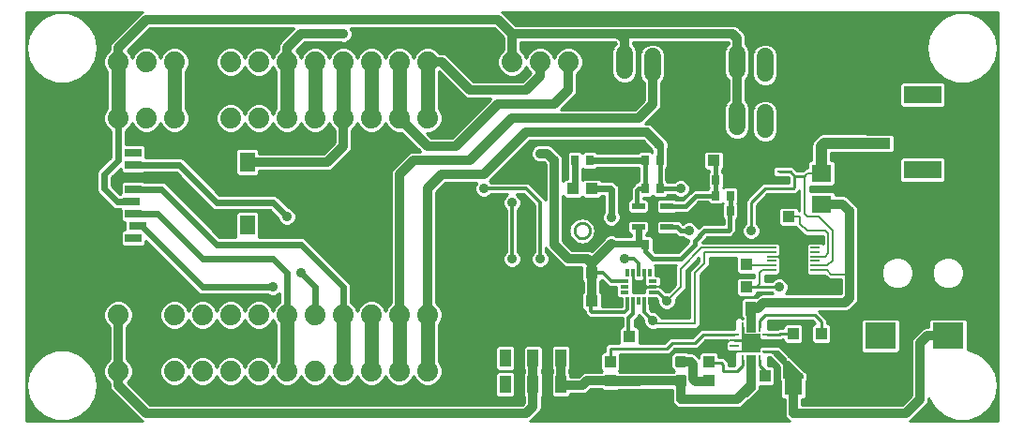
<source format=gtl>
G75*
%MOIN*%
%OFA0B0*%
%FSLAX25Y25*%
%IPPOS*%
%LPD*%
%AMOC8*
5,1,8,0,0,1.08239X$1,22.5*
%
%ADD10R,0.04724X0.02165*%
%ADD11R,0.02756X0.03543*%
%ADD12R,0.18110X0.03937*%
%ADD13R,0.13386X0.06299*%
%ADD14R,0.03346X0.00787*%
%ADD15R,0.07677X0.07677*%
%ADD16C,0.00050*%
%ADD17R,0.00984X0.03937*%
%ADD18R,0.07087X0.06299*%
%ADD19R,0.04331X0.03937*%
%ADD20R,0.01102X0.03346*%
%ADD21R,0.03346X0.01102*%
%ADD22R,0.06693X0.06693*%
%ADD23R,0.03937X0.04331*%
%ADD24C,0.01181*%
%ADD25R,0.04724X0.03150*%
%ADD26R,0.06299X0.07087*%
%ADD27R,0.03150X0.04724*%
%ADD28R,0.05906X0.03150*%
%ADD29R,0.07480X0.05512*%
%ADD30R,0.05512X0.07087*%
%ADD31C,0.01142*%
%ADD32C,0.02756*%
%ADD33C,0.03543*%
%ADD34R,0.03150X0.01181*%
%ADD35R,0.01181X0.03150*%
%ADD36R,0.01693X0.01102*%
%ADD37R,0.03937X0.06299*%
%ADD38R,0.07400X0.07400*%
%ADD39C,0.07400*%
%ADD40C,0.06000*%
%ADD41R,0.11024X0.09449*%
%ADD42C,0.01000*%
%ADD43C,0.03569*%
%ADD44C,0.00800*%
%ADD45C,0.01600*%
%ADD46C,0.05000*%
%ADD47C,0.03200*%
%ADD48C,0.01200*%
%ADD49C,0.02400*%
%ADD50C,0.00100*%
%ADD51C,0.04000*%
D10*
X0221381Y0072760D03*
X0231619Y0072760D03*
X0231619Y0076500D03*
X0231619Y0080240D03*
X0221381Y0080240D03*
D11*
X0223941Y0086500D03*
X0229059Y0086500D03*
X0248941Y0084000D03*
X0254059Y0084000D03*
X0254059Y0078500D03*
X0248941Y0078500D03*
X0248941Y0089500D03*
X0254059Y0089500D03*
X0229059Y0096500D03*
X0223941Y0096500D03*
X0204059Y0096500D03*
X0198941Y0096500D03*
X0223941Y0066500D03*
X0229059Y0066500D03*
D12*
X0301933Y0102563D03*
X0301933Y0110437D03*
D13*
X0322406Y0119886D03*
X0322406Y0093114D03*
D14*
X0284276Y0065437D03*
X0284276Y0063862D03*
X0284276Y0062287D03*
X0284276Y0060713D03*
X0284276Y0059138D03*
X0284276Y0057563D03*
X0268724Y0057563D03*
X0268724Y0059138D03*
X0268724Y0060713D03*
X0268724Y0062287D03*
X0268724Y0063862D03*
X0268724Y0065437D03*
D15*
X0276500Y0061500D03*
D16*
X0271677Y0061509D02*
X0281323Y0061509D01*
X0281323Y0061557D02*
X0271677Y0061557D01*
X0271677Y0061606D02*
X0281323Y0061606D01*
X0281323Y0061654D02*
X0271677Y0061654D01*
X0271677Y0061703D02*
X0281323Y0061703D01*
X0281323Y0061751D02*
X0271677Y0061751D01*
X0271677Y0061800D02*
X0281323Y0061800D01*
X0281323Y0061848D02*
X0271677Y0061848D01*
X0271677Y0061897D02*
X0281323Y0061897D01*
X0281323Y0061945D02*
X0271677Y0061945D01*
X0271677Y0061994D02*
X0281323Y0061994D01*
X0281323Y0062042D02*
X0271677Y0062042D01*
X0271677Y0062091D02*
X0281323Y0062091D01*
X0281323Y0062139D02*
X0271677Y0062139D01*
X0271677Y0062188D02*
X0281323Y0062188D01*
X0281323Y0062236D02*
X0271677Y0062236D01*
X0271677Y0062285D02*
X0281323Y0062285D01*
X0281323Y0062333D02*
X0271677Y0062333D01*
X0271677Y0062382D02*
X0281323Y0062382D01*
X0281323Y0062430D02*
X0271677Y0062430D01*
X0271677Y0062479D02*
X0281323Y0062479D01*
X0281323Y0062527D02*
X0271677Y0062527D01*
X0271677Y0062576D02*
X0281323Y0062576D01*
X0281323Y0062624D02*
X0271677Y0062624D01*
X0271677Y0062673D02*
X0281323Y0062673D01*
X0281323Y0062721D02*
X0271677Y0062721D01*
X0271677Y0062770D02*
X0281323Y0062770D01*
X0281323Y0062818D02*
X0271677Y0062818D01*
X0271677Y0062867D02*
X0281323Y0062867D01*
X0281323Y0062915D02*
X0271677Y0062915D01*
X0271677Y0062964D02*
X0281323Y0062964D01*
X0281323Y0063012D02*
X0271677Y0063012D01*
X0271677Y0063061D02*
X0281323Y0063061D01*
X0281323Y0063109D02*
X0271677Y0063109D01*
X0271677Y0063158D02*
X0281323Y0063158D01*
X0281323Y0063206D02*
X0271677Y0063206D01*
X0271677Y0063255D02*
X0281323Y0063255D01*
X0281323Y0063303D02*
X0271677Y0063303D01*
X0271677Y0063352D02*
X0281323Y0063352D01*
X0281323Y0063400D02*
X0271677Y0063400D01*
X0271677Y0063449D02*
X0281323Y0063449D01*
X0281323Y0063497D02*
X0271677Y0063497D01*
X0271677Y0063546D02*
X0281323Y0063546D01*
X0281323Y0063594D02*
X0271677Y0063594D01*
X0271677Y0063643D02*
X0281323Y0063643D01*
X0281323Y0063692D02*
X0271677Y0063692D01*
X0271677Y0063740D02*
X0281323Y0063740D01*
X0281323Y0063789D02*
X0271677Y0063789D01*
X0271677Y0063837D02*
X0281323Y0063837D01*
X0281323Y0063886D02*
X0271677Y0063886D01*
X0271677Y0063934D02*
X0281323Y0063934D01*
X0281323Y0063983D02*
X0271677Y0063983D01*
X0271677Y0064031D02*
X0281323Y0064031D01*
X0281323Y0064080D02*
X0271677Y0064080D01*
X0271677Y0064128D02*
X0281323Y0064128D01*
X0281323Y0064177D02*
X0271677Y0064177D01*
X0271677Y0064225D02*
X0281323Y0064225D01*
X0281323Y0064274D02*
X0271677Y0064274D01*
X0271677Y0064322D02*
X0281323Y0064322D01*
X0281323Y0064371D02*
X0271677Y0064371D01*
X0271677Y0064419D02*
X0281323Y0064419D01*
X0281323Y0064468D02*
X0271677Y0064468D01*
X0271677Y0064516D02*
X0281323Y0064516D01*
X0281323Y0064565D02*
X0271677Y0064565D01*
X0271677Y0064613D02*
X0281323Y0064613D01*
X0281323Y0064662D02*
X0271677Y0064662D01*
X0271677Y0064710D02*
X0281323Y0064710D01*
X0281323Y0064759D02*
X0271677Y0064759D01*
X0271677Y0064807D02*
X0281323Y0064807D01*
X0281323Y0064856D02*
X0271677Y0064856D01*
X0271677Y0064904D02*
X0281323Y0064904D01*
X0281323Y0064953D02*
X0271677Y0064953D01*
X0271677Y0065001D02*
X0281323Y0065001D01*
X0281323Y0065050D02*
X0271677Y0065050D01*
X0271677Y0065098D02*
X0281323Y0065098D01*
X0281323Y0065147D02*
X0271677Y0065147D01*
X0271677Y0065195D02*
X0281323Y0065195D01*
X0281323Y0065244D02*
X0271677Y0065244D01*
X0271677Y0065292D02*
X0281323Y0065292D01*
X0281323Y0065341D02*
X0280339Y0065341D01*
X0280339Y0065339D02*
X0272661Y0065339D01*
X0272661Y0067996D01*
X0271677Y0067996D01*
X0271677Y0055004D01*
X0272661Y0055004D01*
X0272661Y0057661D01*
X0280339Y0057661D01*
X0280339Y0055004D01*
X0281323Y0055004D01*
X0281323Y0067996D01*
X0280339Y0067996D01*
X0280339Y0065339D01*
X0280339Y0065389D02*
X0281323Y0065389D01*
X0281323Y0065438D02*
X0280339Y0065438D01*
X0280339Y0065486D02*
X0281323Y0065486D01*
X0281323Y0065535D02*
X0280339Y0065535D01*
X0280339Y0065583D02*
X0281323Y0065583D01*
X0281323Y0065632D02*
X0280339Y0065632D01*
X0280339Y0065680D02*
X0281323Y0065680D01*
X0281323Y0065729D02*
X0280339Y0065729D01*
X0280339Y0065777D02*
X0281323Y0065777D01*
X0281323Y0065826D02*
X0280339Y0065826D01*
X0280339Y0065875D02*
X0281323Y0065875D01*
X0281323Y0065923D02*
X0280339Y0065923D01*
X0280339Y0065972D02*
X0281323Y0065972D01*
X0281323Y0066020D02*
X0280339Y0066020D01*
X0280339Y0066069D02*
X0281323Y0066069D01*
X0281323Y0066117D02*
X0280339Y0066117D01*
X0280339Y0066166D02*
X0281323Y0066166D01*
X0281323Y0066214D02*
X0280339Y0066214D01*
X0280339Y0066263D02*
X0281323Y0066263D01*
X0281323Y0066311D02*
X0280339Y0066311D01*
X0280339Y0066360D02*
X0281323Y0066360D01*
X0281323Y0066408D02*
X0280339Y0066408D01*
X0280339Y0066457D02*
X0281323Y0066457D01*
X0281323Y0066505D02*
X0280339Y0066505D01*
X0280339Y0066554D02*
X0281323Y0066554D01*
X0281323Y0066602D02*
X0280339Y0066602D01*
X0280339Y0066651D02*
X0281323Y0066651D01*
X0281323Y0066699D02*
X0280339Y0066699D01*
X0280339Y0066748D02*
X0281323Y0066748D01*
X0281323Y0066796D02*
X0280339Y0066796D01*
X0280339Y0066845D02*
X0281323Y0066845D01*
X0281323Y0066893D02*
X0280339Y0066893D01*
X0280339Y0066942D02*
X0281323Y0066942D01*
X0281323Y0066990D02*
X0280339Y0066990D01*
X0280339Y0067039D02*
X0281323Y0067039D01*
X0281323Y0067087D02*
X0280339Y0067087D01*
X0280339Y0067136D02*
X0281323Y0067136D01*
X0281323Y0067184D02*
X0280339Y0067184D01*
X0280339Y0067233D02*
X0281323Y0067233D01*
X0281323Y0067281D02*
X0280339Y0067281D01*
X0280339Y0067330D02*
X0281323Y0067330D01*
X0281323Y0067378D02*
X0280339Y0067378D01*
X0280339Y0067427D02*
X0281323Y0067427D01*
X0281323Y0067475D02*
X0280339Y0067475D01*
X0280339Y0067524D02*
X0281323Y0067524D01*
X0281323Y0067572D02*
X0280339Y0067572D01*
X0280339Y0067621D02*
X0281323Y0067621D01*
X0281323Y0067669D02*
X0280339Y0067669D01*
X0280339Y0067718D02*
X0281323Y0067718D01*
X0281323Y0067766D02*
X0280339Y0067766D01*
X0280339Y0067815D02*
X0281323Y0067815D01*
X0281323Y0067863D02*
X0280339Y0067863D01*
X0280339Y0067912D02*
X0281323Y0067912D01*
X0281323Y0067961D02*
X0280339Y0067961D01*
X0272661Y0067961D02*
X0271677Y0067961D01*
X0271677Y0067912D02*
X0272661Y0067912D01*
X0272661Y0067863D02*
X0271677Y0067863D01*
X0271677Y0067815D02*
X0272661Y0067815D01*
X0272661Y0067766D02*
X0271677Y0067766D01*
X0271677Y0067718D02*
X0272661Y0067718D01*
X0272661Y0067669D02*
X0271677Y0067669D01*
X0271677Y0067621D02*
X0272661Y0067621D01*
X0272661Y0067572D02*
X0271677Y0067572D01*
X0271677Y0067524D02*
X0272661Y0067524D01*
X0272661Y0067475D02*
X0271677Y0067475D01*
X0271677Y0067427D02*
X0272661Y0067427D01*
X0272661Y0067378D02*
X0271677Y0067378D01*
X0271677Y0067330D02*
X0272661Y0067330D01*
X0272661Y0067281D02*
X0271677Y0067281D01*
X0271677Y0067233D02*
X0272661Y0067233D01*
X0272661Y0067184D02*
X0271677Y0067184D01*
X0271677Y0067136D02*
X0272661Y0067136D01*
X0272661Y0067087D02*
X0271677Y0067087D01*
X0271677Y0067039D02*
X0272661Y0067039D01*
X0272661Y0066990D02*
X0271677Y0066990D01*
X0271677Y0066942D02*
X0272661Y0066942D01*
X0272661Y0066893D02*
X0271677Y0066893D01*
X0271677Y0066845D02*
X0272661Y0066845D01*
X0272661Y0066796D02*
X0271677Y0066796D01*
X0271677Y0066748D02*
X0272661Y0066748D01*
X0272661Y0066699D02*
X0271677Y0066699D01*
X0271677Y0066651D02*
X0272661Y0066651D01*
X0272661Y0066602D02*
X0271677Y0066602D01*
X0271677Y0066554D02*
X0272661Y0066554D01*
X0272661Y0066505D02*
X0271677Y0066505D01*
X0271677Y0066457D02*
X0272661Y0066457D01*
X0272661Y0066408D02*
X0271677Y0066408D01*
X0271677Y0066360D02*
X0272661Y0066360D01*
X0272661Y0066311D02*
X0271677Y0066311D01*
X0271677Y0066263D02*
X0272661Y0066263D01*
X0272661Y0066214D02*
X0271677Y0066214D01*
X0271677Y0066166D02*
X0272661Y0066166D01*
X0272661Y0066117D02*
X0271677Y0066117D01*
X0271677Y0066069D02*
X0272661Y0066069D01*
X0272661Y0066020D02*
X0271677Y0066020D01*
X0271677Y0065972D02*
X0272661Y0065972D01*
X0272661Y0065923D02*
X0271677Y0065923D01*
X0271677Y0065875D02*
X0272661Y0065875D01*
X0272661Y0065826D02*
X0271677Y0065826D01*
X0271677Y0065777D02*
X0272661Y0065777D01*
X0272661Y0065729D02*
X0271677Y0065729D01*
X0271677Y0065680D02*
X0272661Y0065680D01*
X0272661Y0065632D02*
X0271677Y0065632D01*
X0271677Y0065583D02*
X0272661Y0065583D01*
X0272661Y0065535D02*
X0271677Y0065535D01*
X0271677Y0065486D02*
X0272661Y0065486D01*
X0272661Y0065438D02*
X0271677Y0065438D01*
X0271677Y0065389D02*
X0272661Y0065389D01*
X0272661Y0065341D02*
X0271677Y0065341D01*
X0271677Y0061460D02*
X0281323Y0061460D01*
X0281323Y0061411D02*
X0271677Y0061411D01*
X0271677Y0061363D02*
X0281323Y0061363D01*
X0281323Y0061314D02*
X0271677Y0061314D01*
X0271677Y0061266D02*
X0281323Y0061266D01*
X0281323Y0061217D02*
X0271677Y0061217D01*
X0271677Y0061169D02*
X0281323Y0061169D01*
X0281323Y0061120D02*
X0271677Y0061120D01*
X0271677Y0061072D02*
X0281323Y0061072D01*
X0281323Y0061023D02*
X0271677Y0061023D01*
X0271677Y0060975D02*
X0281323Y0060975D01*
X0281323Y0060926D02*
X0271677Y0060926D01*
X0271677Y0060878D02*
X0281323Y0060878D01*
X0281323Y0060829D02*
X0271677Y0060829D01*
X0271677Y0060781D02*
X0281323Y0060781D01*
X0281323Y0060732D02*
X0271677Y0060732D01*
X0271677Y0060684D02*
X0281323Y0060684D01*
X0281323Y0060635D02*
X0271677Y0060635D01*
X0271677Y0060587D02*
X0281323Y0060587D01*
X0281323Y0060538D02*
X0271677Y0060538D01*
X0271677Y0060490D02*
X0281323Y0060490D01*
X0281323Y0060441D02*
X0271677Y0060441D01*
X0271677Y0060393D02*
X0281323Y0060393D01*
X0281323Y0060344D02*
X0271677Y0060344D01*
X0271677Y0060296D02*
X0281323Y0060296D01*
X0281323Y0060247D02*
X0271677Y0060247D01*
X0271677Y0060199D02*
X0281323Y0060199D01*
X0281323Y0060150D02*
X0271677Y0060150D01*
X0271677Y0060102D02*
X0281323Y0060102D01*
X0281323Y0060053D02*
X0271677Y0060053D01*
X0271677Y0060005D02*
X0281323Y0060005D01*
X0281323Y0059956D02*
X0271677Y0059956D01*
X0271677Y0059908D02*
X0281323Y0059908D01*
X0281323Y0059859D02*
X0271677Y0059859D01*
X0271677Y0059811D02*
X0281323Y0059811D01*
X0281323Y0059762D02*
X0271677Y0059762D01*
X0271677Y0059714D02*
X0281323Y0059714D01*
X0281323Y0059665D02*
X0271677Y0059665D01*
X0271677Y0059617D02*
X0281323Y0059617D01*
X0281323Y0059568D02*
X0271677Y0059568D01*
X0271677Y0059520D02*
X0281323Y0059520D01*
X0281323Y0059471D02*
X0271677Y0059471D01*
X0271677Y0059423D02*
X0281323Y0059423D01*
X0281323Y0059374D02*
X0271677Y0059374D01*
X0271677Y0059325D02*
X0281323Y0059325D01*
X0281323Y0059277D02*
X0271677Y0059277D01*
X0271677Y0059228D02*
X0281323Y0059228D01*
X0281323Y0059180D02*
X0271677Y0059180D01*
X0271677Y0059131D02*
X0281323Y0059131D01*
X0281323Y0059083D02*
X0271677Y0059083D01*
X0271677Y0059034D02*
X0281323Y0059034D01*
X0281323Y0058986D02*
X0271677Y0058986D01*
X0271677Y0058937D02*
X0281323Y0058937D01*
X0281323Y0058889D02*
X0271677Y0058889D01*
X0271677Y0058840D02*
X0281323Y0058840D01*
X0281323Y0058792D02*
X0271677Y0058792D01*
X0271677Y0058743D02*
X0281323Y0058743D01*
X0281323Y0058695D02*
X0271677Y0058695D01*
X0271677Y0058646D02*
X0281323Y0058646D01*
X0281323Y0058598D02*
X0271677Y0058598D01*
X0271677Y0058549D02*
X0281323Y0058549D01*
X0281323Y0058501D02*
X0271677Y0058501D01*
X0271677Y0058452D02*
X0281323Y0058452D01*
X0281323Y0058404D02*
X0271677Y0058404D01*
X0271677Y0058355D02*
X0281323Y0058355D01*
X0281323Y0058307D02*
X0271677Y0058307D01*
X0271677Y0058258D02*
X0281323Y0058258D01*
X0281323Y0058210D02*
X0271677Y0058210D01*
X0271677Y0058161D02*
X0281323Y0058161D01*
X0281323Y0058113D02*
X0271677Y0058113D01*
X0271677Y0058064D02*
X0281323Y0058064D01*
X0281323Y0058016D02*
X0271677Y0058016D01*
X0271677Y0057967D02*
X0281323Y0057967D01*
X0281323Y0057919D02*
X0271677Y0057919D01*
X0271677Y0057870D02*
X0281323Y0057870D01*
X0281323Y0057822D02*
X0271677Y0057822D01*
X0271677Y0057773D02*
X0281323Y0057773D01*
X0281323Y0057725D02*
X0271677Y0057725D01*
X0271677Y0057676D02*
X0281323Y0057676D01*
X0281323Y0057628D02*
X0280339Y0057628D01*
X0280339Y0057579D02*
X0281323Y0057579D01*
X0281323Y0057531D02*
X0280339Y0057531D01*
X0280339Y0057482D02*
X0281323Y0057482D01*
X0281323Y0057434D02*
X0280339Y0057434D01*
X0280339Y0057385D02*
X0281323Y0057385D01*
X0281323Y0057337D02*
X0280339Y0057337D01*
X0280339Y0057288D02*
X0281323Y0057288D01*
X0281323Y0057240D02*
X0280339Y0057240D01*
X0280339Y0057191D02*
X0281323Y0057191D01*
X0281323Y0057142D02*
X0280339Y0057142D01*
X0280339Y0057094D02*
X0281323Y0057094D01*
X0281323Y0057045D02*
X0280339Y0057045D01*
X0280339Y0056997D02*
X0281323Y0056997D01*
X0281323Y0056948D02*
X0280339Y0056948D01*
X0280339Y0056900D02*
X0281323Y0056900D01*
X0281323Y0056851D02*
X0280339Y0056851D01*
X0280339Y0056803D02*
X0281323Y0056803D01*
X0281323Y0056754D02*
X0280339Y0056754D01*
X0280339Y0056706D02*
X0281323Y0056706D01*
X0281323Y0056657D02*
X0280339Y0056657D01*
X0280339Y0056609D02*
X0281323Y0056609D01*
X0281323Y0056560D02*
X0280339Y0056560D01*
X0280339Y0056512D02*
X0281323Y0056512D01*
X0281323Y0056463D02*
X0280339Y0056463D01*
X0280339Y0056415D02*
X0281323Y0056415D01*
X0281323Y0056366D02*
X0280339Y0056366D01*
X0280339Y0056318D02*
X0281323Y0056318D01*
X0281323Y0056269D02*
X0280339Y0056269D01*
X0280339Y0056221D02*
X0281323Y0056221D01*
X0281323Y0056172D02*
X0280339Y0056172D01*
X0280339Y0056124D02*
X0281323Y0056124D01*
X0281323Y0056075D02*
X0280339Y0056075D01*
X0280339Y0056027D02*
X0281323Y0056027D01*
X0281323Y0055978D02*
X0280339Y0055978D01*
X0280339Y0055930D02*
X0281323Y0055930D01*
X0281323Y0055881D02*
X0280339Y0055881D01*
X0280339Y0055833D02*
X0281323Y0055833D01*
X0281323Y0055784D02*
X0280339Y0055784D01*
X0280339Y0055736D02*
X0281323Y0055736D01*
X0281323Y0055687D02*
X0280339Y0055687D01*
X0280339Y0055639D02*
X0281323Y0055639D01*
X0281323Y0055590D02*
X0280339Y0055590D01*
X0280339Y0055542D02*
X0281323Y0055542D01*
X0281323Y0055493D02*
X0280339Y0055493D01*
X0280339Y0055445D02*
X0281323Y0055445D01*
X0281323Y0055396D02*
X0280339Y0055396D01*
X0280339Y0055348D02*
X0281323Y0055348D01*
X0281323Y0055299D02*
X0280339Y0055299D01*
X0280339Y0055251D02*
X0281323Y0055251D01*
X0281323Y0055202D02*
X0280339Y0055202D01*
X0280339Y0055154D02*
X0281323Y0055154D01*
X0281323Y0055105D02*
X0280339Y0055105D01*
X0280339Y0055056D02*
X0281323Y0055056D01*
X0281323Y0055008D02*
X0280339Y0055008D01*
X0272661Y0055008D02*
X0271677Y0055008D01*
X0271677Y0055056D02*
X0272661Y0055056D01*
X0272661Y0055105D02*
X0271677Y0055105D01*
X0271677Y0055154D02*
X0272661Y0055154D01*
X0272661Y0055202D02*
X0271677Y0055202D01*
X0271677Y0055251D02*
X0272661Y0055251D01*
X0272661Y0055299D02*
X0271677Y0055299D01*
X0271677Y0055348D02*
X0272661Y0055348D01*
X0272661Y0055396D02*
X0271677Y0055396D01*
X0271677Y0055445D02*
X0272661Y0055445D01*
X0272661Y0055493D02*
X0271677Y0055493D01*
X0271677Y0055542D02*
X0272661Y0055542D01*
X0272661Y0055590D02*
X0271677Y0055590D01*
X0271677Y0055639D02*
X0272661Y0055639D01*
X0272661Y0055687D02*
X0271677Y0055687D01*
X0271677Y0055736D02*
X0272661Y0055736D01*
X0272661Y0055784D02*
X0271677Y0055784D01*
X0271677Y0055833D02*
X0272661Y0055833D01*
X0272661Y0055881D02*
X0271677Y0055881D01*
X0271677Y0055930D02*
X0272661Y0055930D01*
X0272661Y0055978D02*
X0271677Y0055978D01*
X0271677Y0056027D02*
X0272661Y0056027D01*
X0272661Y0056075D02*
X0271677Y0056075D01*
X0271677Y0056124D02*
X0272661Y0056124D01*
X0272661Y0056172D02*
X0271677Y0056172D01*
X0271677Y0056221D02*
X0272661Y0056221D01*
X0272661Y0056269D02*
X0271677Y0056269D01*
X0271677Y0056318D02*
X0272661Y0056318D01*
X0272661Y0056366D02*
X0271677Y0056366D01*
X0271677Y0056415D02*
X0272661Y0056415D01*
X0272661Y0056463D02*
X0271677Y0056463D01*
X0271677Y0056512D02*
X0272661Y0056512D01*
X0272661Y0056560D02*
X0271677Y0056560D01*
X0271677Y0056609D02*
X0272661Y0056609D01*
X0272661Y0056657D02*
X0271677Y0056657D01*
X0271677Y0056706D02*
X0272661Y0056706D01*
X0272661Y0056754D02*
X0271677Y0056754D01*
X0271677Y0056803D02*
X0272661Y0056803D01*
X0272661Y0056851D02*
X0271677Y0056851D01*
X0271677Y0056900D02*
X0272661Y0056900D01*
X0272661Y0056948D02*
X0271677Y0056948D01*
X0271677Y0056997D02*
X0272661Y0056997D01*
X0272661Y0057045D02*
X0271677Y0057045D01*
X0271677Y0057094D02*
X0272661Y0057094D01*
X0272661Y0057142D02*
X0271677Y0057142D01*
X0271677Y0057191D02*
X0272661Y0057191D01*
X0272661Y0057240D02*
X0271677Y0057240D01*
X0271677Y0057288D02*
X0272661Y0057288D01*
X0272661Y0057337D02*
X0271677Y0057337D01*
X0271677Y0057385D02*
X0272661Y0057385D01*
X0272661Y0057434D02*
X0271677Y0057434D01*
X0271677Y0057482D02*
X0272661Y0057482D01*
X0272661Y0057531D02*
X0271677Y0057531D01*
X0271677Y0057579D02*
X0272661Y0057579D01*
X0272661Y0057628D02*
X0271677Y0057628D01*
D17*
X0272169Y0056972D03*
X0280831Y0056972D03*
X0280831Y0066028D03*
X0272169Y0066028D03*
D18*
X0286500Y0080988D03*
X0286500Y0092012D03*
D19*
X0254846Y0096500D03*
X0248154Y0096500D03*
X0204846Y0086500D03*
X0198154Y0086500D03*
X0253154Y0059500D03*
X0259846Y0059500D03*
X0259846Y0051500D03*
X0253154Y0051500D03*
X0224846Y0034000D03*
X0218154Y0034000D03*
X0204846Y0046500D03*
X0198154Y0046500D03*
X0198154Y0056500D03*
X0204846Y0056500D03*
X0268154Y0076500D03*
X0274846Y0076500D03*
D20*
X0264453Y0037307D03*
X0262484Y0037307D03*
X0260516Y0037307D03*
X0258547Y0037307D03*
X0258547Y0025693D03*
X0260516Y0025693D03*
X0262484Y0025693D03*
X0264453Y0025693D03*
D21*
X0267307Y0028547D03*
X0267307Y0030516D03*
X0267307Y0032484D03*
X0267307Y0034453D03*
X0255693Y0034453D03*
X0255693Y0032484D03*
X0255693Y0030516D03*
X0255693Y0028547D03*
D22*
X0261500Y0031500D03*
D23*
X0276500Y0028154D03*
X0286500Y0028154D03*
X0286500Y0034846D03*
X0276500Y0034846D03*
X0246500Y0024846D03*
X0246500Y0018154D03*
X0266500Y0019846D03*
X0266500Y0013154D03*
X0211500Y0018154D03*
X0211500Y0024846D03*
D24*
X0235122Y0023575D02*
X0237878Y0023575D01*
X0235122Y0023575D02*
X0235122Y0026331D01*
X0237878Y0026331D01*
X0237878Y0023575D01*
X0237878Y0024755D02*
X0235122Y0024755D01*
X0235122Y0025935D02*
X0237878Y0025935D01*
X0237878Y0016669D02*
X0235122Y0016669D01*
X0235122Y0019425D01*
X0237878Y0019425D01*
X0237878Y0016669D01*
X0237878Y0017849D02*
X0235122Y0017849D01*
X0235122Y0019029D02*
X0237878Y0019029D01*
D25*
X0221500Y0017957D03*
X0221500Y0025043D03*
D26*
X0276488Y0016500D03*
X0287512Y0016500D03*
D27*
X0261043Y0044000D03*
X0253957Y0044000D03*
D28*
X0043449Y0073134D03*
X0041874Y0077465D03*
X0041087Y0081795D03*
X0041874Y0086126D03*
X0041087Y0090457D03*
X0041874Y0094787D03*
X0041874Y0099118D03*
X0041874Y0068803D03*
D29*
X0026717Y0050457D03*
X0030654Y0102228D03*
D30*
X0082425Y0095929D03*
X0082425Y0073488D03*
D31*
X0198764Y0071500D02*
X0198766Y0071604D01*
X0198772Y0071708D01*
X0198782Y0071812D01*
X0198796Y0071915D01*
X0198813Y0072018D01*
X0198835Y0072120D01*
X0198861Y0072221D01*
X0198890Y0072321D01*
X0198923Y0072419D01*
X0198960Y0072517D01*
X0199001Y0072613D01*
X0199045Y0072707D01*
X0199092Y0072800D01*
X0199144Y0072890D01*
X0199198Y0072979D01*
X0199256Y0073066D01*
X0199318Y0073150D01*
X0199382Y0073232D01*
X0199449Y0073311D01*
X0199520Y0073388D01*
X0199593Y0073462D01*
X0199669Y0073533D01*
X0199748Y0073601D01*
X0199829Y0073667D01*
X0199913Y0073729D01*
X0199999Y0073787D01*
X0200087Y0073843D01*
X0200177Y0073895D01*
X0200269Y0073944D01*
X0200363Y0073989D01*
X0200459Y0074030D01*
X0200556Y0074068D01*
X0200655Y0074102D01*
X0200754Y0074132D01*
X0200855Y0074159D01*
X0200957Y0074182D01*
X0201059Y0074200D01*
X0201162Y0074215D01*
X0201266Y0074226D01*
X0201370Y0074233D01*
X0201474Y0074236D01*
X0201578Y0074235D01*
X0201682Y0074230D01*
X0201786Y0074221D01*
X0201889Y0074208D01*
X0201992Y0074191D01*
X0202094Y0074171D01*
X0202196Y0074146D01*
X0202296Y0074118D01*
X0202395Y0074086D01*
X0202493Y0074050D01*
X0202589Y0074010D01*
X0202684Y0073967D01*
X0202777Y0073920D01*
X0202868Y0073869D01*
X0202957Y0073816D01*
X0203044Y0073758D01*
X0203129Y0073698D01*
X0203212Y0073634D01*
X0203292Y0073568D01*
X0203369Y0073498D01*
X0203444Y0073425D01*
X0203516Y0073350D01*
X0203585Y0073272D01*
X0203651Y0073191D01*
X0203713Y0073108D01*
X0203773Y0073023D01*
X0203829Y0072935D01*
X0203882Y0072845D01*
X0203932Y0072754D01*
X0203978Y0072660D01*
X0204020Y0072565D01*
X0204059Y0072468D01*
X0204094Y0072370D01*
X0204125Y0072271D01*
X0204153Y0072170D01*
X0204176Y0072069D01*
X0204196Y0071967D01*
X0204212Y0071864D01*
X0204224Y0071760D01*
X0204232Y0071656D01*
X0204236Y0071552D01*
X0204236Y0071448D01*
X0204232Y0071344D01*
X0204224Y0071240D01*
X0204212Y0071136D01*
X0204196Y0071033D01*
X0204176Y0070931D01*
X0204153Y0070830D01*
X0204125Y0070729D01*
X0204094Y0070630D01*
X0204059Y0070532D01*
X0204020Y0070435D01*
X0203978Y0070340D01*
X0203932Y0070246D01*
X0203882Y0070155D01*
X0203829Y0070065D01*
X0203773Y0069977D01*
X0203713Y0069892D01*
X0203651Y0069809D01*
X0203585Y0069728D01*
X0203516Y0069650D01*
X0203444Y0069575D01*
X0203369Y0069502D01*
X0203292Y0069432D01*
X0203212Y0069366D01*
X0203129Y0069302D01*
X0203044Y0069242D01*
X0202957Y0069184D01*
X0202868Y0069131D01*
X0202777Y0069080D01*
X0202684Y0069033D01*
X0202589Y0068990D01*
X0202493Y0068950D01*
X0202395Y0068914D01*
X0202296Y0068882D01*
X0202196Y0068854D01*
X0202094Y0068829D01*
X0201992Y0068809D01*
X0201889Y0068792D01*
X0201786Y0068779D01*
X0201682Y0068770D01*
X0201578Y0068765D01*
X0201474Y0068764D01*
X0201370Y0068767D01*
X0201266Y0068774D01*
X0201162Y0068785D01*
X0201059Y0068800D01*
X0200957Y0068818D01*
X0200855Y0068841D01*
X0200754Y0068868D01*
X0200655Y0068898D01*
X0200556Y0068932D01*
X0200459Y0068970D01*
X0200363Y0069011D01*
X0200269Y0069056D01*
X0200177Y0069105D01*
X0200087Y0069157D01*
X0199999Y0069213D01*
X0199913Y0069271D01*
X0199829Y0069333D01*
X0199748Y0069399D01*
X0199669Y0069467D01*
X0199593Y0069538D01*
X0199520Y0069612D01*
X0199449Y0069689D01*
X0199382Y0069768D01*
X0199318Y0069850D01*
X0199256Y0069934D01*
X0199198Y0070021D01*
X0199144Y0070110D01*
X0199092Y0070200D01*
X0199045Y0070293D01*
X0199001Y0070387D01*
X0198960Y0070483D01*
X0198923Y0070581D01*
X0198890Y0070679D01*
X0198861Y0070779D01*
X0198835Y0070880D01*
X0198813Y0070982D01*
X0198796Y0071085D01*
X0198782Y0071188D01*
X0198772Y0071292D01*
X0198766Y0071396D01*
X0198764Y0071500D01*
D32*
X0198390Y0066500D03*
X0198390Y0076500D03*
D33*
X0211815Y0076224D03*
X0211815Y0071500D03*
X0211815Y0066776D03*
D34*
X0216480Y0053469D03*
X0216480Y0051500D03*
X0216480Y0049531D03*
X0226520Y0049531D03*
X0226520Y0051500D03*
X0226520Y0053469D03*
D35*
X0225437Y0056520D03*
X0223469Y0056520D03*
X0221500Y0056520D03*
X0219531Y0056520D03*
X0217563Y0056520D03*
X0217563Y0046480D03*
X0219531Y0046480D03*
X0221500Y0046480D03*
X0223469Y0046480D03*
X0225437Y0046480D03*
D36*
X0271500Y0090496D03*
X0271500Y0092504D03*
D37*
X0193843Y0026224D03*
X0184000Y0026224D03*
X0174157Y0026224D03*
X0174157Y0016776D03*
X0184000Y0016776D03*
X0193843Y0016776D03*
D38*
X0166500Y0131500D03*
D39*
X0176500Y0131500D03*
X0186500Y0131500D03*
X0196500Y0131500D03*
X0146500Y0131500D03*
X0136500Y0131500D03*
X0126500Y0131500D03*
X0116500Y0131500D03*
X0106500Y0131500D03*
X0096500Y0131500D03*
X0086500Y0131500D03*
X0076500Y0131500D03*
X0066500Y0131500D03*
X0056500Y0131500D03*
X0046500Y0131500D03*
X0036500Y0131500D03*
X0036500Y0111500D03*
X0046500Y0111500D03*
X0056500Y0111500D03*
X0066500Y0111500D03*
X0076500Y0111500D03*
X0086500Y0111500D03*
X0096500Y0111500D03*
X0106500Y0111500D03*
X0116500Y0111500D03*
X0126500Y0111500D03*
X0136500Y0111500D03*
X0146500Y0111500D03*
X0146500Y0041500D03*
X0136500Y0041500D03*
X0126500Y0041500D03*
X0116500Y0041500D03*
X0106500Y0041500D03*
X0096500Y0041500D03*
X0086500Y0041500D03*
X0076500Y0041500D03*
X0066500Y0041500D03*
X0056500Y0041500D03*
X0046500Y0041500D03*
X0036500Y0041500D03*
X0036500Y0021500D03*
X0046500Y0021500D03*
X0056500Y0021500D03*
X0066500Y0021500D03*
X0076500Y0021500D03*
X0086500Y0021500D03*
X0096500Y0021500D03*
X0106500Y0021500D03*
X0116500Y0021500D03*
X0126500Y0021500D03*
X0136500Y0021500D03*
X0146500Y0021500D03*
D40*
X0256500Y0108500D02*
X0256500Y0114500D01*
X0266500Y0113500D02*
X0266500Y0107500D01*
X0276500Y0108500D02*
X0276500Y0114500D01*
X0276500Y0128500D02*
X0276500Y0134500D01*
X0266500Y0133500D02*
X0266500Y0127500D01*
X0256500Y0128500D02*
X0256500Y0134500D01*
X0236500Y0134500D02*
X0236500Y0128500D01*
X0226500Y0127500D02*
X0226500Y0133500D01*
X0216500Y0134500D02*
X0216500Y0128500D01*
D41*
X0307484Y0078941D03*
X0331500Y0078941D03*
X0331500Y0034059D03*
X0307484Y0034059D03*
D42*
X0003700Y0003700D02*
X0003700Y0149300D01*
X0045159Y0149300D01*
X0044744Y0149128D01*
X0043872Y0148256D01*
X0033872Y0138256D01*
X0033400Y0137117D01*
X0033400Y0135754D01*
X0032092Y0134446D01*
X0031300Y0132534D01*
X0031300Y0130466D01*
X0032092Y0128554D01*
X0032500Y0128146D01*
X0032500Y0114854D01*
X0032092Y0114446D01*
X0031300Y0112534D01*
X0031300Y0110466D01*
X0032092Y0108554D01*
X0033554Y0107092D01*
X0033800Y0106990D01*
X0033800Y0097618D01*
X0029971Y0093789D01*
X0029211Y0093029D01*
X0028800Y0092037D01*
X0028800Y0085963D01*
X0029211Y0084971D01*
X0034675Y0079506D01*
X0035668Y0079095D01*
X0037138Y0079095D01*
X0037421Y0078812D01*
X0037421Y0075268D01*
X0038300Y0074390D01*
X0038996Y0074390D01*
X0038996Y0071878D01*
X0038300Y0071878D01*
X0037421Y0070999D01*
X0037421Y0066607D01*
X0038300Y0065728D01*
X0045448Y0065728D01*
X0046327Y0066607D01*
X0046327Y0067855D01*
X0064211Y0049971D01*
X0064971Y0049211D01*
X0065963Y0048800D01*
X0089555Y0048800D01*
X0089640Y0048716D01*
X0090847Y0048216D01*
X0092153Y0048216D01*
X0093360Y0048716D01*
X0093800Y0049155D01*
X0093800Y0046010D01*
X0093554Y0045908D01*
X0092092Y0044446D01*
X0091500Y0043017D01*
X0090908Y0044446D01*
X0089446Y0045908D01*
X0087534Y0046700D01*
X0085466Y0046700D01*
X0083554Y0045908D01*
X0082092Y0044446D01*
X0081500Y0043017D01*
X0080908Y0044446D01*
X0079446Y0045908D01*
X0077534Y0046700D01*
X0075466Y0046700D01*
X0073554Y0045908D01*
X0072092Y0044446D01*
X0071500Y0043017D01*
X0070908Y0044446D01*
X0069446Y0045908D01*
X0067534Y0046700D01*
X0065466Y0046700D01*
X0063554Y0045908D01*
X0062092Y0044446D01*
X0061500Y0043017D01*
X0060908Y0044446D01*
X0059446Y0045908D01*
X0057534Y0046700D01*
X0055466Y0046700D01*
X0053554Y0045908D01*
X0052092Y0044446D01*
X0051300Y0042534D01*
X0051300Y0040466D01*
X0052092Y0038554D01*
X0053554Y0037092D01*
X0055466Y0036300D01*
X0057534Y0036300D01*
X0059446Y0037092D01*
X0060908Y0038554D01*
X0061500Y0039983D01*
X0062092Y0038554D01*
X0063554Y0037092D01*
X0065466Y0036300D01*
X0067534Y0036300D01*
X0069446Y0037092D01*
X0070908Y0038554D01*
X0071500Y0039983D01*
X0072092Y0038554D01*
X0073554Y0037092D01*
X0075466Y0036300D01*
X0077534Y0036300D01*
X0079446Y0037092D01*
X0080908Y0038554D01*
X0081500Y0039983D01*
X0082092Y0038554D01*
X0083554Y0037092D01*
X0085466Y0036300D01*
X0087534Y0036300D01*
X0089446Y0037092D01*
X0090908Y0038554D01*
X0091500Y0039983D01*
X0092092Y0038554D01*
X0092500Y0038146D01*
X0092500Y0024854D01*
X0092092Y0024446D01*
X0091500Y0023017D01*
X0090908Y0024446D01*
X0089446Y0025908D01*
X0087534Y0026700D01*
X0085466Y0026700D01*
X0083554Y0025908D01*
X0082092Y0024446D01*
X0081500Y0023017D01*
X0080908Y0024446D01*
X0079446Y0025908D01*
X0077534Y0026700D01*
X0075466Y0026700D01*
X0073554Y0025908D01*
X0072092Y0024446D01*
X0071500Y0023017D01*
X0070908Y0024446D01*
X0069446Y0025908D01*
X0067534Y0026700D01*
X0065466Y0026700D01*
X0063554Y0025908D01*
X0062092Y0024446D01*
X0061500Y0023017D01*
X0060908Y0024446D01*
X0059446Y0025908D01*
X0057534Y0026700D01*
X0055466Y0026700D01*
X0053554Y0025908D01*
X0052092Y0024446D01*
X0051300Y0022534D01*
X0051300Y0020466D01*
X0052092Y0018554D01*
X0053554Y0017092D01*
X0055466Y0016300D01*
X0057534Y0016300D01*
X0059446Y0017092D01*
X0060908Y0018554D01*
X0061500Y0019983D01*
X0062092Y0018554D01*
X0063554Y0017092D01*
X0065466Y0016300D01*
X0067534Y0016300D01*
X0069446Y0017092D01*
X0070908Y0018554D01*
X0071500Y0019983D01*
X0072092Y0018554D01*
X0073554Y0017092D01*
X0075466Y0016300D01*
X0077534Y0016300D01*
X0079446Y0017092D01*
X0080908Y0018554D01*
X0081500Y0019983D01*
X0082092Y0018554D01*
X0083554Y0017092D01*
X0085466Y0016300D01*
X0087534Y0016300D01*
X0089446Y0017092D01*
X0090908Y0018554D01*
X0091500Y0019983D01*
X0092092Y0018554D01*
X0093554Y0017092D01*
X0095466Y0016300D01*
X0097534Y0016300D01*
X0099446Y0017092D01*
X0100908Y0018554D01*
X0101500Y0019983D01*
X0102092Y0018554D01*
X0103554Y0017092D01*
X0105466Y0016300D01*
X0107534Y0016300D01*
X0109446Y0017092D01*
X0110908Y0018554D01*
X0111500Y0019983D01*
X0112092Y0018554D01*
X0113554Y0017092D01*
X0115466Y0016300D01*
X0117534Y0016300D01*
X0119446Y0017092D01*
X0120908Y0018554D01*
X0121500Y0019983D01*
X0122092Y0018554D01*
X0123554Y0017092D01*
X0125466Y0016300D01*
X0127534Y0016300D01*
X0129446Y0017092D01*
X0130908Y0018554D01*
X0131500Y0019983D01*
X0132092Y0018554D01*
X0133554Y0017092D01*
X0135466Y0016300D01*
X0137534Y0016300D01*
X0139446Y0017092D01*
X0140908Y0018554D01*
X0141500Y0019983D01*
X0142092Y0018554D01*
X0143554Y0017092D01*
X0145466Y0016300D01*
X0147534Y0016300D01*
X0149446Y0017092D01*
X0150908Y0018554D01*
X0151700Y0020466D01*
X0151700Y0022534D01*
X0150908Y0024446D01*
X0150500Y0024854D01*
X0150500Y0038146D01*
X0150908Y0038554D01*
X0151700Y0040466D01*
X0151700Y0042534D01*
X0150908Y0044446D01*
X0149600Y0045754D01*
X0149600Y0085216D01*
X0152784Y0088400D01*
X0163755Y0088400D01*
X0163716Y0088360D01*
X0163216Y0087153D01*
X0163216Y0085847D01*
X0163716Y0084640D01*
X0164640Y0083716D01*
X0165847Y0083216D01*
X0167153Y0083216D01*
X0168360Y0083716D01*
X0169045Y0084400D01*
X0174919Y0084400D01*
X0174640Y0084284D01*
X0173716Y0083360D01*
X0173216Y0082153D01*
X0173216Y0080847D01*
X0173716Y0079640D01*
X0174400Y0078955D01*
X0174400Y0064045D01*
X0173716Y0063360D01*
X0173216Y0062153D01*
X0173216Y0060847D01*
X0173716Y0059640D01*
X0174640Y0058716D01*
X0175847Y0058216D01*
X0177153Y0058216D01*
X0178360Y0058716D01*
X0179284Y0059640D01*
X0179784Y0060847D01*
X0179784Y0062153D01*
X0179284Y0063360D01*
X0178600Y0064045D01*
X0178600Y0078955D01*
X0179284Y0079640D01*
X0179784Y0080847D01*
X0179784Y0082153D01*
X0179284Y0083360D01*
X0178360Y0084284D01*
X0178081Y0084400D01*
X0180630Y0084400D01*
X0184400Y0080630D01*
X0184400Y0064045D01*
X0183716Y0063360D01*
X0183216Y0062153D01*
X0183216Y0060847D01*
X0183716Y0059640D01*
X0184640Y0058716D01*
X0185847Y0058216D01*
X0187153Y0058216D01*
X0188360Y0058716D01*
X0189284Y0059640D01*
X0189784Y0060847D01*
X0189784Y0062153D01*
X0189284Y0063360D01*
X0188600Y0064045D01*
X0188600Y0065401D01*
X0188872Y0064744D01*
X0193872Y0059744D01*
X0194744Y0058872D01*
X0195883Y0058400D01*
X0201181Y0058400D01*
X0201181Y0053910D01*
X0201746Y0053345D01*
X0201746Y0049655D01*
X0201181Y0049090D01*
X0201181Y0043910D01*
X0202060Y0043031D01*
X0202400Y0043031D01*
X0202400Y0042130D01*
X0203630Y0040900D01*
X0204130Y0040400D01*
X0215900Y0040400D01*
X0215900Y0037468D01*
X0215367Y0037468D01*
X0214488Y0036590D01*
X0214488Y0031500D01*
X0210672Y0031500D01*
X0209500Y0030328D01*
X0209500Y0028512D01*
X0208910Y0028512D01*
X0208031Y0027633D01*
X0208031Y0022060D01*
X0208591Y0021500D01*
X0208345Y0021254D01*
X0202537Y0021254D01*
X0201398Y0020782D01*
X0200216Y0019600D01*
X0197311Y0019600D01*
X0197311Y0020547D01*
X0196943Y0020915D01*
X0196943Y0022085D01*
X0197311Y0022453D01*
X0197311Y0029995D01*
X0196432Y0030874D01*
X0191253Y0030874D01*
X0190374Y0029995D01*
X0190374Y0022453D01*
X0190743Y0022085D01*
X0190743Y0020915D01*
X0190374Y0020547D01*
X0190374Y0013005D01*
X0191253Y0012126D01*
X0196432Y0012126D01*
X0197311Y0013005D01*
X0197311Y0013400D01*
X0202117Y0013400D01*
X0203256Y0013872D01*
X0204128Y0014744D01*
X0204438Y0015054D01*
X0208345Y0015054D01*
X0208910Y0014488D01*
X0214090Y0014488D01*
X0214458Y0014857D01*
X0222117Y0014857D01*
X0222177Y0014882D01*
X0224484Y0014882D01*
X0224549Y0014947D01*
X0233400Y0014947D01*
X0233400Y0010883D01*
X0233872Y0009744D01*
X0234744Y0008872D01*
X0235883Y0008400D01*
X0257117Y0008400D01*
X0258256Y0008872D01*
X0260427Y0011043D01*
X0260616Y0011039D01*
X0260627Y0011050D01*
X0260642Y0011050D01*
X0261087Y0011495D01*
X0263627Y0013950D01*
X0263642Y0013950D01*
X0264087Y0014395D01*
X0264539Y0014832D01*
X0264539Y0014847D01*
X0264550Y0014858D01*
X0264550Y0015487D01*
X0264555Y0015774D01*
X0264600Y0015883D01*
X0264600Y0016181D01*
X0269090Y0016181D01*
X0269968Y0017060D01*
X0269968Y0022633D01*
X0269090Y0023512D01*
X0267581Y0023512D01*
X0267581Y0026496D01*
X0268312Y0026496D01*
X0271450Y0023358D01*
X0271450Y0018558D01*
X0271839Y0018169D01*
X0271839Y0012335D01*
X0272717Y0011457D01*
X0273400Y0011457D01*
X0273400Y0005883D01*
X0273872Y0004744D01*
X0274744Y0003872D01*
X0275159Y0003700D01*
X0182841Y0003700D01*
X0183256Y0003872D01*
X0184128Y0004744D01*
X0186628Y0007244D01*
X0187100Y0008383D01*
X0187100Y0012636D01*
X0187468Y0013005D01*
X0187468Y0020547D01*
X0187100Y0020915D01*
X0187100Y0022085D01*
X0187468Y0022453D01*
X0187468Y0029995D01*
X0186590Y0030874D01*
X0181410Y0030874D01*
X0180531Y0029995D01*
X0180531Y0022453D01*
X0180900Y0022085D01*
X0180900Y0020915D01*
X0180531Y0020547D01*
X0180531Y0013005D01*
X0180900Y0012636D01*
X0180900Y0010284D01*
X0180216Y0009600D01*
X0047784Y0009600D01*
X0039869Y0017515D01*
X0040908Y0018554D01*
X0041700Y0020466D01*
X0041700Y0022534D01*
X0040908Y0024446D01*
X0039600Y0025754D01*
X0039600Y0037246D01*
X0040908Y0038554D01*
X0041700Y0040466D01*
X0041700Y0042534D01*
X0040908Y0044446D01*
X0039446Y0045908D01*
X0037534Y0046700D01*
X0035466Y0046700D01*
X0033554Y0045908D01*
X0032092Y0044446D01*
X0031300Y0042534D01*
X0031300Y0040466D01*
X0032092Y0038554D01*
X0033400Y0037246D01*
X0033400Y0025754D01*
X0032092Y0024446D01*
X0031300Y0022534D01*
X0031300Y0020466D01*
X0032092Y0018554D01*
X0033400Y0017246D01*
X0033400Y0015883D01*
X0033872Y0014744D01*
X0043872Y0004744D01*
X0044744Y0003872D01*
X0045159Y0003700D01*
X0003700Y0003700D01*
X0003700Y0004496D02*
X0012770Y0004496D01*
X0014286Y0003944D02*
X0010125Y0005458D01*
X0010125Y0005458D01*
X0006733Y0008304D01*
X0006733Y0008304D01*
X0006733Y0008304D01*
X0004519Y0012139D01*
X0004519Y0012139D01*
X0003750Y0016500D01*
X0003750Y0016500D01*
X0004519Y0020861D01*
X0004519Y0020861D01*
X0006733Y0024696D01*
X0006733Y0024696D01*
X0010125Y0027542D01*
X0010125Y0027542D01*
X0014286Y0029056D01*
X0018714Y0029056D01*
X0022875Y0027542D01*
X0022875Y0027542D01*
X0026267Y0024696D01*
X0026267Y0024696D01*
X0026267Y0024696D01*
X0028481Y0020861D01*
X0028481Y0020861D01*
X0029250Y0016500D01*
X0029250Y0016500D01*
X0028481Y0012139D01*
X0026267Y0008304D01*
X0026267Y0008304D01*
X0022875Y0005458D01*
X0022875Y0005458D01*
X0018714Y0003944D01*
X0014286Y0003944D01*
X0020230Y0004496D02*
X0044120Y0004496D01*
X0043122Y0005494D02*
X0022918Y0005494D01*
X0024108Y0006493D02*
X0042123Y0006493D01*
X0041125Y0007491D02*
X0025298Y0007491D01*
X0026374Y0008490D02*
X0040126Y0008490D01*
X0039128Y0009488D02*
X0026950Y0009488D01*
X0027527Y0010487D02*
X0038129Y0010487D01*
X0037131Y0011485D02*
X0028103Y0011485D01*
X0028542Y0012484D02*
X0036132Y0012484D01*
X0035134Y0013482D02*
X0028718Y0013482D01*
X0028894Y0014481D02*
X0034135Y0014481D01*
X0033567Y0015479D02*
X0029070Y0015479D01*
X0029246Y0016478D02*
X0033400Y0016478D01*
X0033170Y0017476D02*
X0029078Y0017476D01*
X0028902Y0018475D02*
X0032171Y0018475D01*
X0031711Y0019473D02*
X0028726Y0019473D01*
X0028550Y0020472D02*
X0031300Y0020472D01*
X0031300Y0021470D02*
X0028129Y0021470D01*
X0027553Y0022469D02*
X0031300Y0022469D01*
X0031686Y0023467D02*
X0026976Y0023467D01*
X0026400Y0024466D02*
X0032112Y0024466D01*
X0033110Y0025464D02*
X0025351Y0025464D01*
X0024161Y0026463D02*
X0033400Y0026463D01*
X0033400Y0027461D02*
X0022971Y0027461D01*
X0020353Y0028460D02*
X0033400Y0028460D01*
X0033400Y0029458D02*
X0003700Y0029458D01*
X0003700Y0028460D02*
X0012647Y0028460D01*
X0010029Y0027461D02*
X0003700Y0027461D01*
X0003700Y0026463D02*
X0008839Y0026463D01*
X0007649Y0025464D02*
X0003700Y0025464D01*
X0003700Y0024466D02*
X0006600Y0024466D01*
X0006024Y0023467D02*
X0003700Y0023467D01*
X0003700Y0022469D02*
X0005447Y0022469D01*
X0004871Y0021470D02*
X0003700Y0021470D01*
X0003700Y0020472D02*
X0004450Y0020472D01*
X0004274Y0019473D02*
X0003700Y0019473D01*
X0003700Y0018475D02*
X0004098Y0018475D01*
X0003922Y0017476D02*
X0003700Y0017476D01*
X0003700Y0016478D02*
X0003754Y0016478D01*
X0003700Y0015479D02*
X0003930Y0015479D01*
X0004106Y0014481D02*
X0003700Y0014481D01*
X0003700Y0013482D02*
X0004282Y0013482D01*
X0004458Y0012484D02*
X0003700Y0012484D01*
X0003700Y0011485D02*
X0004897Y0011485D01*
X0005473Y0010487D02*
X0003700Y0010487D01*
X0003700Y0009488D02*
X0006050Y0009488D01*
X0006626Y0008490D02*
X0003700Y0008490D01*
X0003700Y0007491D02*
X0007702Y0007491D01*
X0008892Y0006493D02*
X0003700Y0006493D01*
X0003700Y0005494D02*
X0010082Y0005494D01*
X0039908Y0017476D02*
X0053170Y0017476D01*
X0052171Y0018475D02*
X0040829Y0018475D01*
X0041289Y0019473D02*
X0051711Y0019473D01*
X0051300Y0020472D02*
X0041700Y0020472D01*
X0041700Y0021470D02*
X0051300Y0021470D01*
X0051300Y0022469D02*
X0041700Y0022469D01*
X0041314Y0023467D02*
X0051686Y0023467D01*
X0052112Y0024466D02*
X0040888Y0024466D01*
X0039890Y0025464D02*
X0053110Y0025464D01*
X0054893Y0026463D02*
X0039600Y0026463D01*
X0039600Y0027461D02*
X0092500Y0027461D01*
X0092500Y0026463D02*
X0088107Y0026463D01*
X0089890Y0025464D02*
X0092500Y0025464D01*
X0092112Y0024466D02*
X0090888Y0024466D01*
X0091314Y0023467D02*
X0091686Y0023467D01*
X0084893Y0026463D02*
X0078107Y0026463D01*
X0079890Y0025464D02*
X0083110Y0025464D01*
X0082112Y0024466D02*
X0080888Y0024466D01*
X0081314Y0023467D02*
X0081686Y0023467D01*
X0074893Y0026463D02*
X0068107Y0026463D01*
X0069890Y0025464D02*
X0073110Y0025464D01*
X0072112Y0024466D02*
X0070888Y0024466D01*
X0071314Y0023467D02*
X0071686Y0023467D01*
X0064893Y0026463D02*
X0058107Y0026463D01*
X0059890Y0025464D02*
X0063110Y0025464D01*
X0062112Y0024466D02*
X0060888Y0024466D01*
X0061314Y0023467D02*
X0061686Y0023467D01*
X0061711Y0019473D02*
X0061289Y0019473D01*
X0060829Y0018475D02*
X0062171Y0018475D01*
X0063170Y0017476D02*
X0059830Y0017476D01*
X0057963Y0016478D02*
X0065037Y0016478D01*
X0067963Y0016478D02*
X0075037Y0016478D01*
X0073170Y0017476D02*
X0069830Y0017476D01*
X0070829Y0018475D02*
X0072171Y0018475D01*
X0071711Y0019473D02*
X0071289Y0019473D01*
X0077963Y0016478D02*
X0085037Y0016478D01*
X0083170Y0017476D02*
X0079830Y0017476D01*
X0080829Y0018475D02*
X0082171Y0018475D01*
X0081711Y0019473D02*
X0081289Y0019473D01*
X0087963Y0016478D02*
X0095037Y0016478D01*
X0093170Y0017476D02*
X0089830Y0017476D01*
X0090829Y0018475D02*
X0092171Y0018475D01*
X0091711Y0019473D02*
X0091289Y0019473D01*
X0097963Y0016478D02*
X0105037Y0016478D01*
X0103170Y0017476D02*
X0099830Y0017476D01*
X0100829Y0018475D02*
X0102171Y0018475D01*
X0101711Y0019473D02*
X0101289Y0019473D01*
X0107963Y0016478D02*
X0115037Y0016478D01*
X0113170Y0017476D02*
X0109830Y0017476D01*
X0110829Y0018475D02*
X0112171Y0018475D01*
X0111711Y0019473D02*
X0111289Y0019473D01*
X0117963Y0016478D02*
X0125037Y0016478D01*
X0123170Y0017476D02*
X0119830Y0017476D01*
X0120829Y0018475D02*
X0122171Y0018475D01*
X0121711Y0019473D02*
X0121289Y0019473D01*
X0127963Y0016478D02*
X0135037Y0016478D01*
X0133170Y0017476D02*
X0129830Y0017476D01*
X0130829Y0018475D02*
X0132171Y0018475D01*
X0131711Y0019473D02*
X0131289Y0019473D01*
X0137963Y0016478D02*
X0145037Y0016478D01*
X0143170Y0017476D02*
X0139830Y0017476D01*
X0140829Y0018475D02*
X0142171Y0018475D01*
X0141711Y0019473D02*
X0141289Y0019473D01*
X0147963Y0016478D02*
X0170689Y0016478D01*
X0170689Y0017476D02*
X0149830Y0017476D01*
X0150829Y0018475D02*
X0170689Y0018475D01*
X0170689Y0019473D02*
X0151289Y0019473D01*
X0151700Y0020472D02*
X0170689Y0020472D01*
X0170689Y0020547D02*
X0170689Y0013005D01*
X0171568Y0012126D01*
X0176747Y0012126D01*
X0177626Y0013005D01*
X0177626Y0020547D01*
X0176747Y0021425D01*
X0171568Y0021425D01*
X0170689Y0020547D01*
X0171568Y0021575D02*
X0176747Y0021575D01*
X0177626Y0022453D01*
X0177626Y0029995D01*
X0176747Y0030874D01*
X0171568Y0030874D01*
X0170689Y0029995D01*
X0170689Y0022453D01*
X0171568Y0021575D01*
X0170689Y0022469D02*
X0151700Y0022469D01*
X0151700Y0021470D02*
X0180900Y0021470D01*
X0180531Y0020472D02*
X0177626Y0020472D01*
X0177626Y0019473D02*
X0180531Y0019473D01*
X0180531Y0018475D02*
X0177626Y0018475D01*
X0177626Y0017476D02*
X0180531Y0017476D01*
X0180531Y0016478D02*
X0177626Y0016478D01*
X0177626Y0015479D02*
X0180531Y0015479D01*
X0180531Y0014481D02*
X0177626Y0014481D01*
X0177626Y0013482D02*
X0180531Y0013482D01*
X0180900Y0012484D02*
X0177105Y0012484D01*
X0180900Y0011485D02*
X0045899Y0011485D01*
X0046897Y0010487D02*
X0180900Y0010487D01*
X0187100Y0010487D02*
X0233564Y0010487D01*
X0233400Y0011485D02*
X0187100Y0011485D01*
X0187100Y0012484D02*
X0190895Y0012484D01*
X0190374Y0013482D02*
X0187468Y0013482D01*
X0187468Y0014481D02*
X0190374Y0014481D01*
X0190374Y0015479D02*
X0187468Y0015479D01*
X0187468Y0016478D02*
X0190374Y0016478D01*
X0190374Y0017476D02*
X0187468Y0017476D01*
X0187468Y0018475D02*
X0190374Y0018475D01*
X0190374Y0019473D02*
X0187468Y0019473D01*
X0187468Y0020472D02*
X0190374Y0020472D01*
X0190743Y0021470D02*
X0187100Y0021470D01*
X0187468Y0022469D02*
X0190374Y0022469D01*
X0190374Y0023467D02*
X0187468Y0023467D01*
X0187468Y0024466D02*
X0190374Y0024466D01*
X0190374Y0025464D02*
X0187468Y0025464D01*
X0187468Y0026463D02*
X0190374Y0026463D01*
X0190374Y0027461D02*
X0187468Y0027461D01*
X0187468Y0028460D02*
X0190374Y0028460D01*
X0190374Y0029458D02*
X0187468Y0029458D01*
X0187007Y0030457D02*
X0190836Y0030457D01*
X0196850Y0030457D02*
X0209628Y0030457D01*
X0209500Y0029458D02*
X0197311Y0029458D01*
X0197311Y0028460D02*
X0208858Y0028460D01*
X0208031Y0027461D02*
X0197311Y0027461D01*
X0197311Y0026463D02*
X0208031Y0026463D01*
X0208031Y0025464D02*
X0197311Y0025464D01*
X0197311Y0024466D02*
X0208031Y0024466D01*
X0208031Y0023467D02*
X0197311Y0023467D01*
X0197311Y0022469D02*
X0208031Y0022469D01*
X0208562Y0021470D02*
X0196943Y0021470D01*
X0197311Y0020472D02*
X0201088Y0020472D01*
X0211500Y0024846D02*
X0211500Y0029500D01*
X0231500Y0029500D01*
X0233500Y0031500D01*
X0241500Y0031500D01*
X0244453Y0034453D01*
X0255693Y0034453D01*
X0255693Y0032484D02*
X0260516Y0032484D01*
X0261500Y0031500D01*
X0262484Y0030516D01*
X0267307Y0030516D01*
X0265013Y0030598D02*
X0264134Y0029720D01*
X0264134Y0028866D01*
X0258389Y0028866D01*
X0258866Y0029343D01*
X0258866Y0031688D01*
X0258070Y0032484D01*
X0258866Y0033280D01*
X0258866Y0034542D01*
X0259358Y0034050D01*
X0263642Y0034050D01*
X0263726Y0034134D01*
X0264134Y0034134D01*
X0264134Y0033280D01*
X0265013Y0032402D01*
X0269602Y0032402D01*
X0269653Y0032453D01*
X0272381Y0032453D01*
X0272728Y0032800D01*
X0273031Y0032800D01*
X0273031Y0032060D01*
X0273910Y0031181D01*
X0279090Y0031181D01*
X0279968Y0032060D01*
X0279968Y0037633D01*
X0279090Y0038512D01*
X0273910Y0038512D01*
X0273031Y0037633D01*
X0273031Y0036800D01*
X0271072Y0036800D01*
X0270724Y0036453D01*
X0269653Y0036453D01*
X0269602Y0036504D01*
X0267581Y0036504D01*
X0267581Y0039500D01*
X0283272Y0039500D01*
X0284260Y0038512D01*
X0283910Y0038512D01*
X0283031Y0037633D01*
X0283031Y0032060D01*
X0283910Y0031181D01*
X0289090Y0031181D01*
X0289968Y0032060D01*
X0289968Y0037633D01*
X0289090Y0038512D01*
X0288500Y0038512D01*
X0288500Y0039928D01*
X0285528Y0042900D01*
X0295617Y0042900D01*
X0296756Y0043372D01*
X0298256Y0044872D01*
X0299128Y0045744D01*
X0299600Y0046883D01*
X0299600Y0079117D01*
X0299128Y0080256D01*
X0296628Y0082756D01*
X0295756Y0083628D01*
X0294617Y0084100D01*
X0291543Y0084100D01*
X0291543Y0084759D01*
X0290665Y0085638D01*
X0282400Y0085638D01*
X0282400Y0087362D01*
X0290665Y0087362D01*
X0291543Y0088241D01*
X0291543Y0095783D01*
X0290665Y0096661D01*
X0290000Y0096661D01*
X0290000Y0099063D01*
X0302629Y0099063D01*
X0302705Y0099094D01*
X0311610Y0099094D01*
X0312488Y0099973D01*
X0312488Y0105153D01*
X0311610Y0106031D01*
X0302705Y0106031D01*
X0302629Y0106063D01*
X0286867Y0106063D01*
X0285580Y0105530D01*
X0284517Y0104467D01*
X0283533Y0103483D01*
X0283000Y0102196D01*
X0283000Y0096661D01*
X0282335Y0096661D01*
X0281457Y0095783D01*
X0281457Y0093900D01*
X0280713Y0093900D01*
X0279813Y0093000D01*
X0277828Y0093000D01*
X0276324Y0094504D01*
X0273019Y0094504D01*
X0272968Y0094555D01*
X0270032Y0094555D01*
X0269154Y0093676D01*
X0269154Y0091331D01*
X0270032Y0090453D01*
X0272968Y0090453D01*
X0273019Y0090504D01*
X0274668Y0090504D01*
X0275000Y0090172D01*
X0275000Y0088500D01*
X0265672Y0088500D01*
X0259500Y0082328D01*
X0259500Y0074145D01*
X0258716Y0073360D01*
X0258216Y0072153D01*
X0258216Y0070847D01*
X0258716Y0069640D01*
X0259640Y0068716D01*
X0260847Y0068216D01*
X0262153Y0068216D01*
X0263360Y0068716D01*
X0264284Y0069640D01*
X0264784Y0070847D01*
X0264784Y0072153D01*
X0264284Y0073360D01*
X0263500Y0074145D01*
X0263500Y0080672D01*
X0267328Y0084500D01*
X0277328Y0084500D01*
X0278500Y0085672D01*
X0278600Y0085772D01*
X0278600Y0078400D01*
X0278512Y0078400D01*
X0278512Y0079090D01*
X0277633Y0079968D01*
X0272060Y0079968D01*
X0271181Y0079090D01*
X0271181Y0073910D01*
X0272060Y0073031D01*
X0277281Y0073031D01*
X0280713Y0069600D01*
X0287100Y0069600D01*
X0287100Y0066801D01*
X0286570Y0067331D01*
X0281981Y0067331D01*
X0281102Y0066452D01*
X0281102Y0056548D01*
X0281981Y0055669D01*
X0283482Y0055669D01*
X0283489Y0055663D01*
X0287650Y0055663D01*
X0288100Y0055213D01*
X0289213Y0054100D01*
X0293400Y0054100D01*
X0293400Y0049100D01*
X0273745Y0049100D01*
X0274284Y0049640D01*
X0274784Y0050847D01*
X0274784Y0052153D01*
X0274284Y0053360D01*
X0273360Y0054284D01*
X0272153Y0054784D01*
X0270847Y0054784D01*
X0269640Y0054284D01*
X0268855Y0053500D01*
X0266400Y0053500D01*
X0266400Y0055663D01*
X0269511Y0055663D01*
X0269518Y0055669D01*
X0271019Y0055669D01*
X0271898Y0056548D01*
X0271898Y0061728D01*
X0271338Y0062287D01*
X0271898Y0062847D01*
X0271898Y0066452D01*
X0271019Y0067331D01*
X0269518Y0067331D01*
X0269511Y0067337D01*
X0244090Y0067337D01*
X0245953Y0069200D01*
X0254453Y0069200D01*
X0254953Y0069700D01*
X0256300Y0071047D01*
X0256300Y0075470D01*
X0256937Y0076107D01*
X0256937Y0080893D01*
X0256580Y0081250D01*
X0256937Y0081607D01*
X0256937Y0086393D01*
X0256058Y0087272D01*
X0252060Y0087272D01*
X0251500Y0086712D01*
X0251462Y0086750D01*
X0251819Y0087107D01*
X0251819Y0091893D01*
X0251241Y0092471D01*
X0251241Y0093332D01*
X0251819Y0093910D01*
X0251819Y0099090D01*
X0250940Y0099968D01*
X0245367Y0099968D01*
X0244488Y0099090D01*
X0244488Y0093910D01*
X0245367Y0093031D01*
X0246641Y0093031D01*
X0246641Y0092471D01*
X0246063Y0091893D01*
X0246063Y0087107D01*
X0246420Y0086750D01*
X0246063Y0086393D01*
X0246063Y0086300D01*
X0241047Y0086300D01*
X0239700Y0084953D01*
X0237287Y0082540D01*
X0234885Y0082540D01*
X0234602Y0082823D01*
X0228635Y0082823D01*
X0227756Y0081944D01*
X0227756Y0078536D01*
X0228635Y0077657D01*
X0234602Y0077657D01*
X0234885Y0077940D01*
X0239193Y0077940D01*
X0242953Y0081700D01*
X0246063Y0081700D01*
X0246063Y0081607D01*
X0246942Y0080728D01*
X0250940Y0080728D01*
X0251500Y0081288D01*
X0251538Y0081250D01*
X0251181Y0080893D01*
X0251181Y0076107D01*
X0251700Y0075588D01*
X0251700Y0073800D01*
X0244047Y0073800D01*
X0242700Y0072453D01*
X0242672Y0072425D01*
X0242284Y0073360D01*
X0241360Y0074284D01*
X0240153Y0074784D01*
X0238847Y0074784D01*
X0237640Y0074284D01*
X0237304Y0073949D01*
X0236193Y0075060D01*
X0234885Y0075060D01*
X0234602Y0075343D01*
X0228635Y0075343D01*
X0227756Y0074464D01*
X0227756Y0071056D01*
X0228635Y0070177D01*
X0234570Y0070177D01*
X0235547Y0069200D01*
X0237155Y0069200D01*
X0237640Y0068716D01*
X0238847Y0068216D01*
X0239200Y0068216D01*
X0239200Y0067453D01*
X0235547Y0063800D01*
X0227453Y0063800D01*
X0226819Y0064434D01*
X0226819Y0068893D01*
X0225940Y0069772D01*
X0224200Y0069772D01*
X0224200Y0070177D01*
X0224365Y0070177D01*
X0225244Y0071056D01*
X0225244Y0074464D01*
X0224365Y0075343D01*
X0218398Y0075343D01*
X0217519Y0074464D01*
X0217519Y0071056D01*
X0218398Y0070177D01*
X0218800Y0070177D01*
X0218800Y0069476D01*
X0213742Y0069476D01*
X0213668Y0069549D01*
X0212466Y0070047D01*
X0211164Y0070047D01*
X0209962Y0069549D01*
X0209041Y0068629D01*
X0208870Y0068214D01*
X0204820Y0064165D01*
X0203770Y0064600D01*
X0197784Y0064600D01*
X0194600Y0067784D01*
X0194600Y0083798D01*
X0195367Y0083031D01*
X0200940Y0083031D01*
X0201500Y0083591D01*
X0202060Y0083031D01*
X0207633Y0083031D01*
X0208402Y0083800D01*
X0209115Y0083800D01*
X0209115Y0078151D01*
X0209041Y0078078D01*
X0208543Y0076875D01*
X0208543Y0075574D01*
X0209041Y0074371D01*
X0209962Y0073451D01*
X0211164Y0072953D01*
X0212466Y0072953D01*
X0213668Y0073451D01*
X0214589Y0074371D01*
X0215087Y0075574D01*
X0215087Y0076875D01*
X0214589Y0078078D01*
X0214515Y0078151D01*
X0214515Y0086722D01*
X0214104Y0087714D01*
X0213789Y0088029D01*
X0213029Y0088789D01*
X0212037Y0089200D01*
X0208402Y0089200D01*
X0207633Y0089968D01*
X0202060Y0089968D01*
X0201641Y0089550D01*
X0201641Y0093647D01*
X0202060Y0093228D01*
X0206058Y0093228D01*
X0206630Y0093800D01*
X0221370Y0093800D01*
X0221641Y0093529D01*
X0221641Y0089471D01*
X0221063Y0088893D01*
X0221063Y0088800D01*
X0220547Y0088800D01*
X0220047Y0088300D01*
X0218700Y0086953D01*
X0218700Y0082823D01*
X0218398Y0082823D01*
X0217519Y0081944D01*
X0217519Y0078536D01*
X0218398Y0077657D01*
X0224365Y0077657D01*
X0225244Y0078536D01*
X0225244Y0081944D01*
X0224365Y0082823D01*
X0223300Y0082823D01*
X0223300Y0083228D01*
X0225940Y0083228D01*
X0226500Y0083788D01*
X0227060Y0083228D01*
X0231058Y0083228D01*
X0231937Y0084107D01*
X0231937Y0084200D01*
X0234155Y0084200D01*
X0234640Y0083716D01*
X0235847Y0083216D01*
X0237153Y0083216D01*
X0238360Y0083716D01*
X0239284Y0084640D01*
X0239784Y0085847D01*
X0239784Y0087153D01*
X0239284Y0088360D01*
X0238360Y0089284D01*
X0237153Y0089784D01*
X0235847Y0089784D01*
X0234640Y0089284D01*
X0234155Y0088800D01*
X0231937Y0088800D01*
X0231937Y0088893D01*
X0231359Y0089471D01*
X0231359Y0093529D01*
X0231937Y0094107D01*
X0231937Y0098893D01*
X0231759Y0099071D01*
X0231759Y0100560D01*
X0232100Y0101383D01*
X0232100Y0102617D01*
X0231628Y0103756D01*
X0226256Y0109128D01*
X0225117Y0109600D01*
X0223984Y0109600D01*
X0228256Y0113872D01*
X0229128Y0114744D01*
X0229600Y0115883D01*
X0229600Y0124236D01*
X0230315Y0124951D01*
X0231000Y0126605D01*
X0231000Y0134395D01*
X0230315Y0136049D01*
X0229049Y0137315D01*
X0227395Y0138000D01*
X0225605Y0138000D01*
X0223951Y0137315D01*
X0222685Y0136049D01*
X0222000Y0134395D01*
X0222000Y0126605D01*
X0222685Y0124951D01*
X0223400Y0124236D01*
X0223400Y0117784D01*
X0220216Y0114600D01*
X0193984Y0114600D01*
X0194128Y0114744D01*
X0198256Y0118872D01*
X0199128Y0119744D01*
X0199600Y0120883D01*
X0199600Y0127246D01*
X0200908Y0128554D01*
X0201700Y0130466D01*
X0201700Y0132534D01*
X0200908Y0134446D01*
X0199446Y0135908D01*
X0197534Y0136700D01*
X0195466Y0136700D01*
X0193554Y0135908D01*
X0192092Y0134446D01*
X0191500Y0133017D01*
X0190908Y0134446D01*
X0189446Y0135908D01*
X0187534Y0136700D01*
X0185466Y0136700D01*
X0183554Y0135908D01*
X0182092Y0134446D01*
X0181500Y0133017D01*
X0180908Y0134446D01*
X0179600Y0135754D01*
X0179600Y0138400D01*
X0213216Y0138400D01*
X0213244Y0138372D01*
X0213400Y0138216D01*
X0213400Y0137764D01*
X0212685Y0137049D01*
X0212000Y0135395D01*
X0212000Y0127605D01*
X0212685Y0125951D01*
X0213951Y0124685D01*
X0215605Y0124000D01*
X0217395Y0124000D01*
X0219049Y0124685D01*
X0220315Y0125951D01*
X0221000Y0127605D01*
X0221000Y0135395D01*
X0220315Y0137049D01*
X0219600Y0137764D01*
X0219600Y0138400D01*
X0253400Y0138400D01*
X0253400Y0137764D01*
X0252685Y0137049D01*
X0252000Y0135395D01*
X0252000Y0127605D01*
X0252685Y0125951D01*
X0253400Y0125236D01*
X0253400Y0117764D01*
X0252685Y0117049D01*
X0252000Y0115395D01*
X0252000Y0107605D01*
X0252685Y0105951D01*
X0253951Y0104685D01*
X0255605Y0104000D01*
X0257395Y0104000D01*
X0259049Y0104685D01*
X0260315Y0105951D01*
X0261000Y0107605D01*
X0261000Y0115395D01*
X0260315Y0117049D01*
X0259600Y0117764D01*
X0259600Y0125236D01*
X0260315Y0125951D01*
X0261000Y0127605D01*
X0261000Y0135395D01*
X0260315Y0137049D01*
X0259600Y0137764D01*
X0259600Y0140617D01*
X0259128Y0141756D01*
X0257628Y0143256D01*
X0256756Y0144128D01*
X0255617Y0144600D01*
X0177784Y0144600D01*
X0174128Y0148256D01*
X0173256Y0149128D01*
X0172841Y0149300D01*
X0349300Y0149300D01*
X0349300Y0003700D01*
X0317841Y0003700D01*
X0318256Y0003872D01*
X0319128Y0004744D01*
X0324128Y0009744D01*
X0324600Y0010883D01*
X0324600Y0011999D01*
X0326733Y0008304D01*
X0330125Y0005458D01*
X0334286Y0003944D01*
X0338714Y0003944D01*
X0342875Y0005458D01*
X0346267Y0008304D01*
X0346267Y0008304D01*
X0348481Y0012139D01*
X0348481Y0012139D01*
X0349250Y0016500D01*
X0348481Y0020861D01*
X0346267Y0024696D01*
X0342875Y0027542D01*
X0338714Y0029056D01*
X0338512Y0029056D01*
X0338512Y0039405D01*
X0337633Y0040283D01*
X0325367Y0040283D01*
X0324488Y0039405D01*
X0324488Y0037159D01*
X0323442Y0037159D01*
X0322303Y0036687D01*
X0319744Y0034128D01*
X0318872Y0033256D01*
X0318400Y0032117D01*
X0318400Y0012784D01*
X0315216Y0009600D01*
X0279600Y0009600D01*
X0279600Y0011457D01*
X0280259Y0011457D01*
X0281138Y0012335D01*
X0281138Y0018146D01*
X0281550Y0018558D01*
X0281550Y0019476D01*
X0281562Y0019488D01*
X0281550Y0020115D01*
X0281550Y0020742D01*
X0281537Y0020755D01*
X0281537Y0020772D01*
X0281085Y0021207D01*
X0280642Y0021650D01*
X0280624Y0021650D01*
X0275885Y0026207D01*
X0271542Y0030550D01*
X0269650Y0030550D01*
X0269602Y0030598D01*
X0265013Y0030598D01*
X0264871Y0030457D02*
X0258866Y0030457D01*
X0258866Y0031455D02*
X0273636Y0031455D01*
X0273031Y0032454D02*
X0272382Y0032454D01*
X0271553Y0034453D02*
X0271900Y0034800D01*
X0276454Y0034800D01*
X0276500Y0034846D01*
X0279968Y0034451D02*
X0283031Y0034451D01*
X0283031Y0035449D02*
X0279968Y0035449D01*
X0279968Y0036448D02*
X0283031Y0036448D01*
X0283031Y0037446D02*
X0279968Y0037446D01*
X0279157Y0038445D02*
X0283843Y0038445D01*
X0283328Y0039443D02*
X0267581Y0039443D01*
X0267581Y0038445D02*
X0273843Y0038445D01*
X0273031Y0037446D02*
X0267581Y0037446D01*
X0264453Y0037307D02*
X0264453Y0039453D01*
X0266500Y0041500D01*
X0284100Y0041500D01*
X0286500Y0039100D01*
X0286500Y0034846D01*
X0289968Y0034451D02*
X0300472Y0034451D01*
X0300472Y0035449D02*
X0289968Y0035449D01*
X0289968Y0036448D02*
X0300472Y0036448D01*
X0300472Y0037446D02*
X0289968Y0037446D01*
X0289157Y0038445D02*
X0300472Y0038445D01*
X0300472Y0039405D02*
X0301351Y0040283D01*
X0313617Y0040283D01*
X0314496Y0039405D01*
X0314496Y0028713D01*
X0313617Y0027835D01*
X0301351Y0027835D01*
X0300472Y0028713D01*
X0300472Y0039405D01*
X0300511Y0039443D02*
X0288500Y0039443D01*
X0287986Y0040442D02*
X0349300Y0040442D01*
X0349300Y0041440D02*
X0286988Y0041440D01*
X0285989Y0042439D02*
X0349300Y0042439D01*
X0349300Y0043437D02*
X0296822Y0043437D01*
X0297820Y0044436D02*
X0349300Y0044436D01*
X0349300Y0045434D02*
X0298819Y0045434D01*
X0299413Y0046433D02*
X0349300Y0046433D01*
X0349300Y0047432D02*
X0299600Y0047432D01*
X0299600Y0048430D02*
X0349300Y0048430D01*
X0349300Y0049429D02*
X0299600Y0049429D01*
X0299600Y0050427D02*
X0349300Y0050427D01*
X0349300Y0051426D02*
X0334144Y0051426D01*
X0334729Y0051668D02*
X0336332Y0053271D01*
X0337200Y0055366D01*
X0337200Y0057634D01*
X0336332Y0059729D01*
X0334729Y0061332D01*
X0332634Y0062200D01*
X0330366Y0062200D01*
X0328271Y0061332D01*
X0326668Y0059729D01*
X0325800Y0057634D01*
X0325800Y0055366D01*
X0326668Y0053271D01*
X0328271Y0051668D01*
X0330366Y0050800D01*
X0332634Y0050800D01*
X0334729Y0051668D01*
X0335485Y0052424D02*
X0349300Y0052424D01*
X0349300Y0053423D02*
X0336395Y0053423D01*
X0336809Y0054421D02*
X0349300Y0054421D01*
X0349300Y0055420D02*
X0337200Y0055420D01*
X0337200Y0056418D02*
X0349300Y0056418D01*
X0349300Y0057417D02*
X0337200Y0057417D01*
X0336876Y0058415D02*
X0349300Y0058415D01*
X0349300Y0059414D02*
X0336463Y0059414D01*
X0335649Y0060412D02*
X0349300Y0060412D01*
X0349300Y0061411D02*
X0334539Y0061411D01*
X0328461Y0061411D02*
X0316539Y0061411D01*
X0316729Y0061332D02*
X0314634Y0062200D01*
X0312366Y0062200D01*
X0310271Y0061332D01*
X0308668Y0059729D01*
X0307800Y0057634D01*
X0307800Y0055366D01*
X0308668Y0053271D01*
X0310271Y0051668D01*
X0312366Y0050800D01*
X0314634Y0050800D01*
X0316729Y0051668D01*
X0318332Y0053271D01*
X0319200Y0055366D01*
X0319200Y0057634D01*
X0318332Y0059729D01*
X0316729Y0061332D01*
X0317649Y0060412D02*
X0327351Y0060412D01*
X0326537Y0059414D02*
X0318463Y0059414D01*
X0318876Y0058415D02*
X0326124Y0058415D01*
X0325800Y0057417D02*
X0319200Y0057417D01*
X0319200Y0056418D02*
X0325800Y0056418D01*
X0325800Y0055420D02*
X0319200Y0055420D01*
X0318809Y0054421D02*
X0326191Y0054421D01*
X0326605Y0053423D02*
X0318395Y0053423D01*
X0317485Y0052424D02*
X0327515Y0052424D01*
X0328856Y0051426D02*
X0316144Y0051426D01*
X0310856Y0051426D02*
X0299600Y0051426D01*
X0299600Y0052424D02*
X0309515Y0052424D01*
X0308605Y0053423D02*
X0299600Y0053423D01*
X0299600Y0054421D02*
X0308191Y0054421D01*
X0307800Y0055420D02*
X0299600Y0055420D01*
X0299600Y0056418D02*
X0307800Y0056418D01*
X0307800Y0057417D02*
X0299600Y0057417D01*
X0299600Y0058415D02*
X0308124Y0058415D01*
X0308537Y0059414D02*
X0299600Y0059414D01*
X0299600Y0060412D02*
X0309351Y0060412D01*
X0310461Y0061411D02*
X0299600Y0061411D01*
X0299600Y0062409D02*
X0349300Y0062409D01*
X0349300Y0063408D02*
X0299600Y0063408D01*
X0299600Y0064406D02*
X0349300Y0064406D01*
X0349300Y0065405D02*
X0299600Y0065405D01*
X0299600Y0066403D02*
X0349300Y0066403D01*
X0349300Y0067402D02*
X0299600Y0067402D01*
X0299600Y0068400D02*
X0349300Y0068400D01*
X0349300Y0069399D02*
X0299600Y0069399D01*
X0299600Y0070397D02*
X0349300Y0070397D01*
X0349300Y0071396D02*
X0299600Y0071396D01*
X0299600Y0072394D02*
X0349300Y0072394D01*
X0349300Y0073393D02*
X0299600Y0073393D01*
X0299600Y0074391D02*
X0349300Y0074391D01*
X0349300Y0075390D02*
X0299600Y0075390D01*
X0299600Y0076388D02*
X0349300Y0076388D01*
X0349300Y0077387D02*
X0299600Y0077387D01*
X0299600Y0078385D02*
X0349300Y0078385D01*
X0349300Y0079384D02*
X0299489Y0079384D01*
X0299002Y0080382D02*
X0349300Y0080382D01*
X0349300Y0081381D02*
X0298003Y0081381D01*
X0297005Y0082379D02*
X0349300Y0082379D01*
X0349300Y0083378D02*
X0296006Y0083378D01*
X0291543Y0084376D02*
X0349300Y0084376D01*
X0349300Y0085375D02*
X0290927Y0085375D01*
X0290674Y0087372D02*
X0349300Y0087372D01*
X0349300Y0088370D02*
X0291543Y0088370D01*
X0291543Y0089369D02*
X0314213Y0089369D01*
X0314213Y0089343D02*
X0315091Y0088465D01*
X0329720Y0088465D01*
X0330598Y0089343D01*
X0330598Y0096885D01*
X0329720Y0097764D01*
X0315091Y0097764D01*
X0314213Y0096885D01*
X0314213Y0089343D01*
X0314213Y0090368D02*
X0291543Y0090368D01*
X0291543Y0091366D02*
X0314213Y0091366D01*
X0314213Y0092365D02*
X0291543Y0092365D01*
X0291543Y0093363D02*
X0314213Y0093363D01*
X0314213Y0094362D02*
X0291543Y0094362D01*
X0291543Y0095360D02*
X0314213Y0095360D01*
X0314213Y0096359D02*
X0290967Y0096359D01*
X0290000Y0097357D02*
X0314685Y0097357D01*
X0311869Y0099354D02*
X0349300Y0099354D01*
X0349300Y0098356D02*
X0290000Y0098356D01*
X0283000Y0098356D02*
X0251819Y0098356D01*
X0251819Y0097357D02*
X0283000Y0097357D01*
X0282033Y0096359D02*
X0251819Y0096359D01*
X0251819Y0095360D02*
X0281457Y0095360D01*
X0281457Y0094362D02*
X0276467Y0094362D01*
X0277465Y0093363D02*
X0280176Y0093363D01*
X0277000Y0091000D02*
X0275496Y0092504D01*
X0271500Y0092504D01*
X0269154Y0092365D02*
X0251347Y0092365D01*
X0251272Y0093363D02*
X0269154Y0093363D01*
X0269839Y0094362D02*
X0251819Y0094362D01*
X0251819Y0091366D02*
X0269154Y0091366D01*
X0274804Y0090368D02*
X0251819Y0090368D01*
X0251819Y0089369D02*
X0275000Y0089369D01*
X0277000Y0091000D02*
X0277000Y0087000D01*
X0276500Y0086500D01*
X0266500Y0086500D01*
X0261500Y0081500D01*
X0261500Y0071500D01*
X0264784Y0071396D02*
X0278917Y0071396D01*
X0277919Y0072394D02*
X0264684Y0072394D01*
X0264252Y0073393D02*
X0271698Y0073393D01*
X0271181Y0074391D02*
X0263500Y0074391D01*
X0263500Y0075390D02*
X0271181Y0075390D01*
X0271181Y0076388D02*
X0263500Y0076388D01*
X0263500Y0077387D02*
X0271181Y0077387D01*
X0271181Y0078385D02*
X0263500Y0078385D01*
X0263500Y0079384D02*
X0271475Y0079384D01*
X0278218Y0079384D02*
X0278600Y0079384D01*
X0278600Y0080382D02*
X0263500Y0080382D01*
X0264209Y0081381D02*
X0278600Y0081381D01*
X0278600Y0082379D02*
X0265208Y0082379D01*
X0266206Y0083378D02*
X0278600Y0083378D01*
X0278600Y0084376D02*
X0267205Y0084376D01*
X0263545Y0086373D02*
X0256937Y0086373D01*
X0256937Y0085375D02*
X0262547Y0085375D01*
X0261548Y0084376D02*
X0256937Y0084376D01*
X0256937Y0083378D02*
X0260550Y0083378D01*
X0259551Y0082379D02*
X0256937Y0082379D01*
X0256711Y0081381D02*
X0259500Y0081381D01*
X0259500Y0080382D02*
X0256937Y0080382D01*
X0256937Y0079384D02*
X0259500Y0079384D01*
X0259500Y0078385D02*
X0256937Y0078385D01*
X0256937Y0077387D02*
X0259500Y0077387D01*
X0259500Y0076388D02*
X0256937Y0076388D01*
X0256300Y0075390D02*
X0259500Y0075390D01*
X0259500Y0074391D02*
X0256300Y0074391D01*
X0256300Y0073393D02*
X0258748Y0073393D01*
X0258316Y0072394D02*
X0256300Y0072394D01*
X0256300Y0071396D02*
X0258216Y0071396D01*
X0258402Y0070397D02*
X0255650Y0070397D01*
X0254651Y0069399D02*
X0258957Y0069399D01*
X0260401Y0068400D02*
X0245153Y0068400D01*
X0244154Y0067402D02*
X0287100Y0067402D01*
X0287100Y0068400D02*
X0262599Y0068400D01*
X0264043Y0069399D02*
X0287100Y0069399D01*
X0281102Y0066403D02*
X0271898Y0066403D01*
X0271898Y0065405D02*
X0281102Y0065405D01*
X0281102Y0064406D02*
X0271898Y0064406D01*
X0271898Y0063408D02*
X0281102Y0063408D01*
X0281102Y0062409D02*
X0271460Y0062409D01*
X0271898Y0061411D02*
X0281102Y0061411D01*
X0281102Y0060412D02*
X0271898Y0060412D01*
X0271898Y0059414D02*
X0281102Y0059414D01*
X0281102Y0058415D02*
X0271898Y0058415D01*
X0271898Y0057417D02*
X0281102Y0057417D01*
X0281232Y0056418D02*
X0271768Y0056418D01*
X0273030Y0054421D02*
X0288892Y0054421D01*
X0287893Y0055420D02*
X0266400Y0055420D01*
X0266400Y0054421D02*
X0269970Y0054421D01*
X0274222Y0053423D02*
X0293400Y0053423D01*
X0293400Y0052424D02*
X0274672Y0052424D01*
X0274784Y0051426D02*
X0293400Y0051426D01*
X0293400Y0050427D02*
X0274610Y0050427D01*
X0274073Y0049429D02*
X0293400Y0049429D01*
X0271500Y0051500D02*
X0259846Y0051500D01*
X0263500Y0051500D01*
X0263512Y0049500D02*
X0268855Y0049500D01*
X0269255Y0049100D01*
X0265383Y0049100D01*
X0264244Y0048628D01*
X0263466Y0047850D01*
X0263252Y0047850D01*
X0263239Y0047862D01*
X0258847Y0047862D01*
X0257969Y0046984D01*
X0257969Y0046961D01*
X0257950Y0046942D01*
X0257950Y0044633D01*
X0257943Y0044617D01*
X0257943Y0043383D01*
X0257950Y0043367D01*
X0257950Y0040958D01*
X0258450Y0040458D01*
X0258450Y0040194D01*
X0257894Y0040750D01*
X0256444Y0040750D01*
X0255419Y0039725D01*
X0255419Y0036504D01*
X0253398Y0036504D01*
X0253347Y0036453D01*
X0243624Y0036453D01*
X0240672Y0033500D01*
X0232672Y0033500D01*
X0230672Y0031500D01*
X0221819Y0031500D01*
X0221819Y0036590D01*
X0220940Y0037468D01*
X0220100Y0037468D01*
X0220100Y0039630D01*
X0221631Y0041162D01*
X0221631Y0041399D01*
X0223216Y0039814D01*
X0223216Y0038847D01*
X0223716Y0037640D01*
X0224640Y0036716D01*
X0225847Y0036216D01*
X0227153Y0036216D01*
X0228081Y0036600D01*
X0242287Y0036600D01*
X0243400Y0037713D01*
X0243400Y0055713D01*
X0246762Y0059075D01*
X0246762Y0061962D01*
X0256181Y0061962D01*
X0256181Y0056910D01*
X0257060Y0056031D01*
X0262600Y0056031D01*
X0262600Y0054968D01*
X0257060Y0054968D01*
X0256181Y0054090D01*
X0256181Y0048910D01*
X0257060Y0048031D01*
X0262633Y0048031D01*
X0263512Y0048910D01*
X0263512Y0049500D01*
X0263512Y0049429D02*
X0268927Y0049429D01*
X0264046Y0048430D02*
X0263032Y0048430D01*
X0258416Y0047432D02*
X0243400Y0047432D01*
X0243400Y0048430D02*
X0256661Y0048430D01*
X0256181Y0049429D02*
X0243400Y0049429D01*
X0243400Y0050427D02*
X0256181Y0050427D01*
X0256181Y0051426D02*
X0243400Y0051426D01*
X0243400Y0052424D02*
X0256181Y0052424D01*
X0256181Y0053423D02*
X0243400Y0053423D01*
X0243400Y0054421D02*
X0256512Y0054421D01*
X0256673Y0056418D02*
X0244105Y0056418D01*
X0243400Y0055420D02*
X0262600Y0055420D01*
X0256181Y0057417D02*
X0245104Y0057417D01*
X0246102Y0058415D02*
X0256181Y0058415D01*
X0256181Y0059414D02*
X0246762Y0059414D01*
X0246762Y0060412D02*
X0256181Y0060412D01*
X0256181Y0061411D02*
X0246762Y0061411D01*
X0242962Y0061411D02*
X0242598Y0061411D01*
X0242962Y0061775D02*
X0242962Y0060649D01*
X0240713Y0058400D01*
X0239600Y0057287D01*
X0239600Y0040400D01*
X0229682Y0040400D01*
X0229284Y0041360D01*
X0228360Y0042284D01*
X0227153Y0042784D01*
X0226186Y0042784D01*
X0225600Y0043370D01*
X0225600Y0047319D01*
X0225559Y0047360D01*
X0225559Y0047441D01*
X0225640Y0047441D01*
X0225650Y0047431D01*
X0227599Y0047431D01*
X0228216Y0046814D01*
X0228216Y0045847D01*
X0228716Y0044640D01*
X0229640Y0043716D01*
X0230847Y0043216D01*
X0232153Y0043216D01*
X0233360Y0043716D01*
X0234284Y0044640D01*
X0234784Y0045847D01*
X0234784Y0047097D01*
X0238400Y0050713D01*
X0238400Y0057213D01*
X0242962Y0061775D01*
X0242725Y0060412D02*
X0241599Y0060412D01*
X0241727Y0059414D02*
X0240601Y0059414D01*
X0240728Y0058415D02*
X0239602Y0058415D01*
X0239730Y0057417D02*
X0238604Y0057417D01*
X0238400Y0056418D02*
X0239600Y0056418D01*
X0239600Y0055420D02*
X0238400Y0055420D01*
X0238400Y0054421D02*
X0239600Y0054421D01*
X0239600Y0053423D02*
X0238400Y0053423D01*
X0238400Y0052424D02*
X0239600Y0052424D01*
X0239600Y0051426D02*
X0238400Y0051426D01*
X0238114Y0050427D02*
X0239600Y0050427D01*
X0239600Y0049429D02*
X0237116Y0049429D01*
X0236117Y0048430D02*
X0239600Y0048430D01*
X0239600Y0047432D02*
X0235119Y0047432D01*
X0234784Y0046433D02*
X0239600Y0046433D01*
X0239600Y0045434D02*
X0234613Y0045434D01*
X0234081Y0044436D02*
X0239600Y0044436D01*
X0239600Y0043437D02*
X0232689Y0043437D01*
X0230311Y0043437D02*
X0225600Y0043437D01*
X0225600Y0044436D02*
X0228919Y0044436D01*
X0228386Y0045434D02*
X0225600Y0045434D01*
X0225600Y0046433D02*
X0228216Y0046433D01*
X0225650Y0047432D02*
X0225559Y0047432D01*
X0223445Y0049555D02*
X0219555Y0049555D01*
X0219555Y0054178D01*
X0220288Y0053445D01*
X0222712Y0053445D01*
X0223445Y0054178D01*
X0223445Y0052257D01*
X0224202Y0051500D01*
X0223445Y0050743D01*
X0223445Y0049555D01*
X0223445Y0050427D02*
X0219555Y0050427D01*
X0219555Y0051426D02*
X0224127Y0051426D01*
X0223445Y0052424D02*
X0219555Y0052424D01*
X0219555Y0053423D02*
X0223445Y0053423D01*
X0223469Y0053469D02*
X0221500Y0051500D01*
X0226520Y0051500D01*
X0228969Y0051631D02*
X0229594Y0052257D01*
X0229594Y0054680D01*
X0228716Y0055559D01*
X0227528Y0055559D01*
X0227528Y0058716D01*
X0227043Y0059200D01*
X0235013Y0059200D01*
X0234600Y0058787D01*
X0234600Y0052287D01*
X0232097Y0049784D01*
X0231186Y0049784D01*
X0229338Y0051631D01*
X0228969Y0051631D01*
X0229544Y0051426D02*
X0233739Y0051426D01*
X0234600Y0052424D02*
X0229594Y0052424D01*
X0229594Y0053423D02*
X0234600Y0053423D01*
X0234600Y0054421D02*
X0229594Y0054421D01*
X0228855Y0055420D02*
X0234600Y0055420D01*
X0234600Y0056418D02*
X0227528Y0056418D01*
X0227528Y0057417D02*
X0234600Y0057417D01*
X0234600Y0058415D02*
X0227528Y0058415D01*
X0223469Y0056520D02*
X0223469Y0053469D01*
X0221500Y0051500D02*
X0219531Y0053469D01*
X0219531Y0056520D01*
X0213406Y0051369D02*
X0211162Y0051369D01*
X0208512Y0054018D01*
X0208512Y0053910D01*
X0207946Y0053345D01*
X0207946Y0049655D01*
X0208512Y0049090D01*
X0208512Y0044600D01*
X0215463Y0044600D01*
X0215463Y0047350D01*
X0215472Y0047360D01*
X0215472Y0047441D01*
X0214284Y0047441D01*
X0213406Y0048320D01*
X0213406Y0051369D01*
X0213406Y0050427D02*
X0207946Y0050427D01*
X0207946Y0051426D02*
X0211105Y0051426D01*
X0210106Y0052424D02*
X0207946Y0052424D01*
X0208024Y0053423D02*
X0209108Y0053423D01*
X0208173Y0049429D02*
X0213406Y0049429D01*
X0213406Y0048430D02*
X0208512Y0048430D01*
X0208512Y0047432D02*
X0215472Y0047432D01*
X0215463Y0046433D02*
X0208512Y0046433D01*
X0208512Y0045434D02*
X0215463Y0045434D01*
X0220912Y0040442D02*
X0222588Y0040442D01*
X0223216Y0039443D02*
X0220100Y0039443D01*
X0220100Y0038445D02*
X0223382Y0038445D01*
X0223909Y0037446D02*
X0220962Y0037446D01*
X0221819Y0036448D02*
X0225286Y0036448D01*
X0227714Y0036448D02*
X0243619Y0036448D01*
X0243133Y0037446D02*
X0255419Y0037446D01*
X0255419Y0038445D02*
X0243400Y0038445D01*
X0243400Y0039443D02*
X0255419Y0039443D01*
X0256136Y0040442D02*
X0243400Y0040442D01*
X0243400Y0041440D02*
X0257950Y0041440D01*
X0257950Y0042439D02*
X0243400Y0042439D01*
X0243400Y0043437D02*
X0257943Y0043437D01*
X0257943Y0044436D02*
X0243400Y0044436D01*
X0243400Y0045434D02*
X0257950Y0045434D01*
X0257950Y0046433D02*
X0243400Y0046433D01*
X0239600Y0042439D02*
X0227987Y0042439D01*
X0229204Y0041440D02*
X0239600Y0041440D01*
X0239600Y0040442D02*
X0229665Y0040442D01*
X0221819Y0035449D02*
X0242621Y0035449D01*
X0241622Y0034451D02*
X0221819Y0034451D01*
X0221819Y0033452D02*
X0232624Y0033452D01*
X0231625Y0032454D02*
X0221819Y0032454D01*
X0214488Y0032454D02*
X0150500Y0032454D01*
X0150500Y0033452D02*
X0214488Y0033452D01*
X0214488Y0034451D02*
X0150500Y0034451D01*
X0150500Y0035449D02*
X0214488Y0035449D01*
X0214488Y0036448D02*
X0150500Y0036448D01*
X0150500Y0037446D02*
X0215345Y0037446D01*
X0215900Y0038445D02*
X0150799Y0038445D01*
X0151277Y0039443D02*
X0215900Y0039443D01*
X0204088Y0040442D02*
X0151690Y0040442D01*
X0151700Y0041440D02*
X0203090Y0041440D01*
X0202400Y0042439D02*
X0151700Y0042439D01*
X0151326Y0043437D02*
X0201654Y0043437D01*
X0201181Y0044436D02*
X0150912Y0044436D01*
X0149919Y0045434D02*
X0201181Y0045434D01*
X0201181Y0046433D02*
X0149600Y0046433D01*
X0149600Y0047432D02*
X0201181Y0047432D01*
X0201181Y0048430D02*
X0149600Y0048430D01*
X0149600Y0049429D02*
X0201520Y0049429D01*
X0201746Y0050427D02*
X0149600Y0050427D01*
X0149600Y0051426D02*
X0201746Y0051426D01*
X0201746Y0052424D02*
X0149600Y0052424D01*
X0149600Y0053423D02*
X0201669Y0053423D01*
X0201181Y0054421D02*
X0149600Y0054421D01*
X0149600Y0055420D02*
X0201181Y0055420D01*
X0201181Y0056418D02*
X0149600Y0056418D01*
X0149600Y0057417D02*
X0201181Y0057417D01*
X0195847Y0058415D02*
X0187635Y0058415D01*
X0189058Y0059414D02*
X0194202Y0059414D01*
X0193204Y0060412D02*
X0189604Y0060412D01*
X0189784Y0061411D02*
X0192205Y0061411D01*
X0191207Y0062409D02*
X0189678Y0062409D01*
X0189237Y0063408D02*
X0190208Y0063408D01*
X0189210Y0064406D02*
X0188600Y0064406D01*
X0184400Y0064406D02*
X0178600Y0064406D01*
X0178600Y0065405D02*
X0184400Y0065405D01*
X0184400Y0066403D02*
X0178600Y0066403D01*
X0178600Y0067402D02*
X0184400Y0067402D01*
X0184400Y0068400D02*
X0178600Y0068400D01*
X0178600Y0069399D02*
X0184400Y0069399D01*
X0184400Y0070397D02*
X0178600Y0070397D01*
X0178600Y0071396D02*
X0184400Y0071396D01*
X0184400Y0072394D02*
X0178600Y0072394D01*
X0178600Y0073393D02*
X0184400Y0073393D01*
X0184400Y0074391D02*
X0178600Y0074391D01*
X0178600Y0075390D02*
X0184400Y0075390D01*
X0184400Y0076388D02*
X0178600Y0076388D01*
X0178600Y0077387D02*
X0184400Y0077387D01*
X0184400Y0078385D02*
X0178600Y0078385D01*
X0179029Y0079384D02*
X0184400Y0079384D01*
X0184400Y0080382D02*
X0179592Y0080382D01*
X0179784Y0081381D02*
X0183649Y0081381D01*
X0182651Y0082379D02*
X0179691Y0082379D01*
X0179267Y0083378D02*
X0181652Y0083378D01*
X0180654Y0084376D02*
X0178138Y0084376D01*
X0174862Y0084376D02*
X0169021Y0084376D01*
X0167545Y0083378D02*
X0173733Y0083378D01*
X0173309Y0082379D02*
X0149600Y0082379D01*
X0149600Y0081381D02*
X0173216Y0081381D01*
X0173408Y0080382D02*
X0149600Y0080382D01*
X0149600Y0079384D02*
X0173971Y0079384D01*
X0174400Y0078385D02*
X0149600Y0078385D01*
X0149600Y0077387D02*
X0174400Y0077387D01*
X0174400Y0076388D02*
X0149600Y0076388D01*
X0149600Y0075390D02*
X0174400Y0075390D01*
X0174400Y0074391D02*
X0149600Y0074391D01*
X0149600Y0073393D02*
X0174400Y0073393D01*
X0174400Y0072394D02*
X0149600Y0072394D01*
X0149600Y0071396D02*
X0174400Y0071396D01*
X0174400Y0070397D02*
X0149600Y0070397D01*
X0149600Y0069399D02*
X0174400Y0069399D01*
X0174400Y0068400D02*
X0149600Y0068400D01*
X0149600Y0067402D02*
X0174400Y0067402D01*
X0174400Y0066403D02*
X0149600Y0066403D01*
X0149600Y0065405D02*
X0174400Y0065405D01*
X0174400Y0064406D02*
X0149600Y0064406D01*
X0149600Y0063408D02*
X0173763Y0063408D01*
X0173322Y0062409D02*
X0149600Y0062409D01*
X0149600Y0061411D02*
X0173216Y0061411D01*
X0173396Y0060412D02*
X0149600Y0060412D01*
X0149600Y0059414D02*
X0173942Y0059414D01*
X0175365Y0058415D02*
X0149600Y0058415D01*
X0133400Y0058415D02*
X0113403Y0058415D01*
X0112405Y0059414D02*
X0133400Y0059414D01*
X0133400Y0060412D02*
X0111406Y0060412D01*
X0110408Y0061411D02*
X0133400Y0061411D01*
X0133400Y0062409D02*
X0109409Y0062409D01*
X0108411Y0063408D02*
X0133400Y0063408D01*
X0133400Y0064406D02*
X0107412Y0064406D01*
X0106414Y0065405D02*
X0133400Y0065405D01*
X0133400Y0066403D02*
X0105415Y0066403D01*
X0104417Y0067402D02*
X0133400Y0067402D01*
X0133400Y0068400D02*
X0103418Y0068400D01*
X0103029Y0068789D02*
X0102037Y0069200D01*
X0086558Y0069200D01*
X0086681Y0069324D01*
X0086681Y0077653D01*
X0085802Y0078531D01*
X0079048Y0078531D01*
X0078169Y0077653D01*
X0078169Y0069324D01*
X0078293Y0069200D01*
X0072618Y0069200D01*
X0053403Y0088415D01*
X0052411Y0088826D01*
X0045823Y0088826D01*
X0045448Y0089201D01*
X0038300Y0089201D01*
X0037421Y0088322D01*
X0037421Y0084779D01*
X0037230Y0084588D01*
X0034200Y0087618D01*
X0034200Y0090382D01*
X0037421Y0093603D01*
X0037421Y0092591D01*
X0038300Y0091713D01*
X0045448Y0091713D01*
X0045823Y0092087D01*
X0057094Y0092087D01*
X0069211Y0079971D01*
X0069971Y0079211D01*
X0070963Y0078800D01*
X0090382Y0078800D01*
X0093216Y0075966D01*
X0093216Y0075847D01*
X0093716Y0074640D01*
X0094640Y0073716D01*
X0095847Y0073216D01*
X0097153Y0073216D01*
X0098360Y0073716D01*
X0099284Y0074640D01*
X0099784Y0075847D01*
X0099784Y0077153D01*
X0099284Y0078360D01*
X0098360Y0079284D01*
X0097153Y0079784D01*
X0097034Y0079784D01*
X0093029Y0083789D01*
X0092037Y0084200D01*
X0072618Y0084200D01*
X0059742Y0097076D01*
X0058750Y0097487D01*
X0046327Y0097487D01*
X0046327Y0101314D01*
X0045448Y0102193D01*
X0039200Y0102193D01*
X0039200Y0106990D01*
X0039446Y0107092D01*
X0040908Y0108554D01*
X0041500Y0109983D01*
X0042092Y0108554D01*
X0043554Y0107092D01*
X0045466Y0106300D01*
X0047534Y0106300D01*
X0049446Y0107092D01*
X0050908Y0108554D01*
X0051500Y0109983D01*
X0052092Y0108554D01*
X0053554Y0107092D01*
X0055466Y0106300D01*
X0057534Y0106300D01*
X0059446Y0107092D01*
X0060908Y0108554D01*
X0061700Y0110466D01*
X0061700Y0112534D01*
X0060908Y0114446D01*
X0060500Y0114854D01*
X0060500Y0128146D01*
X0060908Y0128554D01*
X0061700Y0130466D01*
X0061700Y0132534D01*
X0060908Y0134446D01*
X0059446Y0135908D01*
X0057534Y0136700D01*
X0055466Y0136700D01*
X0053554Y0135908D01*
X0052092Y0134446D01*
X0051500Y0133017D01*
X0050908Y0134446D01*
X0049446Y0135908D01*
X0047534Y0136700D01*
X0045466Y0136700D01*
X0043554Y0135908D01*
X0042092Y0134446D01*
X0041500Y0133017D01*
X0040908Y0134446D01*
X0039869Y0135485D01*
X0047784Y0143400D01*
X0099016Y0143400D01*
X0093872Y0138256D01*
X0093400Y0137117D01*
X0093400Y0135754D01*
X0092092Y0134446D01*
X0091500Y0133017D01*
X0090908Y0134446D01*
X0089446Y0135908D01*
X0087534Y0136700D01*
X0085466Y0136700D01*
X0083554Y0135908D01*
X0082092Y0134446D01*
X0081500Y0133017D01*
X0080908Y0134446D01*
X0079446Y0135908D01*
X0077534Y0136700D01*
X0075466Y0136700D01*
X0073554Y0135908D01*
X0072092Y0134446D01*
X0071300Y0132534D01*
X0071300Y0130466D01*
X0072092Y0128554D01*
X0073554Y0127092D01*
X0075466Y0126300D01*
X0077534Y0126300D01*
X0079446Y0127092D01*
X0080908Y0128554D01*
X0081500Y0129983D01*
X0082092Y0128554D01*
X0083554Y0127092D01*
X0085466Y0126300D01*
X0087534Y0126300D01*
X0089446Y0127092D01*
X0090908Y0128554D01*
X0091500Y0129983D01*
X0092092Y0128554D01*
X0092500Y0128146D01*
X0092500Y0114854D01*
X0092092Y0114446D01*
X0091500Y0113017D01*
X0090908Y0114446D01*
X0089446Y0115908D01*
X0087534Y0116700D01*
X0085466Y0116700D01*
X0083554Y0115908D01*
X0082092Y0114446D01*
X0081500Y0113017D01*
X0080908Y0114446D01*
X0079446Y0115908D01*
X0077534Y0116700D01*
X0075466Y0116700D01*
X0073554Y0115908D01*
X0072092Y0114446D01*
X0071300Y0112534D01*
X0071300Y0110466D01*
X0072092Y0108554D01*
X0073554Y0107092D01*
X0075466Y0106300D01*
X0077534Y0106300D01*
X0079446Y0107092D01*
X0080908Y0108554D01*
X0081500Y0109983D01*
X0082092Y0108554D01*
X0083554Y0107092D01*
X0085466Y0106300D01*
X0087534Y0106300D01*
X0089446Y0107092D01*
X0090908Y0108554D01*
X0091500Y0109983D01*
X0092092Y0108554D01*
X0093554Y0107092D01*
X0095466Y0106300D01*
X0097534Y0106300D01*
X0099446Y0107092D01*
X0100908Y0108554D01*
X0101500Y0109983D01*
X0102092Y0108554D01*
X0103554Y0107092D01*
X0105466Y0106300D01*
X0107534Y0106300D01*
X0109446Y0107092D01*
X0110908Y0108554D01*
X0111500Y0109983D01*
X0112092Y0108554D01*
X0113400Y0107246D01*
X0113400Y0102784D01*
X0109645Y0099029D01*
X0086681Y0099029D01*
X0086681Y0100094D01*
X0085802Y0100972D01*
X0079048Y0100972D01*
X0078169Y0100094D01*
X0078169Y0091764D01*
X0079048Y0090886D01*
X0085802Y0090886D01*
X0086681Y0091764D01*
X0086681Y0092829D01*
X0111546Y0092829D01*
X0112685Y0093301D01*
X0113557Y0094173D01*
X0118256Y0098872D01*
X0119128Y0099744D01*
X0119600Y0100883D01*
X0119600Y0107246D01*
X0120908Y0108554D01*
X0121500Y0109983D01*
X0122092Y0108554D01*
X0123554Y0107092D01*
X0125466Y0106300D01*
X0127534Y0106300D01*
X0129446Y0107092D01*
X0130908Y0108554D01*
X0131500Y0109983D01*
X0132092Y0108554D01*
X0133554Y0107092D01*
X0135466Y0106300D01*
X0137316Y0106300D01*
X0143872Y0099744D01*
X0144016Y0099600D01*
X0140883Y0099600D01*
X0139744Y0099128D01*
X0138872Y0098256D01*
X0133872Y0093256D01*
X0133400Y0092117D01*
X0133400Y0045754D01*
X0132092Y0044446D01*
X0131500Y0043017D01*
X0130908Y0044446D01*
X0129446Y0045908D01*
X0127534Y0046700D01*
X0125466Y0046700D01*
X0123554Y0045908D01*
X0122092Y0044446D01*
X0121500Y0043017D01*
X0120908Y0044446D01*
X0119446Y0045908D01*
X0119200Y0046010D01*
X0119200Y0052037D01*
X0118789Y0053029D01*
X0103029Y0068789D01*
X0097581Y0073393D02*
X0133400Y0073393D01*
X0133400Y0074391D02*
X0099036Y0074391D01*
X0099595Y0075390D02*
X0133400Y0075390D01*
X0133400Y0076388D02*
X0099784Y0076388D01*
X0099687Y0077387D02*
X0133400Y0077387D01*
X0133400Y0078385D02*
X0099259Y0078385D01*
X0098120Y0079384D02*
X0133400Y0079384D01*
X0133400Y0080382D02*
X0096436Y0080382D01*
X0095437Y0081381D02*
X0133400Y0081381D01*
X0133400Y0082379D02*
X0094439Y0082379D01*
X0093440Y0083378D02*
X0133400Y0083378D01*
X0133400Y0084376D02*
X0072442Y0084376D01*
X0071443Y0085375D02*
X0133400Y0085375D01*
X0133400Y0086373D02*
X0070445Y0086373D01*
X0069446Y0087372D02*
X0133400Y0087372D01*
X0133400Y0088370D02*
X0068448Y0088370D01*
X0067449Y0089369D02*
X0133400Y0089369D01*
X0133400Y0090368D02*
X0066451Y0090368D01*
X0065452Y0091366D02*
X0078568Y0091366D01*
X0078169Y0092365D02*
X0064454Y0092365D01*
X0063455Y0093363D02*
X0078169Y0093363D01*
X0078169Y0094362D02*
X0062457Y0094362D01*
X0061458Y0095360D02*
X0078169Y0095360D01*
X0078169Y0096359D02*
X0060460Y0096359D01*
X0059064Y0097357D02*
X0078169Y0097357D01*
X0078169Y0098356D02*
X0046327Y0098356D01*
X0046327Y0099354D02*
X0078169Y0099354D01*
X0078428Y0100353D02*
X0046327Y0100353D01*
X0046290Y0101351D02*
X0111967Y0101351D01*
X0110969Y0100353D02*
X0086422Y0100353D01*
X0086681Y0099354D02*
X0109970Y0099354D01*
X0112966Y0102350D02*
X0039200Y0102350D01*
X0039200Y0103348D02*
X0113400Y0103348D01*
X0113400Y0104347D02*
X0039200Y0104347D01*
X0039200Y0105345D02*
X0113400Y0105345D01*
X0113400Y0106344D02*
X0107640Y0106344D01*
X0105360Y0106344D02*
X0097640Y0106344D01*
X0095360Y0106344D02*
X0087640Y0106344D01*
X0085360Y0106344D02*
X0077640Y0106344D01*
X0075360Y0106344D02*
X0057640Y0106344D01*
X0055360Y0106344D02*
X0047640Y0106344D01*
X0045360Y0106344D02*
X0039200Y0106344D01*
X0039696Y0107342D02*
X0043304Y0107342D01*
X0042305Y0108341D02*
X0040695Y0108341D01*
X0041233Y0109339D02*
X0041767Y0109339D01*
X0033800Y0106344D02*
X0003700Y0106344D01*
X0003700Y0107342D02*
X0033304Y0107342D01*
X0032305Y0108341D02*
X0003700Y0108341D01*
X0003700Y0109339D02*
X0031767Y0109339D01*
X0031353Y0110338D02*
X0003700Y0110338D01*
X0003700Y0111336D02*
X0031300Y0111336D01*
X0031300Y0112335D02*
X0003700Y0112335D01*
X0003700Y0113333D02*
X0031631Y0113333D01*
X0032045Y0114332D02*
X0003700Y0114332D01*
X0003700Y0115330D02*
X0032500Y0115330D01*
X0032500Y0116329D02*
X0003700Y0116329D01*
X0003700Y0117327D02*
X0032500Y0117327D01*
X0032500Y0118326D02*
X0003700Y0118326D01*
X0003700Y0119324D02*
X0032500Y0119324D01*
X0032500Y0120323D02*
X0003700Y0120323D01*
X0003700Y0121321D02*
X0032500Y0121321D01*
X0032500Y0122320D02*
X0003700Y0122320D01*
X0003700Y0123318D02*
X0032500Y0123318D01*
X0032500Y0124317D02*
X0019739Y0124317D01*
X0018714Y0123944D02*
X0022875Y0125458D01*
X0026267Y0128304D01*
X0026267Y0128304D01*
X0028481Y0132139D01*
X0028481Y0132139D01*
X0029250Y0136500D01*
X0028481Y0140861D01*
X0026267Y0144696D01*
X0022875Y0147542D01*
X0018714Y0149056D01*
X0014286Y0149056D01*
X0010125Y0147542D01*
X0006733Y0144696D01*
X0006733Y0144696D01*
X0004519Y0140861D01*
X0004519Y0140861D01*
X0003750Y0136500D01*
X0004519Y0132139D01*
X0006733Y0128304D01*
X0010125Y0125458D01*
X0014286Y0123944D01*
X0018714Y0123944D01*
X0022483Y0125315D02*
X0032500Y0125315D01*
X0032500Y0126314D02*
X0023895Y0126314D01*
X0022875Y0125458D02*
X0022875Y0125458D01*
X0025085Y0127312D02*
X0032500Y0127312D01*
X0032335Y0128311D02*
X0026271Y0128311D01*
X0026847Y0129309D02*
X0031779Y0129309D01*
X0031365Y0130308D02*
X0027424Y0130308D01*
X0028000Y0131306D02*
X0031300Y0131306D01*
X0031300Y0132305D02*
X0028510Y0132305D01*
X0028686Y0133303D02*
X0031619Y0133303D01*
X0032032Y0134302D02*
X0028862Y0134302D01*
X0029038Y0135301D02*
X0032947Y0135301D01*
X0033400Y0136299D02*
X0029215Y0136299D01*
X0029109Y0137298D02*
X0033475Y0137298D01*
X0033912Y0138296D02*
X0028933Y0138296D01*
X0028757Y0139295D02*
X0034911Y0139295D01*
X0035909Y0140293D02*
X0028581Y0140293D01*
X0028481Y0140861D02*
X0028481Y0140861D01*
X0028232Y0141292D02*
X0036908Y0141292D01*
X0037906Y0142290D02*
X0027656Y0142290D01*
X0027079Y0143289D02*
X0038905Y0143289D01*
X0039903Y0144287D02*
X0026503Y0144287D01*
X0026267Y0144696D02*
X0026267Y0144696D01*
X0026267Y0144696D01*
X0025564Y0145286D02*
X0040902Y0145286D01*
X0041900Y0146284D02*
X0024374Y0146284D01*
X0023184Y0147283D02*
X0042899Y0147283D01*
X0043897Y0148281D02*
X0020844Y0148281D01*
X0022875Y0147542D02*
X0022875Y0147542D01*
X0012156Y0148281D02*
X0003700Y0148281D01*
X0003700Y0147283D02*
X0009816Y0147283D01*
X0010125Y0147542D02*
X0010125Y0147542D01*
X0008626Y0146284D02*
X0003700Y0146284D01*
X0003700Y0145286D02*
X0007436Y0145286D01*
X0006497Y0144287D02*
X0003700Y0144287D01*
X0003700Y0143289D02*
X0005921Y0143289D01*
X0005344Y0142290D02*
X0003700Y0142290D01*
X0003700Y0141292D02*
X0004768Y0141292D01*
X0004419Y0140293D02*
X0003700Y0140293D01*
X0003700Y0139295D02*
X0004243Y0139295D01*
X0004067Y0138296D02*
X0003700Y0138296D01*
X0003700Y0137298D02*
X0003891Y0137298D01*
X0003785Y0136299D02*
X0003700Y0136299D01*
X0003700Y0135301D02*
X0003961Y0135301D01*
X0004138Y0134302D02*
X0003700Y0134302D01*
X0003700Y0133303D02*
X0004314Y0133303D01*
X0004490Y0132305D02*
X0003700Y0132305D01*
X0004519Y0132139D02*
X0004519Y0132139D01*
X0005000Y0131306D02*
X0003700Y0131306D01*
X0003700Y0130308D02*
X0005576Y0130308D01*
X0006153Y0129309D02*
X0003700Y0129309D01*
X0003700Y0128311D02*
X0006729Y0128311D01*
X0007915Y0127312D02*
X0003700Y0127312D01*
X0003700Y0126314D02*
X0009105Y0126314D01*
X0010125Y0125458D02*
X0010125Y0125458D01*
X0010517Y0125315D02*
X0003700Y0125315D01*
X0003700Y0124317D02*
X0013261Y0124317D01*
X0040053Y0135301D02*
X0042947Y0135301D01*
X0042032Y0134302D02*
X0040968Y0134302D01*
X0041381Y0133303D02*
X0041619Y0133303D01*
X0040683Y0136299D02*
X0044498Y0136299D01*
X0042680Y0138296D02*
X0093912Y0138296D01*
X0093475Y0137298D02*
X0041682Y0137298D01*
X0043679Y0139295D02*
X0094911Y0139295D01*
X0095909Y0140293D02*
X0044677Y0140293D01*
X0045676Y0141292D02*
X0096908Y0141292D01*
X0097906Y0142290D02*
X0046674Y0142290D01*
X0047673Y0143289D02*
X0098905Y0143289D01*
X0102784Y0138400D02*
X0115402Y0138400D01*
X0115847Y0138216D01*
X0117153Y0138216D01*
X0118360Y0138716D01*
X0119284Y0139640D01*
X0119784Y0140847D01*
X0119784Y0142153D01*
X0119284Y0143360D01*
X0119245Y0143400D01*
X0170216Y0143400D01*
X0173400Y0140216D01*
X0173400Y0135754D01*
X0172092Y0134446D01*
X0171300Y0132534D01*
X0171300Y0130466D01*
X0172092Y0128554D01*
X0173554Y0127092D01*
X0175466Y0126300D01*
X0177534Y0126300D01*
X0179446Y0127092D01*
X0180908Y0128554D01*
X0181500Y0129983D01*
X0182092Y0128554D01*
X0183131Y0127515D01*
X0180216Y0124600D01*
X0162784Y0124600D01*
X0153256Y0134128D01*
X0152117Y0134600D01*
X0150754Y0134600D01*
X0149446Y0135908D01*
X0147534Y0136700D01*
X0145466Y0136700D01*
X0143554Y0135908D01*
X0142092Y0134446D01*
X0141500Y0133017D01*
X0140908Y0134446D01*
X0139446Y0135908D01*
X0137534Y0136700D01*
X0135466Y0136700D01*
X0133554Y0135908D01*
X0132092Y0134446D01*
X0131500Y0133017D01*
X0130908Y0134446D01*
X0129446Y0135908D01*
X0127534Y0136700D01*
X0125466Y0136700D01*
X0123554Y0135908D01*
X0122092Y0134446D01*
X0121500Y0133017D01*
X0120908Y0134446D01*
X0119446Y0135908D01*
X0117534Y0136700D01*
X0115466Y0136700D01*
X0113554Y0135908D01*
X0112092Y0134446D01*
X0111500Y0133017D01*
X0110908Y0134446D01*
X0109446Y0135908D01*
X0107534Y0136700D01*
X0105466Y0136700D01*
X0103554Y0135908D01*
X0102092Y0134446D01*
X0101500Y0133017D01*
X0100908Y0134446D01*
X0099869Y0135485D01*
X0102784Y0138400D01*
X0102680Y0138296D02*
X0115653Y0138296D01*
X0117347Y0138296D02*
X0173400Y0138296D01*
X0173400Y0137298D02*
X0101682Y0137298D01*
X0100683Y0136299D02*
X0104498Y0136299D01*
X0102947Y0135301D02*
X0100053Y0135301D01*
X0100968Y0134302D02*
X0102032Y0134302D01*
X0101619Y0133303D02*
X0101381Y0133303D01*
X0108502Y0136299D02*
X0114498Y0136299D01*
X0112947Y0135301D02*
X0110053Y0135301D01*
X0110968Y0134302D02*
X0112032Y0134302D01*
X0111619Y0133303D02*
X0111381Y0133303D01*
X0118502Y0136299D02*
X0124498Y0136299D01*
X0122947Y0135301D02*
X0120053Y0135301D01*
X0120968Y0134302D02*
X0122032Y0134302D01*
X0121619Y0133303D02*
X0121381Y0133303D01*
X0128502Y0136299D02*
X0134498Y0136299D01*
X0132947Y0135301D02*
X0130053Y0135301D01*
X0130968Y0134302D02*
X0132032Y0134302D01*
X0131619Y0133303D02*
X0131381Y0133303D01*
X0138502Y0136299D02*
X0144498Y0136299D01*
X0142947Y0135301D02*
X0140053Y0135301D01*
X0140968Y0134302D02*
X0142032Y0134302D01*
X0141619Y0133303D02*
X0141381Y0133303D01*
X0148502Y0136299D02*
X0173400Y0136299D01*
X0172947Y0135301D02*
X0150053Y0135301D01*
X0152836Y0134302D02*
X0172032Y0134302D01*
X0171619Y0133303D02*
X0154081Y0133303D01*
X0155079Y0132305D02*
X0171300Y0132305D01*
X0171300Y0131306D02*
X0156078Y0131306D01*
X0157076Y0130308D02*
X0171365Y0130308D01*
X0171779Y0129309D02*
X0158075Y0129309D01*
X0159073Y0128311D02*
X0172335Y0128311D01*
X0173334Y0127312D02*
X0160072Y0127312D01*
X0161070Y0126314D02*
X0175432Y0126314D01*
X0177568Y0126314D02*
X0181930Y0126314D01*
X0182928Y0127312D02*
X0179666Y0127312D01*
X0180665Y0128311D02*
X0182335Y0128311D01*
X0181779Y0129309D02*
X0181221Y0129309D01*
X0181381Y0133303D02*
X0181619Y0133303D01*
X0182032Y0134302D02*
X0180968Y0134302D01*
X0180053Y0135301D02*
X0182947Y0135301D01*
X0184498Y0136299D02*
X0179600Y0136299D01*
X0179600Y0137298D02*
X0212934Y0137298D01*
X0213320Y0138296D02*
X0179600Y0138296D01*
X0173400Y0139295D02*
X0118939Y0139295D01*
X0119555Y0140293D02*
X0173323Y0140293D01*
X0172324Y0141292D02*
X0119784Y0141292D01*
X0119728Y0142290D02*
X0171326Y0142290D01*
X0170327Y0143289D02*
X0119314Y0143289D01*
X0093400Y0136299D02*
X0088502Y0136299D01*
X0090053Y0135301D02*
X0092947Y0135301D01*
X0092032Y0134302D02*
X0090968Y0134302D01*
X0091381Y0133303D02*
X0091619Y0133303D01*
X0084498Y0136299D02*
X0078502Y0136299D01*
X0080053Y0135301D02*
X0082947Y0135301D01*
X0082032Y0134302D02*
X0080968Y0134302D01*
X0081381Y0133303D02*
X0081619Y0133303D01*
X0074498Y0136299D02*
X0058502Y0136299D01*
X0060053Y0135301D02*
X0072947Y0135301D01*
X0072032Y0134302D02*
X0060968Y0134302D01*
X0061381Y0133303D02*
X0071619Y0133303D01*
X0071300Y0132305D02*
X0061700Y0132305D01*
X0061700Y0131306D02*
X0071300Y0131306D01*
X0071365Y0130308D02*
X0061635Y0130308D01*
X0061221Y0129309D02*
X0071779Y0129309D01*
X0072335Y0128311D02*
X0060665Y0128311D01*
X0060500Y0127312D02*
X0073334Y0127312D01*
X0075432Y0126314D02*
X0060500Y0126314D01*
X0060500Y0125315D02*
X0092500Y0125315D01*
X0092500Y0124317D02*
X0060500Y0124317D01*
X0060500Y0123318D02*
X0092500Y0123318D01*
X0092500Y0122320D02*
X0060500Y0122320D01*
X0060500Y0121321D02*
X0092500Y0121321D01*
X0092500Y0120323D02*
X0060500Y0120323D01*
X0060500Y0119324D02*
X0092500Y0119324D01*
X0092500Y0118326D02*
X0060500Y0118326D01*
X0060500Y0117327D02*
X0092500Y0117327D01*
X0092500Y0116329D02*
X0088430Y0116329D01*
X0090024Y0115330D02*
X0092500Y0115330D01*
X0092045Y0114332D02*
X0090955Y0114332D01*
X0091369Y0113333D02*
X0091631Y0113333D01*
X0084570Y0116329D02*
X0078430Y0116329D01*
X0080024Y0115330D02*
X0082976Y0115330D01*
X0082045Y0114332D02*
X0080955Y0114332D01*
X0081369Y0113333D02*
X0081631Y0113333D01*
X0074570Y0116329D02*
X0060500Y0116329D01*
X0060500Y0115330D02*
X0072976Y0115330D01*
X0072045Y0114332D02*
X0060955Y0114332D01*
X0061369Y0113333D02*
X0071631Y0113333D01*
X0071300Y0112335D02*
X0061700Y0112335D01*
X0061700Y0111336D02*
X0071300Y0111336D01*
X0071353Y0110338D02*
X0061647Y0110338D01*
X0061233Y0109339D02*
X0071767Y0109339D01*
X0072305Y0108341D02*
X0060695Y0108341D01*
X0059696Y0107342D02*
X0073304Y0107342D01*
X0079696Y0107342D02*
X0083304Y0107342D01*
X0082305Y0108341D02*
X0080695Y0108341D01*
X0081233Y0109339D02*
X0081767Y0109339D01*
X0089696Y0107342D02*
X0093304Y0107342D01*
X0092305Y0108341D02*
X0090695Y0108341D01*
X0091233Y0109339D02*
X0091767Y0109339D01*
X0099696Y0107342D02*
X0103304Y0107342D01*
X0102305Y0108341D02*
X0100695Y0108341D01*
X0101233Y0109339D02*
X0101767Y0109339D01*
X0109696Y0107342D02*
X0113304Y0107342D01*
X0112305Y0108341D02*
X0110695Y0108341D01*
X0111233Y0109339D02*
X0111767Y0109339D01*
X0119696Y0107342D02*
X0123304Y0107342D01*
X0122305Y0108341D02*
X0120695Y0108341D01*
X0121233Y0109339D02*
X0121767Y0109339D01*
X0119600Y0106344D02*
X0125360Y0106344D01*
X0127640Y0106344D02*
X0135360Y0106344D01*
X0133304Y0107342D02*
X0129696Y0107342D01*
X0130695Y0108341D02*
X0132305Y0108341D01*
X0131767Y0109339D02*
X0131233Y0109339D01*
X0138271Y0105345D02*
X0119600Y0105345D01*
X0119600Y0104347D02*
X0139269Y0104347D01*
X0140268Y0103348D02*
X0119600Y0103348D01*
X0119600Y0102350D02*
X0141266Y0102350D01*
X0142265Y0101351D02*
X0119600Y0101351D01*
X0119380Y0100353D02*
X0143263Y0100353D01*
X0140290Y0099354D02*
X0118738Y0099354D01*
X0118256Y0098872D02*
X0118256Y0098872D01*
X0117740Y0098356D02*
X0138972Y0098356D01*
X0137973Y0097357D02*
X0116741Y0097357D01*
X0115743Y0096359D02*
X0136975Y0096359D01*
X0135976Y0095360D02*
X0114744Y0095360D01*
X0113746Y0094362D02*
X0134977Y0094362D01*
X0133979Y0093363D02*
X0112747Y0093363D01*
X0113557Y0094173D02*
X0113557Y0094173D01*
X0133503Y0092365D02*
X0086681Y0092365D01*
X0086283Y0091366D02*
X0133400Y0091366D01*
X0149759Y0085375D02*
X0163411Y0085375D01*
X0163216Y0086373D02*
X0150758Y0086373D01*
X0151756Y0087372D02*
X0163306Y0087372D01*
X0163726Y0088370D02*
X0152755Y0088370D01*
X0149600Y0084376D02*
X0163979Y0084376D01*
X0165455Y0083378D02*
X0149600Y0083378D01*
X0168514Y0089130D02*
X0169045Y0088600D01*
X0182370Y0088600D01*
X0187370Y0083600D01*
X0188400Y0082570D01*
X0188400Y0095216D01*
X0187716Y0095900D01*
X0187598Y0095900D01*
X0187153Y0095716D01*
X0185847Y0095716D01*
X0184640Y0096216D01*
X0183716Y0097140D01*
X0183216Y0098347D01*
X0183216Y0099653D01*
X0183716Y0100860D01*
X0184640Y0101784D01*
X0185847Y0102284D01*
X0187153Y0102284D01*
X0187598Y0102100D01*
X0189617Y0102100D01*
X0190756Y0101628D01*
X0193256Y0099128D01*
X0194128Y0098256D01*
X0194600Y0097117D01*
X0194600Y0089202D01*
X0195367Y0089968D01*
X0196241Y0089968D01*
X0196241Y0093929D01*
X0196063Y0094107D01*
X0196063Y0098893D01*
X0196942Y0099772D01*
X0200940Y0099772D01*
X0201500Y0099212D01*
X0202060Y0099772D01*
X0206058Y0099772D01*
X0206630Y0099200D01*
X0221370Y0099200D01*
X0221942Y0099772D01*
X0225940Y0099772D01*
X0226359Y0099353D01*
X0226359Y0100257D01*
X0223216Y0103400D01*
X0182784Y0103400D01*
X0168514Y0089130D01*
X0168753Y0089369D02*
X0188400Y0089369D01*
X0188400Y0088370D02*
X0182599Y0088370D01*
X0183598Y0087372D02*
X0188400Y0087372D01*
X0188400Y0086373D02*
X0184596Y0086373D01*
X0185595Y0085375D02*
X0188400Y0085375D01*
X0188400Y0084376D02*
X0186593Y0084376D01*
X0187592Y0083378D02*
X0188400Y0083378D01*
X0194600Y0083378D02*
X0195020Y0083378D01*
X0194600Y0082379D02*
X0209115Y0082379D01*
X0209115Y0081381D02*
X0194600Y0081381D01*
X0194600Y0080382D02*
X0209115Y0080382D01*
X0209115Y0079384D02*
X0194600Y0079384D01*
X0194600Y0078385D02*
X0209115Y0078385D01*
X0208755Y0077387D02*
X0194600Y0077387D01*
X0194600Y0076388D02*
X0208543Y0076388D01*
X0208619Y0075390D02*
X0204177Y0075390D01*
X0203904Y0075663D02*
X0203904Y0075663D01*
X0205663Y0073904D01*
X0205663Y0073904D01*
X0206307Y0071500D01*
X0205663Y0069096D01*
X0203904Y0067337D01*
X0203904Y0067337D01*
X0201500Y0066693D01*
X0201500Y0066693D01*
X0199096Y0067337D01*
X0199096Y0067337D01*
X0197337Y0069096D01*
X0197337Y0069096D01*
X0196693Y0071500D01*
X0196693Y0071500D01*
X0197337Y0073904D01*
X0197337Y0073904D01*
X0199096Y0075663D01*
X0199096Y0075663D01*
X0201500Y0076307D01*
X0201500Y0076307D01*
X0203904Y0075663D01*
X0205175Y0074391D02*
X0209033Y0074391D01*
X0210102Y0073393D02*
X0205800Y0073393D01*
X0206067Y0072394D02*
X0217519Y0072394D01*
X0217519Y0071396D02*
X0206279Y0071396D01*
X0206012Y0070397D02*
X0218178Y0070397D01*
X0217519Y0073393D02*
X0213528Y0073393D01*
X0214597Y0074391D02*
X0217519Y0074391D01*
X0215010Y0075390D02*
X0251700Y0075390D01*
X0251700Y0074391D02*
X0241102Y0074391D01*
X0242252Y0073393D02*
X0243640Y0073393D01*
X0237898Y0074391D02*
X0236861Y0074391D01*
X0239638Y0078385D02*
X0251181Y0078385D01*
X0251181Y0077387D02*
X0214875Y0077387D01*
X0215087Y0076388D02*
X0251181Y0076388D01*
X0251181Y0079384D02*
X0240637Y0079384D01*
X0241635Y0080382D02*
X0251181Y0080382D01*
X0246289Y0081381D02*
X0242634Y0081381D01*
X0238125Y0083378D02*
X0237545Y0083378D01*
X0239021Y0084376D02*
X0239124Y0084376D01*
X0239589Y0085375D02*
X0240122Y0085375D01*
X0239784Y0086373D02*
X0246063Y0086373D01*
X0246063Y0087372D02*
X0239694Y0087372D01*
X0239274Y0088370D02*
X0246063Y0088370D01*
X0246063Y0089369D02*
X0238156Y0089369D01*
X0234844Y0089369D02*
X0231461Y0089369D01*
X0231359Y0090368D02*
X0246063Y0090368D01*
X0246063Y0091366D02*
X0231359Y0091366D01*
X0231359Y0092365D02*
X0246535Y0092365D01*
X0245035Y0093363D02*
X0231359Y0093363D01*
X0231937Y0094362D02*
X0244488Y0094362D01*
X0244488Y0095360D02*
X0231937Y0095360D01*
X0231937Y0096359D02*
X0244488Y0096359D01*
X0244488Y0097357D02*
X0231937Y0097357D01*
X0231937Y0098356D02*
X0244488Y0098356D01*
X0244752Y0099354D02*
X0231759Y0099354D01*
X0231759Y0100353D02*
X0283000Y0100353D01*
X0283000Y0101351D02*
X0232087Y0101351D01*
X0232100Y0102350D02*
X0283064Y0102350D01*
X0283477Y0103348D02*
X0268236Y0103348D01*
X0269049Y0103685D02*
X0267395Y0103000D01*
X0265605Y0103000D01*
X0263951Y0103685D01*
X0262685Y0104951D01*
X0262000Y0106605D01*
X0262000Y0114395D01*
X0262685Y0116049D01*
X0263951Y0117315D01*
X0265605Y0118000D01*
X0267395Y0118000D01*
X0269049Y0117315D01*
X0270315Y0116049D01*
X0271000Y0114395D01*
X0271000Y0106605D01*
X0270315Y0104951D01*
X0269049Y0103685D01*
X0269711Y0104347D02*
X0284397Y0104347D01*
X0285395Y0105345D02*
X0270478Y0105345D01*
X0270892Y0106344D02*
X0349300Y0106344D01*
X0349300Y0107342D02*
X0271000Y0107342D01*
X0271000Y0108341D02*
X0349300Y0108341D01*
X0349300Y0109339D02*
X0271000Y0109339D01*
X0271000Y0110338D02*
X0349300Y0110338D01*
X0349300Y0111336D02*
X0271000Y0111336D01*
X0271000Y0112335D02*
X0349300Y0112335D01*
X0349300Y0113333D02*
X0271000Y0113333D01*
X0271000Y0114332D02*
X0349300Y0114332D01*
X0349300Y0115330D02*
X0329814Y0115330D01*
X0329720Y0115236D02*
X0330598Y0116115D01*
X0330598Y0123657D01*
X0329720Y0124535D01*
X0315091Y0124535D01*
X0314213Y0123657D01*
X0314213Y0116115D01*
X0315091Y0115236D01*
X0329720Y0115236D01*
X0330598Y0116329D02*
X0349300Y0116329D01*
X0349300Y0117327D02*
X0330598Y0117327D01*
X0330598Y0118326D02*
X0349300Y0118326D01*
X0349300Y0119324D02*
X0330598Y0119324D01*
X0330598Y0120323D02*
X0349300Y0120323D01*
X0349300Y0121321D02*
X0330598Y0121321D01*
X0330598Y0122320D02*
X0349300Y0122320D01*
X0349300Y0123318D02*
X0330598Y0123318D01*
X0329938Y0124317D02*
X0333261Y0124317D01*
X0334286Y0123944D02*
X0338714Y0123944D01*
X0342875Y0125458D01*
X0346267Y0128304D01*
X0346267Y0128304D01*
X0348481Y0132139D01*
X0348481Y0132139D01*
X0349250Y0136500D01*
X0348481Y0140861D01*
X0346267Y0144696D01*
X0342875Y0147542D01*
X0338714Y0149056D01*
X0334286Y0149056D01*
X0330125Y0147542D01*
X0326733Y0144696D01*
X0326733Y0144696D01*
X0324519Y0140861D01*
X0324519Y0140861D01*
X0323750Y0136500D01*
X0323750Y0136500D01*
X0324519Y0132139D01*
X0326733Y0128304D01*
X0330125Y0125458D01*
X0334286Y0123944D01*
X0330517Y0125315D02*
X0270466Y0125315D01*
X0270315Y0124951D02*
X0271000Y0126605D01*
X0271000Y0134395D01*
X0270315Y0136049D01*
X0269049Y0137315D01*
X0267395Y0138000D01*
X0265605Y0138000D01*
X0263951Y0137315D01*
X0262685Y0136049D01*
X0262000Y0134395D01*
X0262000Y0126605D01*
X0262685Y0124951D01*
X0263951Y0123685D01*
X0265605Y0123000D01*
X0267395Y0123000D01*
X0269049Y0123685D01*
X0270315Y0124951D01*
X0269681Y0124317D02*
X0314873Y0124317D01*
X0314213Y0123318D02*
X0268164Y0123318D01*
X0264836Y0123318D02*
X0259600Y0123318D01*
X0259600Y0122320D02*
X0314213Y0122320D01*
X0314213Y0121321D02*
X0259600Y0121321D01*
X0259600Y0120323D02*
X0314213Y0120323D01*
X0314213Y0119324D02*
X0259600Y0119324D01*
X0259600Y0118326D02*
X0314213Y0118326D01*
X0314213Y0117327D02*
X0269019Y0117327D01*
X0270035Y0116329D02*
X0314213Y0116329D01*
X0314997Y0115330D02*
X0270613Y0115330D01*
X0263981Y0117327D02*
X0260037Y0117327D01*
X0260613Y0116329D02*
X0262965Y0116329D01*
X0262387Y0115330D02*
X0261000Y0115330D01*
X0261000Y0114332D02*
X0262000Y0114332D01*
X0262000Y0113333D02*
X0261000Y0113333D01*
X0261000Y0112335D02*
X0262000Y0112335D01*
X0262000Y0111336D02*
X0261000Y0111336D01*
X0261000Y0110338D02*
X0262000Y0110338D01*
X0262000Y0109339D02*
X0261000Y0109339D01*
X0261000Y0108341D02*
X0262000Y0108341D01*
X0262000Y0107342D02*
X0260891Y0107342D01*
X0260478Y0106344D02*
X0262108Y0106344D01*
X0262522Y0105345D02*
X0259709Y0105345D01*
X0258232Y0104347D02*
X0263289Y0104347D01*
X0264764Y0103348D02*
X0231797Y0103348D01*
X0231037Y0104347D02*
X0254768Y0104347D01*
X0253291Y0105345D02*
X0230039Y0105345D01*
X0229040Y0106344D02*
X0252522Y0106344D01*
X0252109Y0107342D02*
X0228042Y0107342D01*
X0227043Y0108341D02*
X0252000Y0108341D01*
X0252000Y0109339D02*
X0225746Y0109339D01*
X0224722Y0110338D02*
X0252000Y0110338D01*
X0252000Y0111336D02*
X0225720Y0111336D01*
X0226719Y0112335D02*
X0252000Y0112335D01*
X0252000Y0113333D02*
X0227717Y0113333D01*
X0228716Y0114332D02*
X0252000Y0114332D01*
X0252000Y0115330D02*
X0229371Y0115330D01*
X0229600Y0116329D02*
X0252387Y0116329D01*
X0252963Y0117327D02*
X0229600Y0117327D01*
X0229600Y0118326D02*
X0253400Y0118326D01*
X0253400Y0119324D02*
X0229600Y0119324D01*
X0229600Y0120323D02*
X0253400Y0120323D01*
X0253400Y0121321D02*
X0229600Y0121321D01*
X0229600Y0122320D02*
X0253400Y0122320D01*
X0253400Y0123318D02*
X0229600Y0123318D01*
X0229681Y0124317D02*
X0253400Y0124317D01*
X0253321Y0125315D02*
X0230466Y0125315D01*
X0230879Y0126314D02*
X0252535Y0126314D01*
X0252121Y0127312D02*
X0231000Y0127312D01*
X0231000Y0128311D02*
X0252000Y0128311D01*
X0252000Y0129309D02*
X0231000Y0129309D01*
X0231000Y0130308D02*
X0252000Y0130308D01*
X0252000Y0131306D02*
X0231000Y0131306D01*
X0231000Y0132305D02*
X0252000Y0132305D01*
X0252000Y0133303D02*
X0231000Y0133303D01*
X0231000Y0134302D02*
X0252000Y0134302D01*
X0252000Y0135301D02*
X0230625Y0135301D01*
X0230065Y0136299D02*
X0252374Y0136299D01*
X0252934Y0137298D02*
X0229066Y0137298D01*
X0223934Y0137298D02*
X0220066Y0137298D01*
X0219600Y0138296D02*
X0253400Y0138296D01*
X0259600Y0138296D02*
X0324067Y0138296D01*
X0324243Y0139295D02*
X0259600Y0139295D01*
X0259600Y0140293D02*
X0324419Y0140293D01*
X0324768Y0141292D02*
X0259320Y0141292D01*
X0258594Y0142290D02*
X0325344Y0142290D01*
X0325921Y0143289D02*
X0257595Y0143289D01*
X0256372Y0144287D02*
X0326497Y0144287D01*
X0327436Y0145286D02*
X0177098Y0145286D01*
X0176100Y0146284D02*
X0328626Y0146284D01*
X0329816Y0147283D02*
X0175101Y0147283D01*
X0174128Y0148256D02*
X0174128Y0148256D01*
X0174103Y0148281D02*
X0332156Y0148281D01*
X0330125Y0147542D02*
X0330125Y0147542D01*
X0340844Y0148281D02*
X0349300Y0148281D01*
X0349300Y0147283D02*
X0343184Y0147283D01*
X0342875Y0147542D02*
X0342875Y0147542D01*
X0344374Y0146284D02*
X0349300Y0146284D01*
X0349300Y0145286D02*
X0345564Y0145286D01*
X0346267Y0144696D02*
X0346267Y0144696D01*
X0346267Y0144696D01*
X0346503Y0144287D02*
X0349300Y0144287D01*
X0349300Y0143289D02*
X0347079Y0143289D01*
X0347656Y0142290D02*
X0349300Y0142290D01*
X0349300Y0141292D02*
X0348232Y0141292D01*
X0348481Y0140861D02*
X0348481Y0140861D01*
X0348581Y0140293D02*
X0349300Y0140293D01*
X0349300Y0139295D02*
X0348757Y0139295D01*
X0348933Y0138296D02*
X0349300Y0138296D01*
X0349300Y0137298D02*
X0349109Y0137298D01*
X0349215Y0136299D02*
X0349300Y0136299D01*
X0349300Y0135301D02*
X0349038Y0135301D01*
X0348862Y0134302D02*
X0349300Y0134302D01*
X0349300Y0133303D02*
X0348686Y0133303D01*
X0348510Y0132305D02*
X0349300Y0132305D01*
X0349300Y0131306D02*
X0348000Y0131306D01*
X0347424Y0130308D02*
X0349300Y0130308D01*
X0349300Y0129309D02*
X0346847Y0129309D01*
X0346271Y0128311D02*
X0349300Y0128311D01*
X0349300Y0127312D02*
X0345085Y0127312D01*
X0343895Y0126314D02*
X0349300Y0126314D01*
X0349300Y0125315D02*
X0342483Y0125315D01*
X0342875Y0125458D02*
X0342875Y0125458D01*
X0339739Y0124317D02*
X0349300Y0124317D01*
X0330125Y0125458D02*
X0330125Y0125458D01*
X0329105Y0126314D02*
X0270879Y0126314D01*
X0271000Y0127312D02*
X0327915Y0127312D01*
X0326733Y0128304D02*
X0326733Y0128304D01*
X0326733Y0128304D01*
X0326729Y0128311D02*
X0271000Y0128311D01*
X0271000Y0129309D02*
X0326153Y0129309D01*
X0325576Y0130308D02*
X0271000Y0130308D01*
X0271000Y0131306D02*
X0325000Y0131306D01*
X0324519Y0132139D02*
X0324519Y0132139D01*
X0324490Y0132305D02*
X0271000Y0132305D01*
X0271000Y0133303D02*
X0324314Y0133303D01*
X0324138Y0134302D02*
X0271000Y0134302D01*
X0270625Y0135301D02*
X0323961Y0135301D01*
X0323785Y0136299D02*
X0270065Y0136299D01*
X0269066Y0137298D02*
X0323891Y0137298D01*
X0349300Y0149280D02*
X0172890Y0149280D01*
X0188502Y0136299D02*
X0194498Y0136299D01*
X0192947Y0135301D02*
X0190053Y0135301D01*
X0190968Y0134302D02*
X0192032Y0134302D01*
X0191619Y0133303D02*
X0191381Y0133303D01*
X0198502Y0136299D02*
X0212374Y0136299D01*
X0212000Y0135301D02*
X0200053Y0135301D01*
X0200968Y0134302D02*
X0212000Y0134302D01*
X0212000Y0133303D02*
X0201381Y0133303D01*
X0201700Y0132305D02*
X0212000Y0132305D01*
X0212000Y0131306D02*
X0201700Y0131306D01*
X0201635Y0130308D02*
X0212000Y0130308D01*
X0212000Y0129309D02*
X0201221Y0129309D01*
X0200665Y0128311D02*
X0212000Y0128311D01*
X0212121Y0127312D02*
X0199666Y0127312D01*
X0199600Y0126314D02*
X0212535Y0126314D01*
X0213321Y0125315D02*
X0199600Y0125315D01*
X0199600Y0124317D02*
X0214840Y0124317D01*
X0218160Y0124317D02*
X0223319Y0124317D01*
X0223400Y0123318D02*
X0199600Y0123318D01*
X0199600Y0122320D02*
X0223400Y0122320D01*
X0223400Y0121321D02*
X0199600Y0121321D01*
X0199368Y0120323D02*
X0223400Y0120323D01*
X0223400Y0119324D02*
X0198708Y0119324D01*
X0197710Y0118326D02*
X0223400Y0118326D01*
X0222943Y0117327D02*
X0196711Y0117327D01*
X0195713Y0116329D02*
X0221945Y0116329D01*
X0220946Y0115330D02*
X0194714Y0115330D01*
X0180931Y0125315D02*
X0162069Y0125315D01*
X0157295Y0121321D02*
X0150500Y0121321D01*
X0150500Y0120323D02*
X0158293Y0120323D01*
X0158872Y0119744D02*
X0159744Y0118872D01*
X0160883Y0118400D01*
X0169016Y0118400D01*
X0168872Y0118256D01*
X0155216Y0104600D01*
X0147784Y0104600D01*
X0146084Y0106300D01*
X0147534Y0106300D01*
X0149446Y0107092D01*
X0150908Y0108554D01*
X0151700Y0110466D01*
X0151700Y0112534D01*
X0150908Y0114446D01*
X0150500Y0114854D01*
X0150500Y0128116D01*
X0158872Y0119744D01*
X0159292Y0119324D02*
X0150500Y0119324D01*
X0150500Y0118326D02*
X0168942Y0118326D01*
X0167943Y0117327D02*
X0150500Y0117327D01*
X0150500Y0116329D02*
X0166945Y0116329D01*
X0165946Y0115330D02*
X0150500Y0115330D01*
X0150955Y0114332D02*
X0164948Y0114332D01*
X0163949Y0113333D02*
X0151369Y0113333D01*
X0151700Y0112335D02*
X0162951Y0112335D01*
X0161952Y0111336D02*
X0151700Y0111336D01*
X0151647Y0110338D02*
X0160954Y0110338D01*
X0159955Y0109339D02*
X0151233Y0109339D01*
X0150695Y0108341D02*
X0158957Y0108341D01*
X0157958Y0107342D02*
X0149696Y0107342D01*
X0147640Y0106344D02*
X0156960Y0106344D01*
X0155961Y0105345D02*
X0147039Y0105345D01*
X0172747Y0093363D02*
X0188400Y0093363D01*
X0188400Y0092365D02*
X0171749Y0092365D01*
X0170750Y0091366D02*
X0188400Y0091366D01*
X0188400Y0090368D02*
X0169752Y0090368D01*
X0173746Y0094362D02*
X0188400Y0094362D01*
X0188256Y0095360D02*
X0174744Y0095360D01*
X0175743Y0096359D02*
X0184497Y0096359D01*
X0183626Y0097357D02*
X0176741Y0097357D01*
X0177740Y0098356D02*
X0183216Y0098356D01*
X0183216Y0099354D02*
X0178738Y0099354D01*
X0179737Y0100353D02*
X0183505Y0100353D01*
X0184207Y0101351D02*
X0180735Y0101351D01*
X0181734Y0102350D02*
X0224266Y0102350D01*
X0223268Y0103348D02*
X0182732Y0103348D01*
X0191033Y0101351D02*
X0225265Y0101351D01*
X0226263Y0100353D02*
X0192031Y0100353D01*
X0193030Y0099354D02*
X0196524Y0099354D01*
X0196063Y0098356D02*
X0194028Y0098356D01*
X0194500Y0097357D02*
X0196063Y0097357D01*
X0196063Y0096359D02*
X0194600Y0096359D01*
X0194600Y0095360D02*
X0196063Y0095360D01*
X0196063Y0094362D02*
X0194600Y0094362D01*
X0194600Y0093363D02*
X0196241Y0093363D01*
X0196241Y0092365D02*
X0194600Y0092365D01*
X0194600Y0091366D02*
X0196241Y0091366D01*
X0196241Y0090368D02*
X0194600Y0090368D01*
X0194600Y0089369D02*
X0194767Y0089369D01*
X0201641Y0090368D02*
X0221641Y0090368D01*
X0221641Y0091366D02*
X0201641Y0091366D01*
X0201641Y0092365D02*
X0221641Y0092365D01*
X0221641Y0093363D02*
X0206193Y0093363D01*
X0201925Y0093363D02*
X0201641Y0093363D01*
X0201642Y0099354D02*
X0201358Y0099354D01*
X0206476Y0099354D02*
X0221524Y0099354D01*
X0226358Y0099354D02*
X0226359Y0099354D01*
X0221539Y0089369D02*
X0208233Y0089369D01*
X0213448Y0088370D02*
X0220118Y0088370D01*
X0219119Y0087372D02*
X0214246Y0087372D01*
X0214515Y0086373D02*
X0218700Y0086373D01*
X0218700Y0085375D02*
X0214515Y0085375D01*
X0214515Y0084376D02*
X0218700Y0084376D01*
X0218700Y0083378D02*
X0214515Y0083378D01*
X0214515Y0082379D02*
X0217955Y0082379D01*
X0217519Y0081381D02*
X0214515Y0081381D01*
X0214515Y0080382D02*
X0217519Y0080382D01*
X0217519Y0079384D02*
X0214515Y0079384D01*
X0214515Y0078385D02*
X0217670Y0078385D01*
X0225093Y0078385D02*
X0227907Y0078385D01*
X0227756Y0079384D02*
X0225244Y0079384D01*
X0225244Y0080382D02*
X0227756Y0080382D01*
X0227756Y0081381D02*
X0225244Y0081381D01*
X0224808Y0082379D02*
X0228192Y0082379D01*
X0226910Y0083378D02*
X0226090Y0083378D01*
X0231208Y0083378D02*
X0235455Y0083378D01*
X0251819Y0087372D02*
X0264544Y0087372D01*
X0265542Y0088370D02*
X0251819Y0088370D01*
X0251555Y0099354D02*
X0283000Y0099354D01*
X0280500Y0091000D02*
X0277000Y0091000D01*
X0282400Y0086373D02*
X0349300Y0086373D01*
X0349300Y0089369D02*
X0330598Y0089369D01*
X0330598Y0090368D02*
X0349300Y0090368D01*
X0349300Y0091366D02*
X0330598Y0091366D01*
X0330598Y0092365D02*
X0349300Y0092365D01*
X0349300Y0093363D02*
X0330598Y0093363D01*
X0330598Y0094362D02*
X0349300Y0094362D01*
X0349300Y0095360D02*
X0330598Y0095360D01*
X0330598Y0096359D02*
X0349300Y0096359D01*
X0349300Y0097357D02*
X0330126Y0097357D01*
X0312488Y0100353D02*
X0349300Y0100353D01*
X0349300Y0101351D02*
X0312488Y0101351D01*
X0312488Y0102350D02*
X0349300Y0102350D01*
X0349300Y0103348D02*
X0312488Y0103348D01*
X0312488Y0104347D02*
X0349300Y0104347D01*
X0349300Y0105345D02*
X0312296Y0105345D01*
X0278600Y0085375D02*
X0278203Y0085375D01*
X0279916Y0070397D02*
X0264598Y0070397D01*
X0239149Y0067402D02*
X0226819Y0067402D01*
X0226819Y0068400D02*
X0238401Y0068400D01*
X0238151Y0066403D02*
X0226819Y0066403D01*
X0226819Y0065405D02*
X0237152Y0065405D01*
X0236154Y0064406D02*
X0226846Y0064406D01*
X0226313Y0069399D02*
X0235349Y0069399D01*
X0228415Y0070397D02*
X0224585Y0070397D01*
X0225244Y0071396D02*
X0227756Y0071396D01*
X0227756Y0072394D02*
X0225244Y0072394D01*
X0225244Y0073393D02*
X0227756Y0073393D01*
X0227756Y0074391D02*
X0225244Y0074391D01*
X0209811Y0069399D02*
X0205744Y0069399D01*
X0205663Y0069096D02*
X0205663Y0069096D01*
X0204967Y0068400D02*
X0208947Y0068400D01*
X0208057Y0067402D02*
X0203968Y0067402D01*
X0207059Y0066403D02*
X0195981Y0066403D01*
X0196979Y0065405D02*
X0206060Y0065405D01*
X0205062Y0064406D02*
X0204238Y0064406D01*
X0199032Y0067402D02*
X0194982Y0067402D01*
X0194600Y0068400D02*
X0198033Y0068400D01*
X0197256Y0069399D02*
X0194600Y0069399D01*
X0194600Y0070397D02*
X0196988Y0070397D01*
X0196721Y0071396D02*
X0194600Y0071396D01*
X0194600Y0072394D02*
X0196933Y0072394D01*
X0197200Y0073393D02*
X0194600Y0073393D01*
X0194600Y0074391D02*
X0197825Y0074391D01*
X0198823Y0075390D02*
X0194600Y0075390D01*
X0201287Y0083378D02*
X0201713Y0083378D01*
X0207980Y0083378D02*
X0209115Y0083378D01*
X0183763Y0063408D02*
X0179237Y0063408D01*
X0179678Y0062409D02*
X0183322Y0062409D01*
X0183216Y0061411D02*
X0179784Y0061411D01*
X0179604Y0060412D02*
X0183396Y0060412D01*
X0183942Y0059414D02*
X0179058Y0059414D01*
X0177635Y0058415D02*
X0185365Y0058415D01*
X0230543Y0050427D02*
X0232740Y0050427D01*
X0258202Y0040442D02*
X0258450Y0040442D01*
X0258547Y0037307D02*
X0258547Y0034453D01*
X0261500Y0031500D01*
X0262484Y0032484D01*
X0267307Y0032484D01*
X0267307Y0034453D02*
X0271553Y0034453D01*
X0264960Y0032454D02*
X0258101Y0032454D01*
X0258866Y0033452D02*
X0264134Y0033452D01*
X0258957Y0034451D02*
X0258866Y0034451D01*
X0253284Y0032453D02*
X0252520Y0031688D01*
X0252520Y0029343D01*
X0253398Y0028465D01*
X0255970Y0028465D01*
X0255419Y0027914D01*
X0255419Y0023500D01*
X0253500Y0023500D01*
X0253500Y0024828D01*
X0251828Y0026500D01*
X0249968Y0026500D01*
X0249968Y0027633D01*
X0249090Y0028512D01*
X0243910Y0028512D01*
X0243031Y0027633D01*
X0243031Y0026353D01*
X0242756Y0026628D01*
X0241803Y0027581D01*
X0240664Y0028053D01*
X0239112Y0028053D01*
X0238744Y0028421D01*
X0234256Y0028421D01*
X0233031Y0027197D01*
X0233031Y0022709D01*
X0234240Y0021500D01*
X0233888Y0021147D01*
X0214761Y0021147D01*
X0214409Y0021500D01*
X0214968Y0022060D01*
X0214968Y0027500D01*
X0232328Y0027500D01*
X0233500Y0028672D01*
X0234328Y0029500D01*
X0242328Y0029500D01*
X0243500Y0030672D01*
X0245281Y0032453D01*
X0253284Y0032453D01*
X0252520Y0031455D02*
X0244284Y0031455D01*
X0243285Y0030457D02*
X0252520Y0030457D01*
X0252520Y0029458D02*
X0234287Y0029458D01*
X0233288Y0028460D02*
X0243858Y0028460D01*
X0243031Y0027461D02*
X0241923Y0027461D01*
X0242921Y0026463D02*
X0243031Y0026463D01*
X0246500Y0024846D02*
X0246846Y0024500D01*
X0251000Y0024500D01*
X0251500Y0024000D01*
X0251500Y0021500D01*
X0256500Y0021500D01*
X0258547Y0023547D01*
X0258547Y0025693D01*
X0255419Y0025464D02*
X0252864Y0025464D01*
X0253500Y0024466D02*
X0255419Y0024466D01*
X0255419Y0026463D02*
X0251866Y0026463D01*
X0249968Y0027461D02*
X0255419Y0027461D01*
X0255965Y0028460D02*
X0249142Y0028460D01*
X0258866Y0029458D02*
X0264134Y0029458D01*
X0267581Y0026463D02*
X0268345Y0026463D01*
X0267581Y0025464D02*
X0269344Y0025464D01*
X0270342Y0024466D02*
X0267581Y0024466D01*
X0269134Y0023467D02*
X0271341Y0023467D01*
X0271450Y0022469D02*
X0269968Y0022469D01*
X0269968Y0021470D02*
X0271450Y0021470D01*
X0271450Y0020472D02*
X0269968Y0020472D01*
X0269968Y0019473D02*
X0271450Y0019473D01*
X0271533Y0018475D02*
X0269968Y0018475D01*
X0269968Y0017476D02*
X0271839Y0017476D01*
X0271839Y0016478D02*
X0269386Y0016478D01*
X0271839Y0015479D02*
X0264550Y0015479D01*
X0264176Y0014481D02*
X0271839Y0014481D01*
X0271839Y0013482D02*
X0263143Y0013482D01*
X0262110Y0012484D02*
X0271839Y0012484D01*
X0272689Y0011485D02*
X0261077Y0011485D01*
X0259871Y0010487D02*
X0273400Y0010487D01*
X0273400Y0009488D02*
X0258872Y0009488D01*
X0257333Y0008490D02*
X0273400Y0008490D01*
X0273400Y0007491D02*
X0186730Y0007491D01*
X0187100Y0008490D02*
X0235667Y0008490D01*
X0234128Y0009488D02*
X0187100Y0009488D01*
X0185877Y0006493D02*
X0273400Y0006493D01*
X0273561Y0005494D02*
X0184878Y0005494D01*
X0183880Y0004496D02*
X0274120Y0004496D01*
X0279600Y0010487D02*
X0316103Y0010487D01*
X0317101Y0011485D02*
X0280288Y0011485D01*
X0281138Y0012484D02*
X0318100Y0012484D01*
X0318400Y0013482D02*
X0281138Y0013482D01*
X0281138Y0014481D02*
X0318400Y0014481D01*
X0318400Y0015479D02*
X0281138Y0015479D01*
X0281138Y0016478D02*
X0318400Y0016478D01*
X0318400Y0017476D02*
X0281138Y0017476D01*
X0281467Y0018475D02*
X0318400Y0018475D01*
X0318400Y0019473D02*
X0281550Y0019473D01*
X0281550Y0020472D02*
X0318400Y0020472D01*
X0318400Y0021470D02*
X0280822Y0021470D01*
X0279773Y0022469D02*
X0318400Y0022469D01*
X0318400Y0023467D02*
X0278734Y0023467D01*
X0277696Y0024466D02*
X0318400Y0024466D01*
X0318400Y0025464D02*
X0276657Y0025464D01*
X0275629Y0026463D02*
X0318400Y0026463D01*
X0318400Y0027461D02*
X0274631Y0027461D01*
X0273632Y0028460D02*
X0300726Y0028460D01*
X0300472Y0029458D02*
X0272634Y0029458D01*
X0271635Y0030457D02*
X0300472Y0030457D01*
X0300472Y0031455D02*
X0289364Y0031455D01*
X0289968Y0032454D02*
X0300472Y0032454D01*
X0300472Y0033452D02*
X0289968Y0033452D01*
X0283636Y0031455D02*
X0279364Y0031455D01*
X0279968Y0032454D02*
X0283031Y0032454D01*
X0283031Y0033452D02*
X0279968Y0033452D01*
X0264453Y0025693D02*
X0264453Y0023547D01*
X0266500Y0021500D01*
X0266500Y0019846D01*
X0234211Y0021470D02*
X0214438Y0021470D01*
X0214968Y0022469D02*
X0233272Y0022469D01*
X0233031Y0023467D02*
X0214968Y0023467D01*
X0214968Y0024466D02*
X0233031Y0024466D01*
X0233031Y0025464D02*
X0214968Y0025464D01*
X0214968Y0026463D02*
X0233031Y0026463D01*
X0233296Y0027461D02*
X0214968Y0027461D01*
X0210627Y0031455D02*
X0150500Y0031455D01*
X0150500Y0030457D02*
X0171150Y0030457D01*
X0170689Y0029458D02*
X0150500Y0029458D01*
X0150500Y0028460D02*
X0170689Y0028460D01*
X0170689Y0027461D02*
X0150500Y0027461D01*
X0150500Y0026463D02*
X0170689Y0026463D01*
X0170689Y0025464D02*
X0150500Y0025464D01*
X0150888Y0024466D02*
X0170689Y0024466D01*
X0170689Y0023467D02*
X0151314Y0023467D01*
X0170689Y0015479D02*
X0041905Y0015479D01*
X0042903Y0014481D02*
X0170689Y0014481D01*
X0170689Y0013482D02*
X0043902Y0013482D01*
X0044900Y0012484D02*
X0171210Y0012484D01*
X0177626Y0022469D02*
X0180531Y0022469D01*
X0180531Y0023467D02*
X0177626Y0023467D01*
X0177626Y0024466D02*
X0180531Y0024466D01*
X0180531Y0025464D02*
X0177626Y0025464D01*
X0177626Y0026463D02*
X0180531Y0026463D01*
X0180531Y0027461D02*
X0177626Y0027461D01*
X0177626Y0028460D02*
X0180531Y0028460D01*
X0180531Y0029458D02*
X0177626Y0029458D01*
X0177164Y0030457D02*
X0180993Y0030457D01*
X0203865Y0014481D02*
X0233400Y0014481D01*
X0233400Y0013482D02*
X0202315Y0013482D01*
X0196790Y0012484D02*
X0233400Y0012484D01*
X0314243Y0028460D02*
X0318400Y0028460D01*
X0318400Y0029458D02*
X0314496Y0029458D01*
X0314496Y0030457D02*
X0318400Y0030457D01*
X0318400Y0031455D02*
X0314496Y0031455D01*
X0314496Y0032454D02*
X0318540Y0032454D01*
X0319068Y0033452D02*
X0314496Y0033452D01*
X0314496Y0034451D02*
X0320067Y0034451D01*
X0321065Y0035449D02*
X0314496Y0035449D01*
X0314496Y0036448D02*
X0322064Y0036448D01*
X0324488Y0037446D02*
X0314496Y0037446D01*
X0314496Y0038445D02*
X0324488Y0038445D01*
X0324527Y0039443D02*
X0314457Y0039443D01*
X0338473Y0039443D02*
X0349300Y0039443D01*
X0349300Y0038445D02*
X0338512Y0038445D01*
X0338512Y0037446D02*
X0349300Y0037446D01*
X0349300Y0036448D02*
X0338512Y0036448D01*
X0338512Y0035449D02*
X0349300Y0035449D01*
X0349300Y0034451D02*
X0338512Y0034451D01*
X0338512Y0033452D02*
X0349300Y0033452D01*
X0349300Y0032454D02*
X0338512Y0032454D01*
X0338512Y0031455D02*
X0349300Y0031455D01*
X0349300Y0030457D02*
X0338512Y0030457D01*
X0338512Y0029458D02*
X0349300Y0029458D01*
X0349300Y0028460D02*
X0340353Y0028460D01*
X0342875Y0027542D02*
X0342875Y0027542D01*
X0342971Y0027461D02*
X0349300Y0027461D01*
X0349300Y0026463D02*
X0344161Y0026463D01*
X0345351Y0025464D02*
X0349300Y0025464D01*
X0349300Y0024466D02*
X0346400Y0024466D01*
X0346267Y0024696D02*
X0346267Y0024696D01*
X0346267Y0024696D01*
X0346976Y0023467D02*
X0349300Y0023467D01*
X0349300Y0022469D02*
X0347553Y0022469D01*
X0348129Y0021470D02*
X0349300Y0021470D01*
X0349300Y0020472D02*
X0348550Y0020472D01*
X0348481Y0020861D02*
X0348481Y0020861D01*
X0348726Y0019473D02*
X0349300Y0019473D01*
X0349300Y0018475D02*
X0348902Y0018475D01*
X0349078Y0017476D02*
X0349300Y0017476D01*
X0349300Y0016478D02*
X0349246Y0016478D01*
X0349300Y0015479D02*
X0349070Y0015479D01*
X0348894Y0014481D02*
X0349300Y0014481D01*
X0349300Y0013482D02*
X0348718Y0013482D01*
X0348542Y0012484D02*
X0349300Y0012484D01*
X0349300Y0011485D02*
X0348103Y0011485D01*
X0347527Y0010487D02*
X0349300Y0010487D01*
X0349300Y0009488D02*
X0346950Y0009488D01*
X0346374Y0008490D02*
X0349300Y0008490D01*
X0349300Y0007491D02*
X0345298Y0007491D01*
X0344108Y0006493D02*
X0349300Y0006493D01*
X0349300Y0005494D02*
X0342918Y0005494D01*
X0342875Y0005458D02*
X0342875Y0005458D01*
X0340230Y0004496D02*
X0349300Y0004496D01*
X0332770Y0004496D02*
X0318880Y0004496D01*
X0319878Y0005494D02*
X0330082Y0005494D01*
X0330125Y0005458D02*
X0330125Y0005458D01*
X0328892Y0006493D02*
X0320877Y0006493D01*
X0321875Y0007491D02*
X0327702Y0007491D01*
X0326733Y0008304D02*
X0326733Y0008304D01*
X0326733Y0008304D01*
X0326626Y0008490D02*
X0322874Y0008490D01*
X0323872Y0009488D02*
X0326050Y0009488D01*
X0325473Y0010487D02*
X0324436Y0010487D01*
X0324600Y0011485D02*
X0324897Y0011485D01*
X0133400Y0046433D02*
X0128179Y0046433D01*
X0129919Y0045434D02*
X0133081Y0045434D01*
X0132088Y0044436D02*
X0130912Y0044436D01*
X0131326Y0043437D02*
X0131674Y0043437D01*
X0124821Y0046433D02*
X0119200Y0046433D01*
X0119200Y0047432D02*
X0133400Y0047432D01*
X0133400Y0048430D02*
X0119200Y0048430D01*
X0119200Y0049429D02*
X0133400Y0049429D01*
X0133400Y0050427D02*
X0119200Y0050427D01*
X0119200Y0051426D02*
X0133400Y0051426D01*
X0133400Y0052424D02*
X0119040Y0052424D01*
X0118396Y0053423D02*
X0133400Y0053423D01*
X0133400Y0054421D02*
X0117397Y0054421D01*
X0116399Y0055420D02*
X0133400Y0055420D01*
X0133400Y0056418D02*
X0115400Y0056418D01*
X0114402Y0057417D02*
X0133400Y0057417D01*
X0133400Y0069399D02*
X0086681Y0069399D01*
X0086681Y0070397D02*
X0133400Y0070397D01*
X0133400Y0071396D02*
X0086681Y0071396D01*
X0086681Y0072394D02*
X0133400Y0072394D01*
X0095419Y0073393D02*
X0086681Y0073393D01*
X0086681Y0074391D02*
X0093964Y0074391D01*
X0093405Y0075390D02*
X0086681Y0075390D01*
X0086681Y0076388D02*
X0092793Y0076388D01*
X0091795Y0077387D02*
X0086681Y0077387D01*
X0085949Y0078385D02*
X0090796Y0078385D01*
X0078902Y0078385D02*
X0063433Y0078385D01*
X0064431Y0077387D02*
X0078169Y0077387D01*
X0078169Y0076388D02*
X0065430Y0076388D01*
X0066429Y0075390D02*
X0078169Y0075390D01*
X0078169Y0074391D02*
X0067427Y0074391D01*
X0068426Y0073393D02*
X0078169Y0073393D01*
X0078169Y0072394D02*
X0069424Y0072394D01*
X0070423Y0071396D02*
X0078169Y0071396D01*
X0078169Y0070397D02*
X0071421Y0070397D01*
X0072420Y0069399D02*
X0078169Y0069399D01*
X0069798Y0079384D02*
X0062434Y0079384D01*
X0061436Y0080382D02*
X0068799Y0080382D01*
X0067801Y0081381D02*
X0060437Y0081381D01*
X0059439Y0082379D02*
X0066802Y0082379D01*
X0065804Y0083378D02*
X0058440Y0083378D01*
X0057442Y0084376D02*
X0064805Y0084376D01*
X0063807Y0085375D02*
X0056443Y0085375D01*
X0055445Y0086373D02*
X0062808Y0086373D01*
X0061810Y0087372D02*
X0054446Y0087372D01*
X0053448Y0088370D02*
X0060811Y0088370D01*
X0059813Y0089369D02*
X0034200Y0089369D01*
X0034200Y0088370D02*
X0037470Y0088370D01*
X0037421Y0087372D02*
X0034446Y0087372D01*
X0035445Y0086373D02*
X0037421Y0086373D01*
X0037421Y0085375D02*
X0036443Y0085375D01*
X0032801Y0081381D02*
X0003700Y0081381D01*
X0003700Y0082379D02*
X0031802Y0082379D01*
X0030804Y0083378D02*
X0003700Y0083378D01*
X0003700Y0084376D02*
X0029805Y0084376D01*
X0029044Y0085375D02*
X0003700Y0085375D01*
X0003700Y0086373D02*
X0028800Y0086373D01*
X0028800Y0087372D02*
X0003700Y0087372D01*
X0003700Y0088370D02*
X0028800Y0088370D01*
X0028800Y0089369D02*
X0003700Y0089369D01*
X0003700Y0090368D02*
X0028800Y0090368D01*
X0028800Y0091366D02*
X0003700Y0091366D01*
X0003700Y0092365D02*
X0028936Y0092365D01*
X0029545Y0093363D02*
X0003700Y0093363D01*
X0003700Y0094362D02*
X0030543Y0094362D01*
X0031542Y0095360D02*
X0003700Y0095360D01*
X0003700Y0096359D02*
X0032540Y0096359D01*
X0033539Y0097357D02*
X0003700Y0097357D01*
X0003700Y0098356D02*
X0033800Y0098356D01*
X0033800Y0099354D02*
X0003700Y0099354D01*
X0003700Y0100353D02*
X0033800Y0100353D01*
X0033800Y0101351D02*
X0003700Y0101351D01*
X0003700Y0102350D02*
X0033800Y0102350D01*
X0033800Y0103348D02*
X0003700Y0103348D01*
X0003700Y0104347D02*
X0033800Y0104347D01*
X0033800Y0105345D02*
X0003700Y0105345D01*
X0034200Y0090368D02*
X0058814Y0090368D01*
X0057816Y0091366D02*
X0035184Y0091366D01*
X0036183Y0092365D02*
X0037648Y0092365D01*
X0037421Y0093363D02*
X0037181Y0093363D01*
X0033799Y0080382D02*
X0003700Y0080382D01*
X0003700Y0079384D02*
X0034971Y0079384D01*
X0037421Y0078385D02*
X0003700Y0078385D01*
X0003700Y0077387D02*
X0037421Y0077387D01*
X0037421Y0076388D02*
X0003700Y0076388D01*
X0003700Y0075390D02*
X0037421Y0075390D01*
X0038298Y0074391D02*
X0003700Y0074391D01*
X0003700Y0073393D02*
X0038996Y0073393D01*
X0038996Y0072394D02*
X0003700Y0072394D01*
X0003700Y0071396D02*
X0037818Y0071396D01*
X0037421Y0070397D02*
X0003700Y0070397D01*
X0003700Y0069399D02*
X0037421Y0069399D01*
X0037421Y0068400D02*
X0003700Y0068400D01*
X0003700Y0067402D02*
X0037421Y0067402D01*
X0037625Y0066403D02*
X0003700Y0066403D01*
X0003700Y0065405D02*
X0048777Y0065405D01*
X0047778Y0066403D02*
X0046123Y0066403D01*
X0046327Y0067402D02*
X0046780Y0067402D01*
X0049775Y0064406D02*
X0003700Y0064406D01*
X0003700Y0063408D02*
X0050774Y0063408D01*
X0051772Y0062409D02*
X0003700Y0062409D01*
X0003700Y0061411D02*
X0052771Y0061411D01*
X0053769Y0060412D02*
X0003700Y0060412D01*
X0003700Y0059414D02*
X0054768Y0059414D01*
X0055766Y0058415D02*
X0003700Y0058415D01*
X0003700Y0057417D02*
X0056765Y0057417D01*
X0057763Y0056418D02*
X0003700Y0056418D01*
X0003700Y0055420D02*
X0058762Y0055420D01*
X0059761Y0054421D02*
X0003700Y0054421D01*
X0003700Y0053423D02*
X0060759Y0053423D01*
X0061758Y0052424D02*
X0003700Y0052424D01*
X0003700Y0051426D02*
X0062756Y0051426D01*
X0063755Y0050427D02*
X0003700Y0050427D01*
X0003700Y0049429D02*
X0064753Y0049429D01*
X0064821Y0046433D02*
X0058179Y0046433D01*
X0059919Y0045434D02*
X0063081Y0045434D01*
X0062088Y0044436D02*
X0060912Y0044436D01*
X0061326Y0043437D02*
X0061674Y0043437D01*
X0068179Y0046433D02*
X0074821Y0046433D01*
X0073081Y0045434D02*
X0069919Y0045434D01*
X0070912Y0044436D02*
X0072088Y0044436D01*
X0071674Y0043437D02*
X0071326Y0043437D01*
X0078179Y0046433D02*
X0084821Y0046433D01*
X0083081Y0045434D02*
X0079919Y0045434D01*
X0080912Y0044436D02*
X0082088Y0044436D01*
X0081674Y0043437D02*
X0081326Y0043437D01*
X0088179Y0046433D02*
X0093800Y0046433D01*
X0093800Y0047432D02*
X0003700Y0047432D01*
X0003700Y0048430D02*
X0090329Y0048430D01*
X0092671Y0048430D02*
X0093800Y0048430D01*
X0093081Y0045434D02*
X0089919Y0045434D01*
X0090912Y0044436D02*
X0092088Y0044436D01*
X0091674Y0043437D02*
X0091326Y0043437D01*
X0091277Y0039443D02*
X0091723Y0039443D01*
X0092201Y0038445D02*
X0090799Y0038445D01*
X0089800Y0037446D02*
X0092500Y0037446D01*
X0092500Y0036448D02*
X0087891Y0036448D01*
X0085109Y0036448D02*
X0077891Y0036448D01*
X0079800Y0037446D02*
X0083200Y0037446D01*
X0082201Y0038445D02*
X0080799Y0038445D01*
X0081277Y0039443D02*
X0081723Y0039443D01*
X0075109Y0036448D02*
X0067891Y0036448D01*
X0069800Y0037446D02*
X0073200Y0037446D01*
X0072201Y0038445D02*
X0070799Y0038445D01*
X0071277Y0039443D02*
X0071723Y0039443D01*
X0065109Y0036448D02*
X0057891Y0036448D01*
X0059800Y0037446D02*
X0063200Y0037446D01*
X0062201Y0038445D02*
X0060799Y0038445D01*
X0061277Y0039443D02*
X0061723Y0039443D01*
X0055109Y0036448D02*
X0039600Y0036448D01*
X0039600Y0035449D02*
X0092500Y0035449D01*
X0092500Y0034451D02*
X0039600Y0034451D01*
X0039600Y0033452D02*
X0092500Y0033452D01*
X0092500Y0032454D02*
X0039600Y0032454D01*
X0039600Y0031455D02*
X0092500Y0031455D01*
X0092500Y0030457D02*
X0039600Y0030457D01*
X0039600Y0029458D02*
X0092500Y0029458D01*
X0092500Y0028460D02*
X0039600Y0028460D01*
X0033400Y0030457D02*
X0003700Y0030457D01*
X0003700Y0031455D02*
X0033400Y0031455D01*
X0033400Y0032454D02*
X0003700Y0032454D01*
X0003700Y0033452D02*
X0033400Y0033452D01*
X0033400Y0034451D02*
X0003700Y0034451D01*
X0003700Y0035449D02*
X0033400Y0035449D01*
X0033400Y0036448D02*
X0003700Y0036448D01*
X0003700Y0037446D02*
X0033200Y0037446D01*
X0032201Y0038445D02*
X0003700Y0038445D01*
X0003700Y0039443D02*
X0031723Y0039443D01*
X0031310Y0040442D02*
X0003700Y0040442D01*
X0003700Y0041440D02*
X0031300Y0041440D01*
X0031300Y0042439D02*
X0003700Y0042439D01*
X0003700Y0043437D02*
X0031674Y0043437D01*
X0032088Y0044436D02*
X0003700Y0044436D01*
X0003700Y0045434D02*
X0033081Y0045434D01*
X0034821Y0046433D02*
X0003700Y0046433D01*
X0038179Y0046433D02*
X0054821Y0046433D01*
X0053081Y0045434D02*
X0039919Y0045434D01*
X0040912Y0044436D02*
X0052088Y0044436D01*
X0051674Y0043437D02*
X0041326Y0043437D01*
X0041700Y0042439D02*
X0051300Y0042439D01*
X0051300Y0041440D02*
X0041700Y0041440D01*
X0041690Y0040442D02*
X0051310Y0040442D01*
X0051723Y0039443D02*
X0041277Y0039443D01*
X0040799Y0038445D02*
X0052201Y0038445D01*
X0053200Y0037446D02*
X0039800Y0037446D01*
X0040906Y0016478D02*
X0055037Y0016478D01*
X0119919Y0045434D02*
X0123081Y0045434D01*
X0122088Y0044436D02*
X0120912Y0044436D01*
X0121326Y0043437D02*
X0121674Y0043437D01*
X0053304Y0107342D02*
X0049696Y0107342D01*
X0050695Y0108341D02*
X0052305Y0108341D01*
X0051767Y0109339D02*
X0051233Y0109339D01*
X0077568Y0126314D02*
X0085432Y0126314D01*
X0087568Y0126314D02*
X0092500Y0126314D01*
X0092500Y0127312D02*
X0089666Y0127312D01*
X0090665Y0128311D02*
X0092335Y0128311D01*
X0091779Y0129309D02*
X0091221Y0129309D01*
X0083334Y0127312D02*
X0079666Y0127312D01*
X0080665Y0128311D02*
X0082335Y0128311D01*
X0081779Y0129309D02*
X0081221Y0129309D01*
X0054498Y0136299D02*
X0048502Y0136299D01*
X0050053Y0135301D02*
X0052947Y0135301D01*
X0052032Y0134302D02*
X0050968Y0134302D01*
X0051381Y0133303D02*
X0051619Y0133303D01*
X0045110Y0149280D02*
X0003700Y0149280D01*
X0150500Y0127312D02*
X0151304Y0127312D01*
X0150500Y0126314D02*
X0152302Y0126314D01*
X0153301Y0125315D02*
X0150500Y0125315D01*
X0150500Y0124317D02*
X0154299Y0124317D01*
X0155298Y0123318D02*
X0150500Y0123318D01*
X0150500Y0122320D02*
X0156296Y0122320D01*
X0213244Y0138372D02*
X0213244Y0138372D01*
X0220626Y0136299D02*
X0222935Y0136299D01*
X0222375Y0135301D02*
X0221000Y0135301D01*
X0221000Y0134302D02*
X0222000Y0134302D01*
X0222000Y0133303D02*
X0221000Y0133303D01*
X0221000Y0132305D02*
X0222000Y0132305D01*
X0222000Y0131306D02*
X0221000Y0131306D01*
X0221000Y0130308D02*
X0222000Y0130308D01*
X0222000Y0129309D02*
X0221000Y0129309D01*
X0221000Y0128311D02*
X0222000Y0128311D01*
X0222000Y0127312D02*
X0220879Y0127312D01*
X0220465Y0126314D02*
X0222121Y0126314D01*
X0222534Y0125315D02*
X0219679Y0125315D01*
X0259600Y0124317D02*
X0263319Y0124317D01*
X0262534Y0125315D02*
X0259679Y0125315D01*
X0260465Y0126314D02*
X0262121Y0126314D01*
X0262000Y0127312D02*
X0260879Y0127312D01*
X0261000Y0128311D02*
X0262000Y0128311D01*
X0262000Y0129309D02*
X0261000Y0129309D01*
X0261000Y0130308D02*
X0262000Y0130308D01*
X0262000Y0131306D02*
X0261000Y0131306D01*
X0261000Y0132305D02*
X0262000Y0132305D01*
X0262000Y0133303D02*
X0261000Y0133303D01*
X0261000Y0134302D02*
X0262000Y0134302D01*
X0262375Y0135301D02*
X0261000Y0135301D01*
X0260626Y0136299D02*
X0262935Y0136299D01*
X0263934Y0137298D02*
X0260066Y0137298D01*
D43*
X0286500Y0121500D03*
X0296500Y0121500D03*
X0286500Y0111500D03*
X0296500Y0096500D03*
X0296500Y0086500D03*
X0271500Y0071500D03*
X0261500Y0071500D03*
X0274000Y0063500D03*
X0279000Y0063500D03*
X0279000Y0059500D03*
X0274000Y0059500D03*
X0271500Y0051500D03*
X0281500Y0051500D03*
X0306500Y0066500D03*
X0321500Y0066500D03*
X0246500Y0056500D03*
X0231500Y0056500D03*
X0221500Y0051500D03*
X0211500Y0046500D03*
X0226500Y0039500D03*
X0231500Y0034500D03*
X0247500Y0030500D03*
X0261500Y0031500D03*
X0246500Y0041500D03*
X0236500Y0046500D03*
X0231500Y0046500D03*
X0211500Y0036500D03*
X0201500Y0036500D03*
X0191500Y0036500D03*
X0181500Y0036500D03*
X0171500Y0036500D03*
X0229000Y0024500D03*
X0216500Y0061500D03*
X0236500Y0066500D03*
X0239500Y0071500D03*
X0206500Y0076500D03*
X0176500Y0081500D03*
X0166500Y0086500D03*
X0186500Y0099000D03*
X0196500Y0101500D03*
X0206500Y0101500D03*
X0216500Y0101500D03*
X0236500Y0096500D03*
X0216500Y0091500D03*
X0236500Y0086500D03*
X0236500Y0106500D03*
X0236500Y0116500D03*
X0216500Y0116500D03*
X0206500Y0116500D03*
X0161500Y0116500D03*
X0116500Y0141500D03*
X0071500Y0096500D03*
X0071500Y0076500D03*
X0096500Y0076500D03*
X0116500Y0061500D03*
X0126500Y0061500D03*
X0101500Y0056500D03*
X0091500Y0051500D03*
X0051500Y0056500D03*
X0036500Y0056500D03*
X0011500Y0031500D03*
X0176500Y0061500D03*
X0186500Y0061500D03*
X0321500Y0106500D03*
X0011500Y0121500D03*
D44*
X0223469Y0046480D02*
X0223500Y0046449D01*
X0231500Y0046500D02*
X0236500Y0051500D01*
X0236500Y0058000D01*
X0243937Y0065437D01*
X0268724Y0065437D01*
X0268724Y0063862D02*
X0244862Y0063862D01*
X0244862Y0059862D01*
X0241500Y0056500D01*
X0241500Y0038500D01*
X0227500Y0038500D01*
X0226500Y0039500D01*
X0226520Y0051500D02*
X0231500Y0051500D01*
X0259846Y0059500D02*
X0260209Y0059138D01*
X0268724Y0059138D01*
X0268724Y0057563D02*
X0265563Y0057563D01*
X0264500Y0056500D01*
X0264500Y0052500D01*
X0263500Y0051500D01*
X0284276Y0057563D02*
X0288437Y0057563D01*
X0290000Y0056000D01*
X0296500Y0056000D01*
X0290500Y0061000D02*
X0288638Y0059138D01*
X0284276Y0059138D01*
X0284276Y0062287D02*
X0287787Y0062287D01*
X0289000Y0063500D01*
X0289000Y0070500D01*
X0288000Y0071500D01*
X0281500Y0071500D01*
X0279000Y0074000D01*
X0279000Y0076500D01*
X0274846Y0076500D01*
X0280500Y0077500D02*
X0281500Y0076500D01*
X0285500Y0076500D01*
X0290500Y0071500D01*
X0290500Y0061000D01*
X0274000Y0063500D02*
X0272787Y0062287D01*
X0268724Y0062287D01*
X0280500Y0077500D02*
X0280500Y0091000D01*
X0281500Y0092000D01*
X0286488Y0092000D01*
X0286500Y0092012D01*
X0261500Y0031500D02*
X0258547Y0028547D01*
X0255693Y0028547D01*
D45*
X0236500Y0061500D02*
X0226500Y0061500D01*
X0223941Y0064059D01*
X0223941Y0066500D01*
X0235240Y0072760D02*
X0236500Y0071500D01*
X0239500Y0071500D01*
X0235240Y0072760D02*
X0231619Y0072760D01*
X0221500Y0072641D02*
X0221381Y0072760D01*
X0221381Y0080240D02*
X0221000Y0080622D01*
X0221000Y0086000D01*
X0221500Y0086500D01*
X0223941Y0086500D01*
X0223941Y0096500D01*
X0229059Y0096500D02*
X0229059Y0086500D01*
X0236500Y0086500D01*
X0242000Y0084000D02*
X0248941Y0084000D01*
X0248941Y0089500D01*
X0248941Y0095713D01*
X0248154Y0096500D01*
X0254059Y0084000D02*
X0254059Y0078500D01*
X0254000Y0078441D01*
X0254000Y0072000D01*
X0253500Y0071500D01*
X0245000Y0071500D01*
X0241500Y0068000D01*
X0241500Y0066500D01*
X0236500Y0061500D01*
X0238240Y0080240D02*
X0231619Y0080240D01*
X0238240Y0080240D02*
X0242000Y0084000D01*
D46*
X0146500Y0111500D02*
X0146500Y0131500D01*
X0136500Y0131500D02*
X0136500Y0111500D01*
X0126500Y0111500D02*
X0126500Y0131500D01*
X0116500Y0131500D02*
X0116500Y0111500D01*
X0106500Y0111500D02*
X0106500Y0131500D01*
X0096500Y0131500D02*
X0096500Y0111500D01*
X0056500Y0111500D02*
X0056500Y0131500D01*
X0036500Y0131500D02*
X0036500Y0111500D01*
X0096500Y0041500D02*
X0096500Y0021500D01*
X0116500Y0021500D02*
X0116500Y0041500D01*
X0126500Y0041500D02*
X0126500Y0021500D01*
X0136500Y0021500D02*
X0136500Y0041500D01*
X0146500Y0041500D02*
X0146500Y0021500D01*
D47*
X0181500Y0006500D02*
X0046500Y0006500D01*
X0036500Y0016500D01*
X0036500Y0021500D01*
X0036500Y0041500D01*
X0136500Y0041500D02*
X0136500Y0091500D01*
X0141500Y0096500D01*
X0161500Y0096500D01*
X0176500Y0111500D01*
X0221500Y0111500D01*
X0226500Y0116500D01*
X0226500Y0130500D01*
X0216500Y0131500D02*
X0216500Y0139500D01*
X0215000Y0141000D01*
X0215500Y0141500D01*
X0255000Y0141500D01*
X0256500Y0140000D01*
X0256500Y0131500D01*
X0256500Y0111500D01*
X0229000Y0102000D02*
X0224500Y0106500D01*
X0181500Y0106500D01*
X0166500Y0091500D01*
X0151500Y0091500D01*
X0146500Y0086500D01*
X0146500Y0041500D01*
X0184000Y0026224D02*
X0184000Y0016776D01*
X0184000Y0009000D01*
X0181500Y0006500D01*
X0193843Y0016776D02*
X0194118Y0016500D01*
X0201500Y0016500D01*
X0203154Y0018154D01*
X0211500Y0018154D01*
X0211697Y0017957D01*
X0221500Y0017957D01*
X0211606Y0018047D02*
X0211500Y0018154D01*
X0211606Y0018047D02*
X0236500Y0018047D01*
X0236500Y0011500D01*
X0256500Y0011500D01*
X0261500Y0016500D01*
X0276488Y0016500D02*
X0276500Y0016488D01*
X0276500Y0006500D01*
X0316500Y0006500D01*
X0321500Y0011500D01*
X0321500Y0031500D01*
X0324059Y0034059D01*
X0331500Y0034059D01*
X0296500Y0047500D02*
X0295000Y0046000D01*
X0266000Y0046000D01*
X0264000Y0044000D01*
X0261043Y0044000D01*
X0296500Y0047500D02*
X0296500Y0051500D01*
X0296500Y0056000D01*
X0296500Y0078500D01*
X0294000Y0081000D01*
X0286512Y0081000D01*
X0286500Y0080988D01*
X0211815Y0066776D02*
X0204846Y0059807D01*
X0203154Y0061500D01*
X0196500Y0061500D01*
X0191500Y0066500D01*
X0191500Y0096500D01*
X0189000Y0099000D01*
X0186500Y0099000D01*
X0171500Y0116500D02*
X0156500Y0101500D01*
X0146500Y0101500D01*
X0136500Y0111500D01*
X0116500Y0111500D02*
X0116500Y0101500D01*
X0110929Y0095929D01*
X0082425Y0095929D01*
X0151500Y0131500D02*
X0161500Y0121500D01*
X0181500Y0121500D01*
X0186500Y0126500D01*
X0186500Y0131500D01*
X0176500Y0131500D02*
X0176500Y0141500D01*
X0171500Y0146500D01*
X0046500Y0146500D01*
X0036500Y0136500D01*
X0036500Y0131500D01*
X0096500Y0131500D02*
X0096500Y0136500D01*
X0101500Y0141500D01*
X0116500Y0141500D01*
X0146500Y0131500D02*
X0151500Y0131500D01*
X0176500Y0141500D02*
X0214500Y0141500D01*
X0215000Y0141000D01*
X0196500Y0131500D02*
X0196500Y0121500D01*
X0191500Y0116500D01*
X0171500Y0116500D01*
X0204846Y0059807D02*
X0204846Y0056500D01*
X0204846Y0046500D01*
X0205000Y0046346D01*
X0193843Y0026224D02*
X0193843Y0016776D01*
X0236500Y0024953D02*
X0240047Y0024953D01*
X0241000Y0024000D01*
X0241000Y0019000D01*
X0242000Y0018000D01*
X0246346Y0018000D01*
X0246500Y0018154D01*
D48*
X0218154Y0034000D02*
X0218000Y0036654D01*
X0218000Y0040500D01*
X0219531Y0042031D01*
X0219531Y0046480D01*
X0217563Y0046480D02*
X0217563Y0043563D01*
X0216500Y0042500D01*
X0205000Y0042500D01*
X0204500Y0043000D01*
X0204500Y0046154D01*
X0204846Y0046500D01*
X0212031Y0053469D02*
X0209000Y0056500D01*
X0204846Y0056500D01*
X0212031Y0053469D02*
X0216480Y0053469D01*
X0221500Y0056520D02*
X0221500Y0060000D01*
X0220000Y0061500D01*
X0216500Y0061500D01*
X0226520Y0049531D02*
X0228469Y0049531D01*
X0231500Y0046500D01*
X0223500Y0046449D02*
X0223500Y0042500D01*
X0226500Y0039500D01*
X0186500Y0061500D02*
X0186500Y0081500D01*
X0181500Y0086500D01*
X0166500Y0086500D01*
X0176500Y0081500D02*
X0176500Y0061500D01*
D49*
X0211815Y0066776D02*
X0221500Y0066776D01*
X0221500Y0072641D01*
X0211815Y0076224D02*
X0211815Y0086185D01*
X0211500Y0086500D01*
X0204846Y0086500D01*
X0198941Y0087287D02*
X0198154Y0086500D01*
X0198941Y0087287D02*
X0198941Y0096500D01*
X0204059Y0096500D02*
X0223941Y0096500D01*
X0229059Y0096500D02*
X0229059Y0101941D01*
X0229000Y0102000D01*
X0223665Y0066776D02*
X0221500Y0066776D01*
X0223665Y0066776D02*
X0223941Y0066500D01*
X0116500Y0051500D02*
X0116500Y0041500D01*
X0106500Y0041500D02*
X0106500Y0051500D01*
X0101500Y0056500D01*
X0096500Y0056500D02*
X0096500Y0041500D01*
X0091500Y0051500D02*
X0066500Y0051500D01*
X0044866Y0073134D01*
X0043449Y0073134D01*
X0041874Y0077465D02*
X0050535Y0077465D01*
X0066500Y0061500D01*
X0091500Y0061500D01*
X0096500Y0056500D01*
X0101500Y0066500D02*
X0116500Y0051500D01*
X0101500Y0066500D02*
X0071500Y0066500D01*
X0051874Y0086126D01*
X0041874Y0086126D01*
X0041087Y0081795D02*
X0036205Y0081795D01*
X0031500Y0086500D01*
X0031500Y0091500D01*
X0036500Y0096500D01*
X0036500Y0111500D01*
X0041874Y0094787D02*
X0058213Y0094787D01*
X0071500Y0081500D01*
X0091500Y0081500D01*
X0096500Y0076500D01*
D50*
X0259500Y0046300D02*
X0259500Y0041600D01*
X0260000Y0041600D01*
X0260000Y0035600D01*
X0263000Y0035600D01*
X0263000Y0046300D01*
X0259500Y0046300D01*
X0259500Y0046224D02*
X0263000Y0046224D01*
X0263000Y0046126D02*
X0259500Y0046126D01*
X0259500Y0046027D02*
X0263000Y0046027D01*
X0263000Y0045929D02*
X0259500Y0045929D01*
X0259500Y0045830D02*
X0263000Y0045830D01*
X0263000Y0045732D02*
X0259500Y0045732D01*
X0259500Y0045633D02*
X0263000Y0045633D01*
X0263000Y0045535D02*
X0259500Y0045535D01*
X0259500Y0045436D02*
X0263000Y0045436D01*
X0263000Y0045338D02*
X0259500Y0045338D01*
X0259500Y0045239D02*
X0263000Y0045239D01*
X0263000Y0045141D02*
X0259500Y0045141D01*
X0259500Y0045042D02*
X0263000Y0045042D01*
X0263000Y0044943D02*
X0259500Y0044943D01*
X0259500Y0044845D02*
X0263000Y0044845D01*
X0263000Y0044746D02*
X0259500Y0044746D01*
X0259500Y0044648D02*
X0263000Y0044648D01*
X0263000Y0044549D02*
X0259500Y0044549D01*
X0259500Y0044451D02*
X0263000Y0044451D01*
X0263000Y0044352D02*
X0259500Y0044352D01*
X0259500Y0044254D02*
X0263000Y0044254D01*
X0263000Y0044155D02*
X0259500Y0044155D01*
X0259500Y0044057D02*
X0263000Y0044057D01*
X0263000Y0043958D02*
X0259500Y0043958D01*
X0259500Y0043860D02*
X0263000Y0043860D01*
X0263000Y0043761D02*
X0259500Y0043761D01*
X0259500Y0043663D02*
X0263000Y0043663D01*
X0263000Y0043564D02*
X0259500Y0043564D01*
X0259500Y0043466D02*
X0263000Y0043466D01*
X0263000Y0043367D02*
X0259500Y0043367D01*
X0259500Y0043269D02*
X0263000Y0043269D01*
X0263000Y0043170D02*
X0259500Y0043170D01*
X0259500Y0043072D02*
X0263000Y0043072D01*
X0263000Y0042973D02*
X0259500Y0042973D01*
X0259500Y0042875D02*
X0263000Y0042875D01*
X0263000Y0042776D02*
X0259500Y0042776D01*
X0259500Y0042678D02*
X0263000Y0042678D01*
X0263000Y0042579D02*
X0259500Y0042579D01*
X0259500Y0042481D02*
X0263000Y0042481D01*
X0263000Y0042382D02*
X0259500Y0042382D01*
X0259500Y0042284D02*
X0263000Y0042284D01*
X0263000Y0042185D02*
X0259500Y0042185D01*
X0259500Y0042087D02*
X0263000Y0042087D01*
X0263000Y0041988D02*
X0259500Y0041988D01*
X0259500Y0041890D02*
X0263000Y0041890D01*
X0263000Y0041791D02*
X0259500Y0041791D01*
X0259500Y0041693D02*
X0263000Y0041693D01*
X0263000Y0041594D02*
X0260000Y0041594D01*
X0260000Y0041496D02*
X0263000Y0041496D01*
X0263000Y0041397D02*
X0260000Y0041397D01*
X0260000Y0041299D02*
X0263000Y0041299D01*
X0263000Y0041200D02*
X0260000Y0041200D01*
X0260000Y0041102D02*
X0263000Y0041102D01*
X0263000Y0041003D02*
X0260000Y0041003D01*
X0260000Y0040905D02*
X0263000Y0040905D01*
X0263000Y0040806D02*
X0260000Y0040806D01*
X0260000Y0040708D02*
X0263000Y0040708D01*
X0263000Y0040609D02*
X0260000Y0040609D01*
X0260000Y0040510D02*
X0263000Y0040510D01*
X0263000Y0040412D02*
X0260000Y0040412D01*
X0260000Y0040313D02*
X0263000Y0040313D01*
X0263000Y0040215D02*
X0260000Y0040215D01*
X0260000Y0040116D02*
X0263000Y0040116D01*
X0263000Y0040018D02*
X0260000Y0040018D01*
X0260000Y0039919D02*
X0263000Y0039919D01*
X0263000Y0039821D02*
X0260000Y0039821D01*
X0260000Y0039722D02*
X0263000Y0039722D01*
X0263000Y0039624D02*
X0260000Y0039624D01*
X0260000Y0039525D02*
X0263000Y0039525D01*
X0263000Y0039427D02*
X0260000Y0039427D01*
X0260000Y0039328D02*
X0263000Y0039328D01*
X0263000Y0039230D02*
X0260000Y0039230D01*
X0260000Y0039131D02*
X0263000Y0039131D01*
X0263000Y0039033D02*
X0260000Y0039033D01*
X0260000Y0038934D02*
X0263000Y0038934D01*
X0263000Y0038836D02*
X0260000Y0038836D01*
X0260000Y0038737D02*
X0263000Y0038737D01*
X0263000Y0038639D02*
X0260000Y0038639D01*
X0260000Y0038540D02*
X0263000Y0038540D01*
X0263000Y0038442D02*
X0260000Y0038442D01*
X0260000Y0038343D02*
X0263000Y0038343D01*
X0263000Y0038245D02*
X0260000Y0038245D01*
X0260000Y0038146D02*
X0263000Y0038146D01*
X0263000Y0038048D02*
X0260000Y0038048D01*
X0260000Y0037949D02*
X0263000Y0037949D01*
X0263000Y0037851D02*
X0260000Y0037851D01*
X0260000Y0037752D02*
X0263000Y0037752D01*
X0263000Y0037654D02*
X0260000Y0037654D01*
X0260000Y0037555D02*
X0263000Y0037555D01*
X0263000Y0037457D02*
X0260000Y0037457D01*
X0260000Y0037358D02*
X0263000Y0037358D01*
X0263000Y0037260D02*
X0260000Y0037260D01*
X0260000Y0037161D02*
X0263000Y0037161D01*
X0263000Y0037063D02*
X0260000Y0037063D01*
X0260000Y0036964D02*
X0263000Y0036964D01*
X0263000Y0036866D02*
X0260000Y0036866D01*
X0260000Y0036767D02*
X0263000Y0036767D01*
X0263000Y0036669D02*
X0260000Y0036669D01*
X0260000Y0036570D02*
X0263000Y0036570D01*
X0263000Y0036472D02*
X0260000Y0036472D01*
X0260000Y0036373D02*
X0263000Y0036373D01*
X0263000Y0036274D02*
X0260000Y0036274D01*
X0260000Y0036176D02*
X0263000Y0036176D01*
X0263000Y0036077D02*
X0260000Y0036077D01*
X0260000Y0035979D02*
X0263000Y0035979D01*
X0263000Y0035880D02*
X0260000Y0035880D01*
X0260000Y0035782D02*
X0263000Y0035782D01*
X0263000Y0035683D02*
X0260000Y0035683D01*
X0265700Y0029000D02*
X0270900Y0029000D01*
X0273781Y0026118D01*
X0273781Y0025678D01*
X0274221Y0025238D01*
X0274662Y0025238D01*
X0274800Y0025100D01*
X0280000Y0020100D01*
X0280000Y0019200D01*
X0273000Y0019200D01*
X0273000Y0024000D01*
X0268900Y0028100D01*
X0265700Y0028100D01*
X0265700Y0029000D01*
X0265700Y0028985D02*
X0270915Y0028985D01*
X0271014Y0028886D02*
X0265700Y0028886D01*
X0265700Y0028788D02*
X0271112Y0028788D01*
X0271211Y0028689D02*
X0265700Y0028689D01*
X0265700Y0028591D02*
X0271309Y0028591D01*
X0271408Y0028492D02*
X0265700Y0028492D01*
X0265700Y0028394D02*
X0271506Y0028394D01*
X0271605Y0028295D02*
X0265700Y0028295D01*
X0265700Y0028197D02*
X0271703Y0028197D01*
X0271802Y0028098D02*
X0268902Y0028098D01*
X0269000Y0028000D02*
X0271900Y0028000D01*
X0271999Y0027901D02*
X0269099Y0027901D01*
X0269197Y0027803D02*
X0272097Y0027803D01*
X0272196Y0027704D02*
X0269296Y0027704D01*
X0269395Y0027605D02*
X0272294Y0027605D01*
X0272393Y0027507D02*
X0269493Y0027507D01*
X0269592Y0027408D02*
X0272492Y0027408D01*
X0272590Y0027310D02*
X0269690Y0027310D01*
X0269789Y0027211D02*
X0272689Y0027211D01*
X0272787Y0027113D02*
X0269887Y0027113D01*
X0269986Y0027014D02*
X0272886Y0027014D01*
X0272984Y0026916D02*
X0270084Y0026916D01*
X0270183Y0026817D02*
X0273083Y0026817D01*
X0273181Y0026719D02*
X0270281Y0026719D01*
X0270380Y0026620D02*
X0273280Y0026620D01*
X0273378Y0026522D02*
X0270478Y0026522D01*
X0270577Y0026423D02*
X0273477Y0026423D01*
X0273575Y0026325D02*
X0270675Y0026325D01*
X0270774Y0026226D02*
X0273674Y0026226D01*
X0273772Y0026128D02*
X0270872Y0026128D01*
X0270971Y0026029D02*
X0273781Y0026029D01*
X0273781Y0025931D02*
X0271069Y0025931D01*
X0271168Y0025832D02*
X0273781Y0025832D01*
X0273781Y0025734D02*
X0271266Y0025734D01*
X0271365Y0025635D02*
X0273824Y0025635D01*
X0273922Y0025537D02*
X0271463Y0025537D01*
X0271562Y0025438D02*
X0274021Y0025438D01*
X0274119Y0025340D02*
X0271660Y0025340D01*
X0271759Y0025241D02*
X0274218Y0025241D01*
X0274757Y0025143D02*
X0271857Y0025143D01*
X0271956Y0025044D02*
X0274858Y0025044D01*
X0274960Y0024946D02*
X0272054Y0024946D01*
X0272153Y0024847D02*
X0275063Y0024847D01*
X0275165Y0024749D02*
X0272251Y0024749D01*
X0272350Y0024650D02*
X0275268Y0024650D01*
X0275370Y0024552D02*
X0272448Y0024552D01*
X0272547Y0024453D02*
X0275473Y0024453D01*
X0275575Y0024355D02*
X0272645Y0024355D01*
X0272744Y0024256D02*
X0275678Y0024256D01*
X0275780Y0024158D02*
X0272842Y0024158D01*
X0272941Y0024059D02*
X0275883Y0024059D01*
X0275985Y0023961D02*
X0273000Y0023961D01*
X0273000Y0023862D02*
X0276087Y0023862D01*
X0276190Y0023764D02*
X0273000Y0023764D01*
X0273000Y0023665D02*
X0276292Y0023665D01*
X0276395Y0023567D02*
X0273000Y0023567D01*
X0273000Y0023468D02*
X0276497Y0023468D01*
X0276600Y0023370D02*
X0273000Y0023370D01*
X0273000Y0023271D02*
X0276702Y0023271D01*
X0276805Y0023172D02*
X0273000Y0023172D01*
X0273000Y0023074D02*
X0276907Y0023074D01*
X0277010Y0022975D02*
X0273000Y0022975D01*
X0273000Y0022877D02*
X0277112Y0022877D01*
X0277214Y0022778D02*
X0273000Y0022778D01*
X0273000Y0022680D02*
X0277317Y0022680D01*
X0277419Y0022581D02*
X0273000Y0022581D01*
X0273000Y0022483D02*
X0277522Y0022483D01*
X0277624Y0022384D02*
X0273000Y0022384D01*
X0273000Y0022286D02*
X0277727Y0022286D01*
X0277829Y0022187D02*
X0273000Y0022187D01*
X0273000Y0022089D02*
X0277932Y0022089D01*
X0278034Y0021990D02*
X0273000Y0021990D01*
X0273000Y0021892D02*
X0278136Y0021892D01*
X0278239Y0021793D02*
X0273000Y0021793D01*
X0273000Y0021695D02*
X0278341Y0021695D01*
X0278444Y0021596D02*
X0273000Y0021596D01*
X0273000Y0021498D02*
X0278546Y0021498D01*
X0278649Y0021399D02*
X0273000Y0021399D01*
X0273000Y0021301D02*
X0278751Y0021301D01*
X0278854Y0021202D02*
X0273000Y0021202D01*
X0273000Y0021104D02*
X0278956Y0021104D01*
X0279059Y0021005D02*
X0273000Y0021005D01*
X0273000Y0020907D02*
X0279161Y0020907D01*
X0279263Y0020808D02*
X0273000Y0020808D01*
X0273000Y0020710D02*
X0279366Y0020710D01*
X0279468Y0020611D02*
X0273000Y0020611D01*
X0273000Y0020513D02*
X0279571Y0020513D01*
X0279673Y0020414D02*
X0273000Y0020414D01*
X0273000Y0020316D02*
X0279776Y0020316D01*
X0279878Y0020217D02*
X0273000Y0020217D01*
X0273000Y0020119D02*
X0279981Y0020119D01*
X0280000Y0020020D02*
X0273000Y0020020D01*
X0273000Y0019922D02*
X0280000Y0019922D01*
X0280000Y0019823D02*
X0273000Y0019823D01*
X0273000Y0019725D02*
X0280000Y0019725D01*
X0280000Y0019626D02*
X0273000Y0019626D01*
X0273000Y0019528D02*
X0280000Y0019528D01*
X0280000Y0019429D02*
X0273000Y0019429D01*
X0273000Y0019331D02*
X0280000Y0019331D01*
X0280000Y0019232D02*
X0273000Y0019232D01*
X0263000Y0019232D02*
X0260000Y0019232D01*
X0260000Y0019134D02*
X0263000Y0019134D01*
X0263000Y0019035D02*
X0260000Y0019035D01*
X0260000Y0018937D02*
X0263000Y0018937D01*
X0263000Y0018838D02*
X0260000Y0018838D01*
X0260000Y0018739D02*
X0263000Y0018739D01*
X0263000Y0018641D02*
X0260000Y0018641D01*
X0260000Y0018542D02*
X0263000Y0018542D01*
X0263000Y0018444D02*
X0260000Y0018444D01*
X0260000Y0018345D02*
X0263000Y0018345D01*
X0263000Y0018247D02*
X0260000Y0018247D01*
X0260000Y0018148D02*
X0263000Y0018148D01*
X0263000Y0018050D02*
X0260000Y0018050D01*
X0260000Y0017951D02*
X0263000Y0017951D01*
X0263000Y0017853D02*
X0260000Y0017853D01*
X0260000Y0017754D02*
X0263000Y0017754D01*
X0263000Y0017656D02*
X0260000Y0017656D01*
X0260000Y0017557D02*
X0263000Y0017557D01*
X0263000Y0017459D02*
X0260000Y0017459D01*
X0260000Y0017360D02*
X0263000Y0017360D01*
X0263000Y0017262D02*
X0260000Y0017262D01*
X0260000Y0017163D02*
X0263000Y0017163D01*
X0263000Y0017065D02*
X0260000Y0017065D01*
X0260000Y0016966D02*
X0263000Y0016966D01*
X0263000Y0016868D02*
X0260000Y0016868D01*
X0260000Y0016769D02*
X0263000Y0016769D01*
X0263000Y0016671D02*
X0260000Y0016671D01*
X0260000Y0016572D02*
X0263000Y0016572D01*
X0263000Y0016474D02*
X0260000Y0016474D01*
X0260000Y0016375D02*
X0263000Y0016375D01*
X0263000Y0016277D02*
X0260000Y0016277D01*
X0260000Y0016178D02*
X0263000Y0016178D01*
X0263000Y0016080D02*
X0260000Y0016080D01*
X0260000Y0015981D02*
X0263000Y0015981D01*
X0263000Y0015883D02*
X0260000Y0015883D01*
X0260000Y0015784D02*
X0263000Y0015784D01*
X0263000Y0015686D02*
X0260000Y0015686D01*
X0260000Y0015587D02*
X0263000Y0015587D01*
X0263000Y0015500D02*
X0263000Y0027300D01*
X0260000Y0027300D01*
X0260000Y0012600D01*
X0263000Y0015500D01*
X0262988Y0015489D02*
X0260000Y0015489D01*
X0260000Y0015390D02*
X0262886Y0015390D01*
X0262784Y0015292D02*
X0260000Y0015292D01*
X0260000Y0015193D02*
X0262682Y0015193D01*
X0262581Y0015095D02*
X0260000Y0015095D01*
X0260000Y0014996D02*
X0262479Y0014996D01*
X0262377Y0014898D02*
X0260000Y0014898D01*
X0260000Y0014799D02*
X0262275Y0014799D01*
X0262173Y0014701D02*
X0260000Y0014701D01*
X0260000Y0014602D02*
X0262071Y0014602D01*
X0261969Y0014503D02*
X0260000Y0014503D01*
X0260000Y0014405D02*
X0261867Y0014405D01*
X0261765Y0014306D02*
X0260000Y0014306D01*
X0260000Y0014208D02*
X0261663Y0014208D01*
X0261562Y0014109D02*
X0260000Y0014109D01*
X0260000Y0014011D02*
X0261460Y0014011D01*
X0261358Y0013912D02*
X0260000Y0013912D01*
X0260000Y0013814D02*
X0261256Y0013814D01*
X0261154Y0013715D02*
X0260000Y0013715D01*
X0260000Y0013617D02*
X0261052Y0013617D01*
X0260950Y0013518D02*
X0260000Y0013518D01*
X0260000Y0013420D02*
X0260848Y0013420D01*
X0260746Y0013321D02*
X0260000Y0013321D01*
X0260000Y0013223D02*
X0260644Y0013223D01*
X0260542Y0013124D02*
X0260000Y0013124D01*
X0260000Y0013026D02*
X0260441Y0013026D01*
X0260339Y0012927D02*
X0260000Y0012927D01*
X0260000Y0012829D02*
X0260237Y0012829D01*
X0260135Y0012730D02*
X0260000Y0012730D01*
X0260000Y0012632D02*
X0260033Y0012632D01*
X0260000Y0019331D02*
X0263000Y0019331D01*
X0263000Y0019429D02*
X0260000Y0019429D01*
X0260000Y0019528D02*
X0263000Y0019528D01*
X0263000Y0019626D02*
X0260000Y0019626D01*
X0260000Y0019725D02*
X0263000Y0019725D01*
X0263000Y0019823D02*
X0260000Y0019823D01*
X0260000Y0019922D02*
X0263000Y0019922D01*
X0263000Y0020020D02*
X0260000Y0020020D01*
X0260000Y0020119D02*
X0263000Y0020119D01*
X0263000Y0020217D02*
X0260000Y0020217D01*
X0260000Y0020316D02*
X0263000Y0020316D01*
X0263000Y0020414D02*
X0260000Y0020414D01*
X0260000Y0020513D02*
X0263000Y0020513D01*
X0263000Y0020611D02*
X0260000Y0020611D01*
X0260000Y0020710D02*
X0263000Y0020710D01*
X0263000Y0020808D02*
X0260000Y0020808D01*
X0260000Y0020907D02*
X0263000Y0020907D01*
X0263000Y0021005D02*
X0260000Y0021005D01*
X0260000Y0021104D02*
X0263000Y0021104D01*
X0263000Y0021202D02*
X0260000Y0021202D01*
X0260000Y0021301D02*
X0263000Y0021301D01*
X0263000Y0021399D02*
X0260000Y0021399D01*
X0260000Y0021498D02*
X0263000Y0021498D01*
X0263000Y0021596D02*
X0260000Y0021596D01*
X0260000Y0021695D02*
X0263000Y0021695D01*
X0263000Y0021793D02*
X0260000Y0021793D01*
X0260000Y0021892D02*
X0263000Y0021892D01*
X0263000Y0021990D02*
X0260000Y0021990D01*
X0260000Y0022089D02*
X0263000Y0022089D01*
X0263000Y0022187D02*
X0260000Y0022187D01*
X0260000Y0022286D02*
X0263000Y0022286D01*
X0263000Y0022384D02*
X0260000Y0022384D01*
X0260000Y0022483D02*
X0263000Y0022483D01*
X0263000Y0022581D02*
X0260000Y0022581D01*
X0260000Y0022680D02*
X0263000Y0022680D01*
X0263000Y0022778D02*
X0260000Y0022778D01*
X0260000Y0022877D02*
X0263000Y0022877D01*
X0263000Y0022975D02*
X0260000Y0022975D01*
X0260000Y0023074D02*
X0263000Y0023074D01*
X0263000Y0023172D02*
X0260000Y0023172D01*
X0260000Y0023271D02*
X0263000Y0023271D01*
X0263000Y0023370D02*
X0260000Y0023370D01*
X0260000Y0023468D02*
X0263000Y0023468D01*
X0263000Y0023567D02*
X0260000Y0023567D01*
X0260000Y0023665D02*
X0263000Y0023665D01*
X0263000Y0023764D02*
X0260000Y0023764D01*
X0260000Y0023862D02*
X0263000Y0023862D01*
X0263000Y0023961D02*
X0260000Y0023961D01*
X0260000Y0024059D02*
X0263000Y0024059D01*
X0263000Y0024158D02*
X0260000Y0024158D01*
X0260000Y0024256D02*
X0263000Y0024256D01*
X0263000Y0024355D02*
X0260000Y0024355D01*
X0260000Y0024453D02*
X0263000Y0024453D01*
X0263000Y0024552D02*
X0260000Y0024552D01*
X0260000Y0024650D02*
X0263000Y0024650D01*
X0263000Y0024749D02*
X0260000Y0024749D01*
X0260000Y0024847D02*
X0263000Y0024847D01*
X0263000Y0024946D02*
X0260000Y0024946D01*
X0260000Y0025044D02*
X0263000Y0025044D01*
X0263000Y0025143D02*
X0260000Y0025143D01*
X0260000Y0025241D02*
X0263000Y0025241D01*
X0263000Y0025340D02*
X0260000Y0025340D01*
X0260000Y0025438D02*
X0263000Y0025438D01*
X0263000Y0025537D02*
X0260000Y0025537D01*
X0260000Y0025635D02*
X0263000Y0025635D01*
X0263000Y0025734D02*
X0260000Y0025734D01*
X0260000Y0025832D02*
X0263000Y0025832D01*
X0263000Y0025931D02*
X0260000Y0025931D01*
X0260000Y0026029D02*
X0263000Y0026029D01*
X0263000Y0026128D02*
X0260000Y0026128D01*
X0260000Y0026226D02*
X0263000Y0026226D01*
X0263000Y0026325D02*
X0260000Y0026325D01*
X0260000Y0026423D02*
X0263000Y0026423D01*
X0263000Y0026522D02*
X0260000Y0026522D01*
X0260000Y0026620D02*
X0263000Y0026620D01*
X0263000Y0026719D02*
X0260000Y0026719D01*
X0260000Y0026817D02*
X0263000Y0026817D01*
X0263000Y0026916D02*
X0260000Y0026916D01*
X0260000Y0027014D02*
X0263000Y0027014D01*
X0263000Y0027113D02*
X0260000Y0027113D01*
X0260000Y0027211D02*
X0263000Y0027211D01*
D51*
X0286500Y0092012D02*
X0286500Y0101500D01*
X0287563Y0102563D01*
X0301933Y0102563D01*
M02*

</source>
